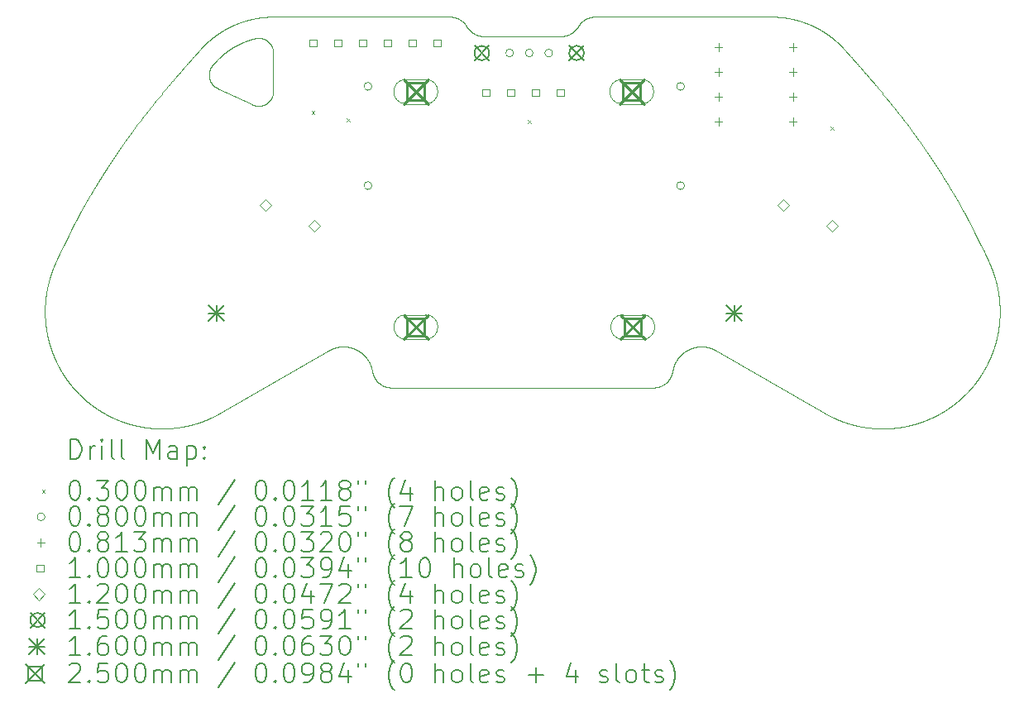
<source format=gbr>
%TF.GenerationSoftware,KiCad,Pcbnew,9.0.3*%
%TF.CreationDate,2025-08-18T10:51:59+02:00*%
%TF.ProjectId,gopher-arcade,676f7068-6572-42d6-9172-636164652e6b,rev?*%
%TF.SameCoordinates,Original*%
%TF.FileFunction,Drillmap*%
%TF.FilePolarity,Positive*%
%FSLAX45Y45*%
G04 Gerber Fmt 4.5, Leading zero omitted, Abs format (unit mm)*
G04 Created by KiCad (PCBNEW 9.0.3) date 2025-08-18 10:51:59*
%MOMM*%
%LPD*%
G01*
G04 APERTURE LIST*
%ADD10C,0.002677*%
%ADD11C,0.200000*%
%ADD12C,0.100000*%
%ADD13C,0.120000*%
%ADD14C,0.150000*%
%ADD15C,0.160000*%
%ADD16C,0.250000*%
G04 APERTURE END LIST*
D10*
X11049178Y-11459253D02*
X11080978Y-11504408D01*
X10695525Y-10997949D02*
X10695524Y-10997949D01*
X10275930Y-10512829D02*
X10277447Y-10514481D01*
X3401925Y-10833720D02*
X3407984Y-10826699D01*
X3246092Y-11020250D02*
X3255178Y-11009101D01*
X3208100Y-11067055D02*
X3218698Y-11053840D01*
X10594068Y-10876393D02*
X10594067Y-10876393D01*
X3377835Y-10862077D02*
X3383755Y-10855056D01*
X2361890Y-12364380D02*
X2390525Y-12308903D01*
X2241712Y-12609555D02*
X2262775Y-12565092D01*
X10713695Y-11020250D02*
X10722781Y-11031402D01*
X10370644Y-10619103D02*
X10372214Y-10620899D01*
X10373533Y-10622409D01*
X10388539Y-10639201D02*
X10391429Y-10642645D01*
X10713695Y-11020250D02*
X10713695Y-11020250D01*
X2937868Y-11421121D02*
X2962098Y-11387671D01*
X2334771Y-12417792D02*
X2361890Y-12364380D01*
X10323148Y-10565691D02*
X10324582Y-10567254D01*
X10326178Y-10568994D01*
X10844337Y-11184069D02*
X10844337Y-11184069D01*
X3675046Y-10522741D02*
X3675046Y-10522741D01*
X3672019Y-10526044D02*
X3672019Y-10526044D01*
X10332098Y-10575602D02*
X10332098Y-10575602D01*
X10312824Y-10554128D02*
X10312826Y-10554128D01*
X10304015Y-10544217D02*
X10304015Y-10544217D01*
X10296580Y-10535955D02*
X10296581Y-10535955D01*
X3101824Y-11201688D02*
X3115452Y-11184069D01*
X10594068Y-10876393D02*
X10600124Y-10883551D01*
X10406296Y-10659439D02*
X10407721Y-10661058D01*
X10409325Y-10662880D01*
X11501398Y-12181978D02*
X11501397Y-12181978D01*
X10278823Y-10516133D02*
X10279795Y-10517194D01*
X10280336Y-10517785D01*
X3359665Y-10883551D02*
X3365722Y-10876393D01*
X3347549Y-10897870D02*
X3353606Y-10890712D01*
X2309305Y-12469141D02*
X2334771Y-12417792D01*
X10430249Y-10686559D02*
X10432349Y-10688913D01*
X10434793Y-10691652D01*
X3574279Y-10635898D02*
X3577307Y-10632457D01*
X10569978Y-10847898D02*
X10576035Y-10855056D01*
X10886874Y-11239269D02*
X10902017Y-11259094D01*
X3683859Y-10512829D02*
X3683859Y-10512830D01*
X10545886Y-10819678D02*
X10550872Y-10825591D01*
X10551806Y-10826699D01*
X2390525Y-12308903D02*
X2422186Y-12248881D01*
X3197498Y-11080272D02*
X3203445Y-11072858D01*
X3208100Y-11067055D01*
X10373533Y-10622409D02*
X10376563Y-10625713D01*
X10427222Y-10683255D02*
X10430249Y-10686559D01*
X10461636Y-10722488D02*
X10466181Y-10727581D01*
X10299472Y-10539259D02*
X10299473Y-10539259D01*
X10563921Y-10840878D02*
X10566092Y-10843394D01*
X10569978Y-10847898D01*
X3426018Y-10805636D02*
X3430559Y-10800404D01*
X10403406Y-10656136D02*
X10406296Y-10659439D01*
X10695525Y-10997949D02*
X10699788Y-11003180D01*
X10704612Y-11009101D01*
X10625868Y-10913974D02*
X10633440Y-10923061D01*
X10300984Y-10540911D02*
X10300985Y-10540911D01*
X11759787Y-12700000D02*
X11759786Y-12700000D01*
X10346828Y-10592260D02*
X10346827Y-10592260D01*
X11650621Y-12469141D02*
X11674576Y-12518285D01*
X10600124Y-10883551D02*
X10606181Y-10890712D01*
X10618297Y-10905028D02*
X10625868Y-10913974D01*
X2841229Y-11558784D02*
X2839069Y-11561934D01*
X2836911Y-11565085D01*
X2834755Y-11568237D01*
X2832600Y-11571389D01*
X2830448Y-11574542D01*
X2828298Y-11577696D01*
X2826149Y-11580850D01*
X2824003Y-11584006D01*
X2821858Y-11587161D01*
X2819715Y-11590318D01*
X2817575Y-11593475D01*
X2815436Y-11596633D01*
X2813299Y-11599792D01*
X2811164Y-11602951D01*
X2809031Y-11606111D01*
X2806900Y-11609272D01*
X2804771Y-11612433D01*
X2802644Y-11615595D01*
X2800519Y-11618758D01*
X2798396Y-11621922D01*
X2796275Y-11625086D01*
X2794155Y-11628251D01*
X2792038Y-11631416D01*
X2789922Y-11634583D01*
X2787809Y-11637749D01*
X2785697Y-11640917D01*
X2783588Y-11644086D01*
X2781480Y-11647255D01*
X2779374Y-11650425D01*
X2777270Y-11653595D01*
X2775168Y-11656766D01*
X2773068Y-11659939D01*
X2770970Y-11663111D01*
X2768874Y-11666285D01*
X2766780Y-11669459D01*
X2764687Y-11672634D01*
X2762597Y-11675809D01*
X2760508Y-11678985D01*
X2758422Y-11682162D01*
X2756337Y-11685340D01*
X2754255Y-11688518D01*
X2752174Y-11691698D01*
X2750095Y-11694877D01*
X2748018Y-11698058D01*
X2745943Y-11701239D01*
X2743870Y-11704421D01*
X2741799Y-11707604D01*
X2739729Y-11710787D01*
X2737662Y-11713971D01*
X2735597Y-11717156D01*
X2733533Y-11720342D01*
X2731472Y-11723528D01*
X2729412Y-11726715D01*
X2727354Y-11729903D01*
X2725298Y-11733091D01*
X2723244Y-11736281D01*
X2721193Y-11739470D01*
X2719142Y-11742661D01*
X2717094Y-11745852D01*
X2715048Y-11749045D01*
X2713004Y-11752237D01*
X2710961Y-11755431D01*
X2708921Y-11758625D01*
X2706882Y-11761820D01*
X2704845Y-11765016D01*
X2702810Y-11768213D01*
X2700777Y-11771410D01*
X2698746Y-11774608D01*
X2696717Y-11777806D01*
X2694690Y-11781006D01*
X2692665Y-11784206D01*
X2690641Y-11787407D01*
X2688620Y-11790608D01*
X2686600Y-11793811D01*
X2684583Y-11797014D01*
X2682567Y-11800218D01*
X2680553Y-11803422D01*
X2678541Y-11806627D01*
X2676531Y-11809833D01*
X2674522Y-11813040D01*
X2672516Y-11816247D01*
X2670512Y-11819456D01*
X2668509Y-11822665D01*
X2666509Y-11825875D01*
X2664510Y-11829085D01*
X2662513Y-11832296D01*
X2660518Y-11835508D01*
X2658525Y-11838721D01*
X2656534Y-11841934D01*
X2654545Y-11845148D01*
X2652557Y-11848363D01*
X2650572Y-11851579D01*
X2648588Y-11854795D01*
X2646607Y-11858013D01*
X2644627Y-11861230D01*
X2642649Y-11864449D01*
X2640673Y-11867669D01*
X2638699Y-11870889D01*
X2636726Y-11874110D01*
X2634756Y-11877331D01*
X2632788Y-11880554D01*
X2630821Y-11883777D01*
X2628856Y-11887001D01*
X2626893Y-11890226D01*
X2624932Y-11893451D01*
X2622973Y-11896677D01*
X2621016Y-11899904D01*
X2619061Y-11903132D01*
X2617107Y-11906360D01*
X2615156Y-11909590D01*
X2613206Y-11912819D01*
X2611258Y-11916050D01*
X2609312Y-11919282D01*
X2607368Y-11922514D01*
X2605426Y-11925747D01*
X2603486Y-11928981D01*
X2601547Y-11932215D01*
X2599611Y-11935451D01*
X2597676Y-11938687D01*
X2595743Y-11941924D01*
X2593812Y-11945161D01*
X2591883Y-11948400D01*
X2589956Y-11951639D01*
X2588031Y-11954879D01*
X2586107Y-11958119D01*
X2584186Y-11961361D01*
X2582266Y-11964603D01*
X2580348Y-11967846D01*
X2578432Y-11971089D01*
X2576518Y-11974334D01*
X2574606Y-11977579D01*
X2572696Y-11980825D01*
X2570787Y-11984072D01*
X2568880Y-11987320D01*
X2566976Y-11990568D01*
X2565073Y-11993817D01*
X2563172Y-11997067D01*
X2561273Y-12000318D01*
X2559375Y-12003569D01*
X2557480Y-12006822D01*
X2556408Y-12008662D01*
X10902017Y-11259094D02*
X10918812Y-11281258D01*
X10648581Y-10941234D02*
X10656152Y-10950317D01*
X7539077Y-10293534D02*
X7539077Y-10293534D01*
X3475575Y-10748230D02*
X3480117Y-10743138D01*
X3666237Y-10532652D02*
X3667615Y-10531000D01*
X10722781Y-11031402D02*
X10727337Y-11036909D01*
X10732005Y-11042551D01*
X10334988Y-10579045D02*
X10336586Y-10580787D01*
X10338018Y-10582349D01*
X10352747Y-10599004D02*
X10354265Y-10600662D01*
X10355774Y-10602310D01*
X2200000Y-12700000D02*
X2198718Y-12702834D01*
X2197443Y-12705671D01*
X2196176Y-12708511D01*
X2194916Y-12711353D01*
X2193664Y-12714199D01*
X2192419Y-12717047D01*
X2191182Y-12719898D01*
X2189952Y-12722752D01*
X2188730Y-12725608D01*
X2187516Y-12728468D01*
X2186309Y-12731330D01*
X2185109Y-12734194D01*
X2183917Y-12737062D01*
X2182733Y-12739932D01*
X2181556Y-12742805D01*
X2180386Y-12745680D01*
X2179224Y-12748558D01*
X2178070Y-12751439D01*
X2176923Y-12754322D01*
X2175784Y-12757209D01*
X2174653Y-12760097D01*
X2173529Y-12762988D01*
X2172412Y-12765882D01*
X2171303Y-12768779D01*
X2170202Y-12771677D01*
X2169108Y-12774579D01*
X2168022Y-12777483D01*
X2166944Y-12780389D01*
X2165873Y-12783298D01*
X2164810Y-12786210D01*
X2163754Y-12789124D01*
X2162706Y-12792040D01*
X2161665Y-12794959D01*
X2160633Y-12797880D01*
X2159608Y-12800804D01*
X2158590Y-12803730D01*
X2157580Y-12806658D01*
X2156578Y-12809589D01*
X2155583Y-12812522D01*
X2154596Y-12815458D01*
X2153617Y-12818396D01*
X2152645Y-12821336D01*
X2151681Y-12824278D01*
X2150725Y-12827223D01*
X2149776Y-12830170D01*
X2148835Y-12833119D01*
X2147902Y-12836071D01*
X2146977Y-12839024D01*
X2146059Y-12841980D01*
X2145148Y-12844939D01*
X2144246Y-12847899D01*
X2143351Y-12850861D01*
X2142464Y-12853826D01*
X2141585Y-12856793D01*
X2140713Y-12859762D01*
X2139849Y-12862733D01*
X2138993Y-12865706D01*
X2138144Y-12868681D01*
X2137303Y-12871658D01*
X2136470Y-12874637D01*
X2135645Y-12877619D01*
X2134827Y-12880602D01*
X2134018Y-12883587D01*
X2133215Y-12886574D01*
X2132421Y-12889564D01*
X2131634Y-12892555D01*
X2130856Y-12895548D01*
X2130085Y-12898543D01*
X2129321Y-12901540D01*
X2128566Y-12904539D01*
X2127818Y-12907539D01*
X2127078Y-12910542D01*
X2126346Y-12913546D01*
X2125622Y-12916553D01*
X2124905Y-12919561D01*
X2124196Y-12922570D01*
X2123495Y-12925582D01*
X2122802Y-12928595D01*
X2122117Y-12931610D01*
X2121439Y-12934627D01*
X2120769Y-12937646D01*
X2120107Y-12940666D01*
X2119453Y-12943688D01*
X2118807Y-12946711D01*
X2118168Y-12949736D01*
X2117538Y-12952763D01*
X2116915Y-12955791D01*
X2116300Y-12958821D01*
X2115693Y-12961853D01*
X2115094Y-12964886D01*
X2114502Y-12967920D01*
X2113919Y-12970957D01*
X2113343Y-12973994D01*
X2112775Y-12977033D01*
X2112215Y-12980074D01*
X2111663Y-12983116D01*
X2111119Y-12986159D01*
X2110582Y-12989204D01*
X2110054Y-12992250D01*
X2109533Y-12995298D01*
X2109020Y-12998347D01*
X2108516Y-13001397D01*
X2108019Y-13004449D01*
X2107529Y-13007502D01*
X2107048Y-13010556D01*
X2106575Y-13013612D01*
X2106110Y-13016668D01*
X2105652Y-13019726D01*
X2105203Y-13022786D01*
X2104761Y-13025846D01*
X2104327Y-13028908D01*
X2103901Y-13031970D01*
X2103483Y-13035034D01*
X2103073Y-13038099D01*
X2102671Y-13041165D01*
X2102277Y-13044233D01*
X2101891Y-13047301D01*
X2101513Y-13050370D01*
X2101142Y-13053440D01*
X2100780Y-13056512D01*
X2100425Y-13059584D01*
X2100079Y-13062657D01*
X2099740Y-13065732D01*
X2099409Y-13068807D01*
X2099087Y-13071883D01*
X2098772Y-13074960D01*
X2098465Y-13078038D01*
X2098166Y-13081116D01*
X2097875Y-13084196D01*
X2097592Y-13087276D01*
X2097317Y-13090357D01*
X2097050Y-13093439D01*
X2096791Y-13096522D01*
X2096540Y-13099605D01*
X2096297Y-13102690D01*
X2096061Y-13105774D01*
X2095834Y-13108860D01*
X2095615Y-13111946D01*
X2095404Y-13115033D01*
X2095200Y-13118120D01*
X2095005Y-13121208D01*
X2094818Y-13124297D01*
X2094638Y-13127386D01*
X2094467Y-13130476D01*
X2094304Y-13133566D01*
X2094148Y-13136657D01*
X2094001Y-13139748D01*
X2093861Y-13142840D01*
X2093730Y-13145932D01*
X2093606Y-13149025D01*
X2093491Y-13152118D01*
X2093383Y-13155211D01*
X2093284Y-13158305D01*
X2093192Y-13161399D01*
X2093109Y-13164493D01*
X2093033Y-13167588D01*
X2092966Y-13170682D01*
X2092906Y-13173778D01*
X2092855Y-13176873D01*
X2092811Y-13179969D01*
X2092776Y-13183064D01*
X2092748Y-13186160D01*
X2092729Y-13189257D01*
X2092717Y-13192353D01*
X2092713Y-13195449D01*
X2092718Y-13198546D01*
X2092730Y-13201642D01*
X2092751Y-13204739D01*
X2092779Y-13207835D01*
X2092816Y-13210932D01*
X2092860Y-13214028D01*
X2092913Y-13217125D01*
X2092973Y-13220222D01*
X2093041Y-13223318D01*
X2093118Y-13226414D01*
X2093202Y-13229510D01*
X2093295Y-13232606D01*
X2093395Y-13235702D01*
X2093504Y-13238798D01*
X2093620Y-13241894D01*
X2093745Y-13244989D01*
X2093877Y-13248084D01*
X2094017Y-13251179D01*
X2094166Y-13254273D01*
X2094322Y-13257367D01*
X2094487Y-13260461D01*
X2094659Y-13263554D01*
X2094839Y-13266647D01*
X2095028Y-13269740D01*
X2095224Y-13272832D01*
X2095428Y-13275924D01*
X2095641Y-13279015D01*
X2095861Y-13282106D01*
X2096089Y-13285197D01*
X2096326Y-13288286D01*
X2096570Y-13291376D01*
X2096822Y-13294464D01*
X2097082Y-13297552D01*
X2097351Y-13300640D01*
X2097627Y-13303727D01*
X2097911Y-13306813D01*
X2098203Y-13309898D01*
X2098503Y-13312983D01*
X2098811Y-13316067D01*
X2099127Y-13319150D01*
X2099451Y-13322233D01*
X2099783Y-13325315D01*
X2100123Y-13328396D01*
X2100471Y-13331476D01*
X2100827Y-13334555D01*
X2101190Y-13337633D01*
X2101562Y-13340711D01*
X2101942Y-13343787D01*
X2102329Y-13346863D01*
X2102725Y-13349938D01*
X2103128Y-13353011D01*
X2103540Y-13356084D01*
X2103959Y-13359155D01*
X2104386Y-13362226D01*
X2104821Y-13365295D01*
X2105265Y-13368364D01*
X2105716Y-13371431D01*
X2106175Y-13374497D01*
X2106641Y-13377562D01*
X2107116Y-13380626D01*
X2107599Y-13383688D01*
X2108089Y-13386750D01*
X2108588Y-13389810D01*
X2109094Y-13392869D01*
X2109609Y-13395926D01*
X2110131Y-13398982D01*
X2110661Y-13402037D01*
X2111199Y-13405090D01*
X2111745Y-13408143D01*
X2112298Y-13411193D01*
X2112860Y-13414243D01*
X2113429Y-13417290D01*
X2114007Y-13420337D01*
X2114592Y-13423382D01*
X2115185Y-13426425D01*
X2115786Y-13429467D01*
X2116394Y-13432507D01*
X2117011Y-13435546D01*
X2117322Y-13437064D01*
X2117635Y-13438583D01*
X2117951Y-13440101D01*
X2118268Y-13441618D01*
X2118587Y-13443135D01*
X2118908Y-13444652D01*
X2119231Y-13446168D01*
X2119556Y-13447684D01*
X2119883Y-13449199D01*
X2120211Y-13450714D01*
X2120542Y-13452229D01*
X2120875Y-13453743D01*
X2121210Y-13455257D01*
X2121546Y-13456770D01*
X2121885Y-13458283D01*
X2122225Y-13459795D01*
X2122568Y-13461307D01*
X2122912Y-13462819D01*
X2123259Y-13464330D01*
X2123607Y-13465840D01*
X2123957Y-13467351D01*
X2124310Y-13468860D01*
X2124664Y-13470369D01*
X2125020Y-13471878D01*
X2125378Y-13473386D01*
X2125738Y-13474894D01*
X2126100Y-13476402D01*
X2126464Y-13477909D01*
X2126830Y-13479415D01*
X2127197Y-13480921D01*
X2127567Y-13482426D01*
X2127939Y-13483931D01*
X2128312Y-13485436D01*
X2128688Y-13486940D01*
X2129065Y-13488443D01*
X2129445Y-13489946D01*
X2129826Y-13491449D01*
X2130210Y-13492951D01*
X2130595Y-13494452D01*
X2130982Y-13495953D01*
X2131371Y-13497454D01*
X2131762Y-13498954D01*
X2132155Y-13500453D01*
X2132550Y-13501952D01*
X2132947Y-13503450D01*
X2133346Y-13504948D01*
X2133746Y-13506446D01*
X2134149Y-13507943D01*
X2134553Y-13509439D01*
X2134960Y-13510935D01*
X2135368Y-13512430D01*
X2135779Y-13513925D01*
X2136191Y-13515419D01*
X2136605Y-13516912D01*
X2137021Y-13518405D01*
X2137439Y-13519898D01*
X2137859Y-13521390D01*
X2138281Y-13522881D01*
X2138705Y-13524372D01*
X2139131Y-13525863D01*
X2139558Y-13527352D01*
X2139988Y-13528842D01*
X2140419Y-13530330D01*
X2140853Y-13531818D01*
X2141288Y-13533306D01*
X2141725Y-13534793D01*
X2142164Y-13536279D01*
X2142605Y-13537765D01*
X2143048Y-13539250D01*
X2143493Y-13540734D01*
X2143940Y-13542218D01*
X2144389Y-13543702D01*
X2144839Y-13545184D01*
X2145292Y-13546667D01*
X2145746Y-13548148D01*
X2146202Y-13549629D01*
X2146661Y-13551110D01*
X2147121Y-13552589D01*
X2147583Y-13554069D01*
X2148047Y-13555547D01*
X2148513Y-13557025D01*
X2148980Y-13558502D01*
X2149450Y-13559979D01*
X2149922Y-13561455D01*
X2150395Y-13562931D01*
X2150871Y-13564405D01*
X2151348Y-13565880D01*
X2151827Y-13567353D01*
X2152308Y-13568826D01*
X2152791Y-13570298D01*
X2153276Y-13571770D01*
X2153763Y-13573241D01*
X2154251Y-13574711D01*
X2154742Y-13576181D01*
X2155234Y-13577650D01*
X2155728Y-13579119D01*
X2156225Y-13580586D01*
X2156723Y-13582054D01*
X2157223Y-13583520D01*
X2157725Y-13584986D01*
X2158228Y-13586451D01*
X2158734Y-13587915D01*
X2159241Y-13589379D01*
X2159751Y-13590842D01*
X2160262Y-13592305D01*
X2160775Y-13593766D01*
X2161290Y-13595227D01*
X2161807Y-13596688D01*
X2162326Y-13598147D01*
X2162847Y-13599606D01*
X2163369Y-13601065D01*
X2163894Y-13602522D01*
X2164420Y-13603979D01*
X2164948Y-13605435D01*
X2165478Y-13606891D01*
X2166010Y-13608346D01*
X2166544Y-13609800D01*
X2167080Y-13611253D01*
X2167617Y-13612706D01*
X2168157Y-13614158D01*
X2168698Y-13615609D01*
X2169241Y-13617060D01*
X2169786Y-13618509D01*
X2170333Y-13619958D01*
X2170882Y-13621407D01*
X2171432Y-13622854D01*
X2171985Y-13624301D01*
X2172539Y-13625747D01*
X2173095Y-13627193D01*
X2173653Y-13628638D01*
X2174213Y-13630081D01*
X2174775Y-13631525D01*
X2175338Y-13632967D01*
X2175904Y-13634409D01*
X2176471Y-13635850D01*
X2177040Y-13637290D01*
X2177611Y-13638729D01*
X2178184Y-13640168D01*
X2178759Y-13641606D01*
X2179336Y-13643043D01*
X2179914Y-13644479D01*
X2180494Y-13645915D01*
X2181076Y-13647350D01*
X2181660Y-13648784D01*
X2182246Y-13650217D01*
X2182834Y-13651650D01*
X2183423Y-13653082D01*
X2184014Y-13654513D01*
X2184608Y-13655943D01*
X2185203Y-13657372D01*
X2185799Y-13658801D01*
X2186398Y-13660228D01*
X2186999Y-13661655D01*
X2187601Y-13663082D01*
X2188205Y-13664507D01*
X2188811Y-13665932D01*
X2189419Y-13667355D01*
X2190029Y-13668778D01*
X2190640Y-13670200D01*
X2191254Y-13671622D01*
X2191869Y-13673042D01*
X2192486Y-13674462D01*
X2193104Y-13675881D01*
X2193725Y-13677299D01*
X2194347Y-13678716D01*
X2194972Y-13680133D01*
X2195598Y-13681548D01*
X2196226Y-13682963D01*
X2196855Y-13684377D01*
X2197487Y-13685790D01*
X2198120Y-13687202D01*
X2198756Y-13688614D01*
X2199393Y-13690024D01*
X2200031Y-13691434D01*
X2200672Y-13692843D01*
X2201314Y-13694251D01*
X2201959Y-13695658D01*
X2202605Y-13697065D01*
X2203253Y-13698470D01*
X2203902Y-13699875D01*
X2204554Y-13701278D01*
X2205207Y-13702681D01*
X2205862Y-13704083D01*
X2206519Y-13705484D01*
X2207178Y-13706885D01*
X2207838Y-13708284D01*
X2208500Y-13709683D01*
X2209164Y-13711080D01*
X2209830Y-13712477D01*
X2210498Y-13713873D01*
X2211167Y-13715268D01*
X2211839Y-13716662D01*
X2212512Y-13718055D01*
X2213187Y-13719448D01*
X2213863Y-13720839D01*
X2214542Y-13722230D01*
X2215222Y-13723619D01*
X2215904Y-13725008D01*
X2216587Y-13726396D01*
X2217273Y-13727783D01*
X2217960Y-13729169D01*
X2218649Y-13730554D01*
X2219340Y-13731938D01*
X2220033Y-13733321D01*
X2220727Y-13734704D01*
X2221424Y-13736085D01*
X2222122Y-13737466D01*
X2222822Y-13738845D01*
X2223523Y-13740224D01*
X2224226Y-13741602D01*
X2224932Y-13742979D01*
X2225638Y-13744355D01*
X2226347Y-13745729D01*
X2227057Y-13747104D01*
X2227770Y-13748477D01*
X2228484Y-13749849D01*
X2229199Y-13751220D01*
X2229917Y-13752590D01*
X2230636Y-13753960D01*
X2231357Y-13755328D01*
X2232080Y-13756695D01*
X2232804Y-13758062D01*
X2233530Y-13759427D01*
X2234259Y-13760792D01*
X2234988Y-13762155D01*
X2235720Y-13763518D01*
X2236453Y-13764880D01*
X2237188Y-13766240D01*
X2237925Y-13767600D01*
X2238663Y-13768959D01*
X2239404Y-13770317D01*
X2240146Y-13771673D01*
X2240890Y-13773029D01*
X2241635Y-13774384D01*
X2242382Y-13775738D01*
X2243131Y-13777091D01*
X2243882Y-13778443D01*
X2244635Y-13779794D01*
X2245389Y-13781144D01*
X2246145Y-13782493D01*
X2246902Y-13783840D01*
X2247662Y-13785187D01*
X2248423Y-13786533D01*
X2249186Y-13787878D01*
X2249951Y-13789222D01*
X2250717Y-13790565D01*
X2251485Y-13791907D01*
X2252255Y-13793248D01*
X2253026Y-13794588D01*
X2253800Y-13795927D01*
X2254575Y-13797265D01*
X2255351Y-13798602D01*
X2256130Y-13799937D01*
X2256910Y-13801272D01*
X2257692Y-13802606D01*
X2258475Y-13803939D01*
X2259261Y-13805271D01*
X2260048Y-13806601D01*
X2260836Y-13807931D01*
X2261627Y-13809260D01*
X2262419Y-13810587D01*
X2263213Y-13811914D01*
X2264009Y-13813239D01*
X2264806Y-13814564D01*
X2265605Y-13815887D01*
X2266406Y-13817210D01*
X2267208Y-13818531D01*
X2268012Y-13819851D01*
X2268818Y-13821171D01*
X2269625Y-13822489D01*
X2270435Y-13823806D01*
X2271246Y-13825122D01*
X2272058Y-13826437D01*
X2272872Y-13827751D01*
X2273688Y-13829064D01*
X2274506Y-13830376D01*
X2275326Y-13831687D01*
X2276147Y-13832997D01*
X2276969Y-13834305D01*
X2277794Y-13835613D01*
X2278620Y-13836919D01*
X2279448Y-13838225D01*
X2280277Y-13839529D01*
X2281109Y-13840832D01*
X2281941Y-13842134D01*
X2282776Y-13843436D01*
X2283612Y-13844736D01*
X2284450Y-13846035D01*
X2285290Y-13847332D01*
X2286131Y-13848629D01*
X2286974Y-13849925D01*
X2287819Y-13851219D01*
X2288665Y-13852513D01*
X2289513Y-13853805D01*
X2290363Y-13855096D01*
X2291214Y-13856387D01*
X2292067Y-13857676D01*
X2292922Y-13858964D01*
X2293778Y-13860250D01*
X2294636Y-13861536D01*
X2295495Y-13862821D01*
X2296357Y-13864104D01*
X2297220Y-13865387D01*
X2298084Y-13866668D01*
X2298951Y-13867948D01*
X2299819Y-13869227D01*
X2300688Y-13870505D01*
X2301559Y-13871782D01*
X2302432Y-13873057D01*
X2303307Y-13874332D01*
X2304183Y-13875605D01*
X2305061Y-13876878D01*
X2305940Y-13878149D01*
X2306821Y-13879419D01*
X2307704Y-13880687D01*
X2308589Y-13881955D01*
X2309475Y-13883222D01*
X2310362Y-13884487D01*
X2311252Y-13885751D01*
X2312143Y-13887015D01*
X2313035Y-13888277D01*
X2313930Y-13889537D01*
X2314826Y-13890797D01*
X2315723Y-13892056D01*
X2316622Y-13893313D01*
X2317523Y-13894569D01*
X2318426Y-13895824D01*
X2319330Y-13897078D01*
X2320235Y-13898331D01*
X2321143Y-13899583D01*
X2322052Y-13900833D01*
X2322962Y-13902082D01*
X2323874Y-13903330D01*
X2324788Y-13904577D01*
X2325704Y-13905823D01*
X2326621Y-13907067D01*
X2327539Y-13908311D01*
X2328460Y-13909553D01*
X2329381Y-13910794D01*
X2330305Y-13912034D01*
X2331230Y-13913272D01*
X2332157Y-13914510D01*
X2333085Y-13915746D01*
X2334015Y-13916981D01*
X2334947Y-13918215D01*
X2335880Y-13919448D01*
X2336815Y-13920679D01*
X2337751Y-13921910D01*
X2338689Y-13923139D01*
X2339629Y-13924367D01*
X2340570Y-13925593D01*
X2341513Y-13926819D01*
X2342457Y-13928043D01*
X2343403Y-13929267D01*
X2344351Y-13930488D01*
X2345300Y-13931709D01*
X2346251Y-13932929D01*
X2347203Y-13934147D01*
X2348157Y-13935364D01*
X2349113Y-13936580D01*
X2350070Y-13937794D01*
X2351028Y-13939008D01*
X2351989Y-13940220D01*
X2352951Y-13941431D01*
X2353914Y-13942641D01*
X2354879Y-13943849D01*
X2355846Y-13945057D01*
X2356814Y-13946263D01*
X2357784Y-13947468D01*
X2358755Y-13948671D01*
X2359728Y-13949874D01*
X2360703Y-13951075D01*
X2361679Y-13952275D01*
X2362657Y-13953473D01*
X2363636Y-13954671D01*
X2364617Y-13955867D01*
X2365599Y-13957062D01*
X2366583Y-13958256D01*
X2367568Y-13959448D01*
X2368556Y-13960639D01*
X2369544Y-13961829D01*
X2370534Y-13963018D01*
X2371526Y-13964206D01*
X2372520Y-13965392D01*
X2373514Y-13966577D01*
X2374511Y-13967761D01*
X2375509Y-13968943D01*
X2376509Y-13970124D01*
X2377510Y-13971304D01*
X2378512Y-13972483D01*
X2379516Y-13973660D01*
X2380522Y-13974836D01*
X2381530Y-13976011D01*
X2382539Y-13977185D01*
X2383549Y-13978357D01*
X2384561Y-13979528D01*
X2385574Y-13980698D01*
X2386590Y-13981867D01*
X2387606Y-13983034D01*
X2388624Y-13984200D01*
X2389644Y-13985365D01*
X2390665Y-13986528D01*
X2391688Y-13987690D01*
X2392712Y-13988851D01*
X2393738Y-13990011D01*
X2394765Y-13991169D01*
X2395794Y-13992326D01*
X2396825Y-13993482D01*
X2397857Y-13994636D01*
X2398890Y-13995789D01*
X2399925Y-13996941D01*
X2400962Y-13998092D01*
X2402000Y-13999241D01*
X2403039Y-14000389D01*
X2404081Y-14001536D01*
X2405123Y-14002681D01*
X2406167Y-14003825D01*
X2407213Y-14004968D01*
X2408260Y-14006109D01*
X2409309Y-14007249D01*
X2410359Y-14008388D01*
X2411411Y-14009526D01*
X2412464Y-14010662D01*
X2413519Y-14011797D01*
X2414575Y-14012930D01*
X2415633Y-14014063D01*
X2416692Y-14015194D01*
X2417753Y-14016323D01*
X2418816Y-14017452D01*
X2419879Y-14018579D01*
X2420945Y-14019704D01*
X2422012Y-14020829D01*
X2423080Y-14021952D01*
X2424150Y-14023074D01*
X2425221Y-14024194D01*
X2426294Y-14025313D01*
X2427368Y-14026431D01*
X2428444Y-14027547D01*
X2429522Y-14028662D01*
X2430600Y-14029776D01*
X2431681Y-14030889D01*
X2432763Y-14032000D01*
X2433846Y-14033109D01*
X2434931Y-14034218D01*
X2436017Y-14035325D01*
X2437105Y-14036431D01*
X2438194Y-14037535D01*
X2439285Y-14038638D01*
X2440377Y-14039740D01*
X2441471Y-14040840D01*
X2442566Y-14041939D01*
X2443663Y-14043037D01*
X2444761Y-14044133D01*
X2445860Y-14045228D01*
X2446961Y-14046322D01*
X2448064Y-14047414D01*
X2449168Y-14048505D01*
X2450274Y-14049595D01*
X2451381Y-14050683D01*
X2452489Y-14051770D01*
X2453599Y-14052855D01*
X2454711Y-14053939D01*
X2455823Y-14055022D01*
X2456938Y-14056103D01*
X2458054Y-14057183D01*
X2459171Y-14058262D01*
X2460290Y-14059339D01*
X2461410Y-14060415D01*
X2462531Y-14061490D01*
X2463655Y-14062563D01*
X2464779Y-14063635D01*
X2465905Y-14064705D01*
X2467033Y-14065774D01*
X2468162Y-14066842D01*
X2469292Y-14067908D01*
X2470424Y-14068973D01*
X2471557Y-14070037D01*
X2472692Y-14071099D01*
X2473828Y-14072160D01*
X2474966Y-14073219D01*
X2476105Y-14074277D01*
X2477246Y-14075334D01*
X2478388Y-14076389D01*
X2479531Y-14077443D01*
X2480676Y-14078495D01*
X2481823Y-14079546D01*
X2481931Y-14079646D01*
X3646965Y-10554128D02*
X3648478Y-10552476D01*
X10295068Y-10534303D02*
X10295068Y-10534303D01*
X10292175Y-10531000D02*
X10292177Y-10531000D01*
X3654397Y-10545869D02*
X3655912Y-10544217D01*
X3153447Y-11135610D02*
X3162911Y-11123565D01*
X3165560Y-11120193D01*
X10955154Y-11329988D02*
X10974976Y-11356557D01*
X10741091Y-11053840D02*
X10743511Y-11056857D01*
X10751690Y-11067055D01*
X2841229Y-11558784D02*
X2855578Y-11538099D01*
X2878948Y-11504408D01*
X3197498Y-11080272D02*
X3197498Y-11080272D01*
X3663210Y-10535955D02*
X3663210Y-10535955D01*
X10078799Y-14239334D02*
X10081509Y-14240860D01*
X10084223Y-14242379D01*
X10086940Y-14243892D01*
X10089661Y-14245396D01*
X10092386Y-14246894D01*
X10095113Y-14248384D01*
X10097845Y-14249868D01*
X10100579Y-14251344D01*
X10103317Y-14252812D01*
X10106058Y-14254274D01*
X10108803Y-14255728D01*
X10111551Y-14257175D01*
X10114303Y-14258614D01*
X10117058Y-14260047D01*
X10119816Y-14261472D01*
X10122577Y-14262889D01*
X10125342Y-14264300D01*
X10128110Y-14265703D01*
X10130881Y-14267099D01*
X10133656Y-14268487D01*
X10136434Y-14269869D01*
X10139215Y-14271243D01*
X10141999Y-14272609D01*
X10144787Y-14273968D01*
X10147577Y-14275320D01*
X10150371Y-14276665D01*
X10153168Y-14278002D01*
X10155969Y-14279332D01*
X10158772Y-14280655D01*
X10161579Y-14281970D01*
X10164388Y-14283277D01*
X10167201Y-14284578D01*
X10170017Y-14285871D01*
X10172836Y-14287157D01*
X10175658Y-14288435D01*
X10178483Y-14289706D01*
X10181311Y-14290969D01*
X10184142Y-14292225D01*
X10186976Y-14293474D01*
X10189813Y-14294715D01*
X10192653Y-14295949D01*
X10195497Y-14297175D01*
X10198343Y-14298394D01*
X10201192Y-14299606D01*
X10204043Y-14300810D01*
X10206898Y-14302006D01*
X10209756Y-14303195D01*
X10212617Y-14304377D01*
X10215480Y-14305551D01*
X10218347Y-14306718D01*
X10221216Y-14307877D01*
X10224088Y-14309029D01*
X10226963Y-14310173D01*
X10229840Y-14311310D01*
X10232721Y-14312440D01*
X10235604Y-14313561D01*
X10238490Y-14314676D01*
X10241379Y-14315782D01*
X10244270Y-14316882D01*
X10247164Y-14317973D01*
X10250061Y-14319058D01*
X10252960Y-14320134D01*
X10255863Y-14321203D01*
X10258767Y-14322265D01*
X10261675Y-14323319D01*
X10264585Y-14324365D01*
X10267498Y-14325404D01*
X10270413Y-14326436D01*
X10273331Y-14327459D01*
X10276251Y-14328476D01*
X10279174Y-14329484D01*
X10282099Y-14330485D01*
X10285027Y-14331479D01*
X10287958Y-14332464D01*
X10290891Y-14333443D01*
X10293826Y-14334413D01*
X10296764Y-14335376D01*
X10299704Y-14336332D01*
X10302647Y-14337279D01*
X10305592Y-14338219D01*
X10308540Y-14339152D01*
X10311489Y-14340077D01*
X10314442Y-14340994D01*
X10317396Y-14341903D01*
X10320353Y-14342805D01*
X10323312Y-14343700D01*
X10326273Y-14344586D01*
X10329237Y-14345465D01*
X10332203Y-14346336D01*
X10335171Y-14347200D01*
X10338141Y-14348056D01*
X10341114Y-14348904D01*
X10344089Y-14349744D01*
X10347066Y-14350577D01*
X10350045Y-14351402D01*
X10353026Y-14352219D01*
X10356009Y-14353029D01*
X10358995Y-14353831D01*
X10361982Y-14354625D01*
X10364972Y-14355411D01*
X10367963Y-14356190D01*
X10370957Y-14356961D01*
X10373952Y-14357724D01*
X10376950Y-14358480D01*
X10379949Y-14359228D01*
X10382951Y-14359968D01*
X10385954Y-14360700D01*
X10388960Y-14361424D01*
X10391967Y-14362141D01*
X10394976Y-14362850D01*
X10397987Y-14363551D01*
X10401000Y-14364244D01*
X10404015Y-14364930D01*
X10407031Y-14365608D01*
X10410050Y-14366278D01*
X10413070Y-14366940D01*
X10416091Y-14367594D01*
X10419115Y-14368241D01*
X10422140Y-14368880D01*
X10425167Y-14369511D01*
X10428196Y-14370134D01*
X10431226Y-14370749D01*
X10434258Y-14371357D01*
X10437292Y-14371956D01*
X10440327Y-14372548D01*
X10443364Y-14373132D01*
X10446402Y-14373708D01*
X10449442Y-14374276D01*
X10452483Y-14374837D01*
X10455526Y-14375389D01*
X10458571Y-14375934D01*
X10461617Y-14376471D01*
X10464664Y-14377000D01*
X10467713Y-14377521D01*
X10470763Y-14378034D01*
X10473815Y-14378540D01*
X10476868Y-14379037D01*
X10479922Y-14379527D01*
X10482978Y-14380009D01*
X10486035Y-14380482D01*
X10489093Y-14380948D01*
X10492152Y-14381406D01*
X10495213Y-14381856D01*
X10498275Y-14382299D01*
X10501339Y-14382733D01*
X10504403Y-14383159D01*
X10507469Y-14383578D01*
X10510536Y-14383989D01*
X10513603Y-14384391D01*
X10516673Y-14384786D01*
X10519743Y-14385173D01*
X10522814Y-14385552D01*
X10525886Y-14385923D01*
X10528960Y-14386286D01*
X10532034Y-14386641D01*
X10535109Y-14386988D01*
X10538186Y-14387327D01*
X10541263Y-14387659D01*
X10544341Y-14387982D01*
X10547420Y-14388297D01*
X10550500Y-14388605D01*
X10553581Y-14388904D01*
X10556663Y-14389196D01*
X10559746Y-14389480D01*
X10562829Y-14389755D01*
X10565913Y-14390023D01*
X10568998Y-14390283D01*
X10572084Y-14390534D01*
X10575170Y-14390778D01*
X10578257Y-14391014D01*
X10581345Y-14391242D01*
X10584434Y-14391462D01*
X10587523Y-14391674D01*
X10590613Y-14391877D01*
X10593703Y-14392073D01*
X10596794Y-14392261D01*
X10599886Y-14392441D01*
X10602978Y-14392613D01*
X10606070Y-14392777D01*
X10609163Y-14392933D01*
X10612257Y-14393082D01*
X10615351Y-14393222D01*
X10618445Y-14393354D01*
X10621540Y-14393478D01*
X10624635Y-14393594D01*
X10627731Y-14393702D01*
X10630827Y-14393802D01*
X10633923Y-14393894D01*
X10637020Y-14393978D01*
X10640117Y-14394055D01*
X10643214Y-14394123D01*
X10646311Y-14394183D01*
X10649409Y-14394235D01*
X10652507Y-14394279D01*
X10655605Y-14394315D01*
X10658703Y-14394343D01*
X10661801Y-14394364D01*
X10664899Y-14394376D01*
X10667998Y-14394380D01*
X10671096Y-14394376D01*
X10674195Y-14394364D01*
X10677293Y-14394344D01*
X10680392Y-14394317D01*
X10683491Y-14394281D01*
X10686589Y-14394237D01*
X10689688Y-14394185D01*
X10692786Y-14394125D01*
X10695884Y-14394057D01*
X10698982Y-14393982D01*
X10702080Y-14393898D01*
X10705178Y-14393806D01*
X10708276Y-14393706D01*
X10711373Y-14393598D01*
X10714470Y-14393483D01*
X10717567Y-14393359D01*
X10720664Y-14393227D01*
X10723760Y-14393087D01*
X10726856Y-14392939D01*
X10729952Y-14392784D01*
X10733047Y-14392620D01*
X10736142Y-14392448D01*
X10739236Y-14392268D01*
X10742330Y-14392081D01*
X10745424Y-14391885D01*
X10748517Y-14391681D01*
X10751609Y-14391469D01*
X10754701Y-14391250D01*
X10757793Y-14391022D01*
X10760884Y-14390786D01*
X10763974Y-14390543D01*
X10767064Y-14390291D01*
X10770153Y-14390032D01*
X10773241Y-14389764D01*
X10776329Y-14389489D01*
X10779416Y-14389205D01*
X10782502Y-14388914D01*
X10785588Y-14388614D01*
X10788673Y-14388307D01*
X10791756Y-14387992D01*
X10794840Y-14387668D01*
X10797922Y-14387337D01*
X10801003Y-14386998D01*
X10804084Y-14386651D01*
X10805624Y-14386474D01*
X10807164Y-14386296D01*
X10808703Y-14386115D01*
X10810242Y-14385933D01*
X10811781Y-14385748D01*
X10813320Y-14385562D01*
X10814859Y-14385373D01*
X10816397Y-14385183D01*
X10817935Y-14384990D01*
X10819473Y-14384796D01*
X10821010Y-14384599D01*
X10822548Y-14384401D01*
X10824085Y-14384201D01*
X10825622Y-14383998D01*
X10827158Y-14383794D01*
X10828694Y-14383587D01*
X10830230Y-14383379D01*
X10831766Y-14383169D01*
X10833301Y-14382957D01*
X10834837Y-14382742D01*
X10836371Y-14382526D01*
X10837906Y-14382308D01*
X10839440Y-14382088D01*
X10840974Y-14381866D01*
X10842508Y-14381641D01*
X10844041Y-14381415D01*
X10845574Y-14381187D01*
X10847107Y-14380957D01*
X10848640Y-14380725D01*
X10850172Y-14380491D01*
X10851704Y-14380255D01*
X10853235Y-14380017D01*
X10854767Y-14379777D01*
X10856298Y-14379535D01*
X10857828Y-14379291D01*
X10859359Y-14379045D01*
X10860889Y-14378797D01*
X10862418Y-14378548D01*
X10863948Y-14378296D01*
X10865477Y-14378042D01*
X10867005Y-14377786D01*
X10868534Y-14377529D01*
X10870062Y-14377269D01*
X10871589Y-14377007D01*
X10873117Y-14376744D01*
X10874644Y-14376478D01*
X10876170Y-14376210D01*
X10877696Y-14375941D01*
X10879222Y-14375669D01*
X10880748Y-14375396D01*
X10882273Y-14375120D01*
X10883798Y-14374843D01*
X10885322Y-14374564D01*
X10886846Y-14374282D01*
X10888370Y-14373999D01*
X10889893Y-14373714D01*
X10891416Y-14373427D01*
X10892939Y-14373137D01*
X10894461Y-14372846D01*
X10895983Y-14372553D01*
X10897504Y-14372258D01*
X10899025Y-14371961D01*
X10900546Y-14371662D01*
X10902066Y-14371361D01*
X10903585Y-14371058D01*
X10905105Y-14370753D01*
X10906624Y-14370446D01*
X10908142Y-14370138D01*
X10909661Y-14369827D01*
X10911178Y-14369514D01*
X10912696Y-14369199D01*
X10914213Y-14368883D01*
X10915729Y-14368564D01*
X10917245Y-14368244D01*
X10918761Y-14367921D01*
X10920276Y-14367597D01*
X10921791Y-14367270D01*
X10923305Y-14366942D01*
X10924819Y-14366612D01*
X10926333Y-14366279D01*
X10927845Y-14365945D01*
X10929358Y-14365609D01*
X10930870Y-14365271D01*
X10932382Y-14364931D01*
X10933893Y-14364589D01*
X10935404Y-14364245D01*
X10936914Y-14363899D01*
X10938424Y-14363551D01*
X10939933Y-14363202D01*
X10941442Y-14362850D01*
X10942951Y-14362496D01*
X10944459Y-14362141D01*
X10945966Y-14361783D01*
X10947473Y-14361423D01*
X10948980Y-14361062D01*
X10950486Y-14360699D01*
X10951991Y-14360333D01*
X10953496Y-14359966D01*
X10955001Y-14359597D01*
X10956505Y-14359226D01*
X10958009Y-14358853D01*
X10959512Y-14358478D01*
X10961014Y-14358101D01*
X10962516Y-14357722D01*
X10964018Y-14357341D01*
X10965519Y-14356958D01*
X10967020Y-14356574D01*
X10968520Y-14356187D01*
X10970019Y-14355798D01*
X10971518Y-14355408D01*
X10973017Y-14355016D01*
X10974515Y-14354621D01*
X10976012Y-14354225D01*
X10977509Y-14353827D01*
X10979005Y-14353427D01*
X10980501Y-14353025D01*
X10981996Y-14352621D01*
X10983491Y-14352215D01*
X10984985Y-14351807D01*
X10986479Y-14351397D01*
X10987972Y-14350985D01*
X10989465Y-14350572D01*
X10990957Y-14350156D01*
X10992448Y-14349739D01*
X10993939Y-14349319D01*
X10995429Y-14348898D01*
X10996919Y-14348475D01*
X10998408Y-14348050D01*
X10999897Y-14347623D01*
X11001385Y-14347194D01*
X11002872Y-14346763D01*
X11004359Y-14346330D01*
X11005846Y-14345895D01*
X11007331Y-14345459D01*
X11008816Y-14345020D01*
X11010301Y-14344580D01*
X11011785Y-14344137D01*
X11013268Y-14343693D01*
X11014751Y-14343247D01*
X11016233Y-14342799D01*
X11017715Y-14342349D01*
X11019196Y-14341897D01*
X11020676Y-14341443D01*
X11022156Y-14340987D01*
X11023635Y-14340530D01*
X11025114Y-14340070D01*
X11026592Y-14339609D01*
X11028069Y-14339146D01*
X11029546Y-14338680D01*
X11031022Y-14338213D01*
X11032497Y-14337744D01*
X11033972Y-14337273D01*
X11035446Y-14336800D01*
X11036920Y-14336326D01*
X11038393Y-14335849D01*
X11039865Y-14335370D01*
X11041337Y-14334890D01*
X11042808Y-14334408D01*
X11044278Y-14333924D01*
X11045748Y-14333437D01*
X11047217Y-14332949D01*
X11048686Y-14332460D01*
X11050153Y-14331968D01*
X11051620Y-14331474D01*
X11053087Y-14330979D01*
X11054553Y-14330481D01*
X11056018Y-14329982D01*
X11057482Y-14329481D01*
X11058946Y-14328978D01*
X11060409Y-14328473D01*
X11061872Y-14327966D01*
X11063333Y-14327457D01*
X11064794Y-14326946D01*
X11066255Y-14326434D01*
X11067715Y-14325919D01*
X11069174Y-14325403D01*
X11070632Y-14324885D01*
X11072090Y-14324365D01*
X11073547Y-14323843D01*
X11075003Y-14323319D01*
X11076459Y-14322794D01*
X11077913Y-14322266D01*
X11079368Y-14321737D01*
X11080821Y-14321205D01*
X11082274Y-14320672D01*
X11083726Y-14320137D01*
X11085177Y-14319600D01*
X11086628Y-14319062D01*
X11088078Y-14318521D01*
X11089527Y-14317978D01*
X11090975Y-14317434D01*
X11092423Y-14316888D01*
X11093870Y-14316340D01*
X11095316Y-14315790D01*
X11096762Y-14315238D01*
X11098207Y-14314684D01*
X11099651Y-14314129D01*
X11101094Y-14313572D01*
X11102537Y-14313012D01*
X11103979Y-14312451D01*
X11105420Y-14311888D01*
X11106860Y-14311323D01*
X11108300Y-14310757D01*
X11109739Y-14310188D01*
X11111177Y-14309618D01*
X11112614Y-14309046D01*
X11114051Y-14308472D01*
X11115487Y-14307896D01*
X11116922Y-14307318D01*
X11118356Y-14306738D01*
X11119789Y-14306157D01*
X11121222Y-14305573D01*
X11122654Y-14304988D01*
X11124085Y-14304401D01*
X11125516Y-14303812D01*
X11126945Y-14303222D01*
X11128374Y-14302629D01*
X11129802Y-14302035D01*
X11131230Y-14301439D01*
X11132656Y-14300841D01*
X11134082Y-14300241D01*
X11135507Y-14299639D01*
X11136931Y-14299035D01*
X11138354Y-14298430D01*
X11139777Y-14297823D01*
X11141199Y-14297214D01*
X11142619Y-14296603D01*
X11144040Y-14295990D01*
X11145459Y-14295376D01*
X11146877Y-14294759D01*
X11148295Y-14294141D01*
X11149712Y-14293521D01*
X11151128Y-14292899D01*
X11152543Y-14292275D01*
X11153958Y-14291650D01*
X11155371Y-14291023D01*
X11156784Y-14290394D01*
X11158196Y-14289763D01*
X11159607Y-14289130D01*
X11161017Y-14288495D01*
X11162427Y-14287859D01*
X11163835Y-14287220D01*
X11165243Y-14286580D01*
X11166650Y-14285939D01*
X11168056Y-14285295D01*
X11169461Y-14284649D01*
X11170865Y-14284002D01*
X11172269Y-14283353D01*
X11173672Y-14282702D01*
X11175074Y-14282049D01*
X11176474Y-14281395D01*
X11177875Y-14280738D01*
X11179274Y-14280080D01*
X11180672Y-14279420D01*
X11182070Y-14278759D01*
X11183466Y-14278095D01*
X11184862Y-14277430D01*
X11186257Y-14276762D01*
X11187651Y-14276094D01*
X11189044Y-14275423D01*
X11190436Y-14274750D01*
X11191828Y-14274076D01*
X11193218Y-14273400D01*
X11194608Y-14272722D01*
X11195996Y-14272042D01*
X11197384Y-14271360D01*
X11198771Y-14270677D01*
X11200157Y-14269992D01*
X11201542Y-14269305D01*
X11202927Y-14268616D01*
X11204310Y-14267926D01*
X11205692Y-14267234D01*
X11207074Y-14266540D01*
X11208455Y-14265844D01*
X11209834Y-14265146D01*
X11211213Y-14264447D01*
X11212591Y-14263746D01*
X11213968Y-14263043D01*
X11215344Y-14262338D01*
X11216719Y-14261631D01*
X11218093Y-14260923D01*
X11219467Y-14260213D01*
X11220839Y-14259501D01*
X11222211Y-14258788D01*
X11223581Y-14258072D01*
X11224951Y-14257355D01*
X11226319Y-14256636D01*
X11227687Y-14255916D01*
X11229054Y-14255193D01*
X11230420Y-14254469D01*
X11231785Y-14253743D01*
X11233149Y-14253015D01*
X11234512Y-14252286D01*
X11235874Y-14251554D01*
X11237235Y-14250821D01*
X11238595Y-14250086D01*
X11239954Y-14249350D01*
X11241313Y-14248612D01*
X11242670Y-14247872D01*
X11244026Y-14247130D01*
X11245382Y-14246386D01*
X11246736Y-14245641D01*
X11248090Y-14244894D01*
X11249442Y-14244145D01*
X11250794Y-14243394D01*
X11252144Y-14242642D01*
X11253494Y-14241888D01*
X11254843Y-14241132D01*
X11256190Y-14240374D01*
X11257537Y-14239615D01*
X11258883Y-14238854D01*
X11260227Y-14238091D01*
X11261571Y-14237327D01*
X11262914Y-14236560D01*
X11264256Y-14235792D01*
X11265597Y-14235022D01*
X11266936Y-14234251D01*
X11268275Y-14233478D01*
X11269613Y-14232703D01*
X11270950Y-14231926D01*
X11272285Y-14231148D01*
X11273620Y-14230367D01*
X11274954Y-14229585D01*
X11276287Y-14228802D01*
X11277619Y-14228016D01*
X11278950Y-14227229D01*
X11280279Y-14226440D01*
X11281608Y-14225650D01*
X11282936Y-14224858D01*
X11284263Y-14224063D01*
X11285588Y-14223268D01*
X11286913Y-14222470D01*
X11288237Y-14221671D01*
X11289559Y-14220870D01*
X11290881Y-14220068D01*
X11292202Y-14219263D01*
X11293521Y-14218457D01*
X11294840Y-14217649D01*
X11296157Y-14216840D01*
X11297474Y-14216029D01*
X11298789Y-14215216D01*
X11300104Y-14214401D01*
X11301417Y-14213585D01*
X11302729Y-14212767D01*
X11304041Y-14211947D01*
X11305351Y-14211126D01*
X11306660Y-14210303D01*
X11307968Y-14209478D01*
X11309275Y-14208651D01*
X11310581Y-14207823D01*
X11311886Y-14206993D01*
X11313190Y-14206161D01*
X11314493Y-14205328D01*
X11315795Y-14204493D01*
X11317096Y-14203656D01*
X11318396Y-14202818D01*
X11319694Y-14201977D01*
X11320992Y-14201136D01*
X11322288Y-14200292D01*
X11323584Y-14199447D01*
X11324878Y-14198600D01*
X11326171Y-14197751D01*
X11327464Y-14196901D01*
X11328755Y-14196049D01*
X11330045Y-14195195D01*
X11331334Y-14194340D01*
X11332622Y-14193483D01*
X11333909Y-14192624D01*
X11335194Y-14191764D01*
X11336479Y-14190902D01*
X11337763Y-14190038D01*
X11339045Y-14189172D01*
X11340327Y-14188305D01*
X11341607Y-14187436D01*
X11342886Y-14186566D01*
X11344164Y-14185694D01*
X11345441Y-14184820D01*
X11346717Y-14183945D01*
X11347992Y-14183067D01*
X11349266Y-14182189D01*
X11350538Y-14181308D01*
X11351810Y-14180426D01*
X11353080Y-14179542D01*
X11354350Y-14178657D01*
X11355618Y-14177769D01*
X11356885Y-14176880D01*
X11358151Y-14175990D01*
X11359416Y-14175098D01*
X11360679Y-14174204D01*
X11361942Y-14173309D01*
X11363203Y-14172411D01*
X11364464Y-14171513D01*
X11365723Y-14170612D01*
X11366981Y-14169710D01*
X11368238Y-14168806D01*
X11369494Y-14167901D01*
X11370749Y-14166994D01*
X11372002Y-14166085D01*
X11373255Y-14165175D01*
X11374506Y-14164263D01*
X11375756Y-14163349D01*
X11377006Y-14162434D01*
X11378253Y-14161517D01*
X11379500Y-14160598D01*
X11380746Y-14159678D01*
X11381990Y-14158756D01*
X11383234Y-14157833D01*
X11384476Y-14156907D01*
X11385717Y-14155981D01*
X11386957Y-14155052D01*
X11388196Y-14154122D01*
X11389433Y-14153190D01*
X11390670Y-14152257D01*
X11391905Y-14151322D01*
X11393139Y-14150385D01*
X11394372Y-14149447D01*
X11395604Y-14148507D01*
X11396835Y-14147566D01*
X11398064Y-14146623D01*
X11399293Y-14145678D01*
X11400520Y-14144732D01*
X11401746Y-14143783D01*
X11402970Y-14142834D01*
X11404194Y-14141883D01*
X11405417Y-14140930D01*
X11406638Y-14139975D01*
X11407858Y-14139019D01*
X11409077Y-14138061D01*
X11410295Y-14137102D01*
X11411511Y-14136141D01*
X11412727Y-14135178D01*
X11413941Y-14134214D01*
X11415154Y-14133248D01*
X11416366Y-14132281D01*
X11417577Y-14131312D01*
X11418786Y-14130341D01*
X11419994Y-14129369D01*
X11421201Y-14128395D01*
X11422407Y-14127419D01*
X11423612Y-14126442D01*
X11424816Y-14125464D01*
X11426018Y-14124483D01*
X11427219Y-14123501D01*
X11428419Y-14122518D01*
X11429618Y-14121533D01*
X11430815Y-14120546D01*
X11432011Y-14119558D01*
X11433207Y-14118568D01*
X11434400Y-14117576D01*
X11435593Y-14116583D01*
X11436785Y-14115588D01*
X11437975Y-14114592D01*
X11439164Y-14113594D01*
X11440352Y-14112595D01*
X11441538Y-14111594D01*
X11442724Y-14110591D01*
X11443908Y-14109587D01*
X11445091Y-14108581D01*
X11446273Y-14107573D01*
X11447453Y-14106564D01*
X11448633Y-14105554D01*
X11449811Y-14104542D01*
X11450988Y-14103528D01*
X11452163Y-14102512D01*
X11453338Y-14101496D01*
X11454511Y-14100477D01*
X11455683Y-14099457D01*
X11456853Y-14098435D01*
X11458023Y-14097412D01*
X11459191Y-14096387D01*
X11460358Y-14095361D01*
X11461524Y-14094333D01*
X11462688Y-14093303D01*
X11463852Y-14092272D01*
X11465014Y-14091239D01*
X11466174Y-14090205D01*
X11467334Y-14089169D01*
X11468492Y-14088132D01*
X11469649Y-14087093D01*
X11470805Y-14086052D01*
X11471960Y-14085010D01*
X11473113Y-14083966D01*
X11474265Y-14082921D01*
X11475416Y-14081874D01*
X11476565Y-14080826D01*
X11477714Y-14079776D01*
X11477856Y-14079646D01*
X10857966Y-11201688D02*
X10871731Y-11219447D01*
X10289148Y-10527696D02*
X10290661Y-10529348D01*
X3559410Y-10652693D02*
X3562440Y-10649389D01*
X10997691Y-11387671D02*
X11021922Y-11421121D01*
X2285213Y-12518285D02*
X2309305Y-12469141D01*
X10612241Y-10897870D02*
X10616341Y-10902716D01*
X10618297Y-10905028D01*
X3237008Y-11031402D02*
X3246092Y-11020250D01*
X3057772Y-11259094D02*
X3072915Y-11239269D01*
X10588010Y-10869235D02*
X10594067Y-10876393D01*
X2878948Y-11504408D02*
X2910612Y-11459253D01*
X10394460Y-10645948D02*
X10397350Y-10649389D01*
X3218698Y-11053840D02*
X3227922Y-11042551D01*
X10457232Y-10717256D02*
X10459324Y-10719741D01*
X10461636Y-10722488D01*
X3639531Y-10562387D02*
X3639531Y-10562387D01*
X3141333Y-11151029D02*
X3141333Y-11151029D01*
X3264264Y-10997949D02*
X3273351Y-10986937D01*
X10633440Y-10923061D02*
X10638573Y-10929220D01*
X10641012Y-10932147D01*
X3395868Y-10840878D02*
X3401925Y-10833720D01*
X3414041Y-10819678D02*
X3419961Y-10812657D01*
X3669127Y-10529348D02*
X3670641Y-10527696D01*
X3682344Y-10514481D02*
X3683859Y-10512830D01*
X3680966Y-10516133D02*
X3682344Y-10514481D01*
X10484214Y-10748230D02*
X10486477Y-10750918D01*
X10488619Y-10753462D01*
X10280335Y-10517785D02*
X10280336Y-10517785D01*
X3520591Y-10696744D02*
X3520591Y-10696744D01*
X10309797Y-10550824D02*
X10309798Y-10550824D01*
X10346828Y-10592260D02*
X10348503Y-10594163D01*
X10349855Y-10595700D01*
X3115452Y-11184069D02*
X3115452Y-11184069D01*
X10457232Y-10717256D02*
X10457231Y-10717256D01*
X11537601Y-12248881D02*
X11537601Y-12248881D01*
X11459135Y-12105851D02*
X11482077Y-12147177D01*
X11501397Y-12181978D01*
X3389812Y-10847898D02*
X3395868Y-10840878D01*
X6420713Y-10293534D02*
X6421443Y-10294569D01*
X6422180Y-10295599D01*
X6422923Y-10296624D01*
X6423673Y-10297645D01*
X6424429Y-10298660D01*
X6425191Y-10299671D01*
X6425959Y-10300677D01*
X6426734Y-10301677D01*
X6427515Y-10302673D01*
X6428302Y-10303664D01*
X6429095Y-10304649D01*
X6429895Y-10305630D01*
X6430700Y-10306605D01*
X6431512Y-10307575D01*
X6432330Y-10308540D01*
X6433154Y-10309500D01*
X6433983Y-10310454D01*
X6434819Y-10311403D01*
X6435661Y-10312347D01*
X6436508Y-10313285D01*
X6437362Y-10314218D01*
X6438221Y-10315146D01*
X6439086Y-10316068D01*
X6439957Y-10316984D01*
X6440834Y-10317895D01*
X6441717Y-10318801D01*
X6442605Y-10319700D01*
X6443499Y-10320595D01*
X6444398Y-10321483D01*
X6445303Y-10322366D01*
X6446214Y-10323243D01*
X6447130Y-10324114D01*
X6448052Y-10324980D01*
X6448979Y-10325839D01*
X6449912Y-10326693D01*
X6450850Y-10327541D01*
X6451793Y-10328383D01*
X6452742Y-10329219D01*
X6453696Y-10330049D01*
X6454656Y-10330873D01*
X6455620Y-10331691D01*
X6456590Y-10332503D01*
X6457565Y-10333309D01*
X6458545Y-10334108D01*
X6459530Y-10334902D01*
X6460520Y-10335689D01*
X6461515Y-10336470D01*
X6462515Y-10337244D01*
X6463519Y-10338013D01*
X6464529Y-10338775D01*
X6465544Y-10339530D01*
X6466563Y-10340280D01*
X6467587Y-10341022D01*
X6468616Y-10341759D01*
X6469650Y-10342488D01*
X6470688Y-10343212D01*
X6471730Y-10343928D01*
X6472778Y-10344639D01*
X6473829Y-10345342D01*
X6474886Y-10346039D01*
X6475946Y-10346729D01*
X6477011Y-10347413D01*
X6478080Y-10348089D01*
X6479154Y-10348759D01*
X6480232Y-10349422D01*
X6481314Y-10350079D01*
X6482400Y-10350728D01*
X6483490Y-10351371D01*
X6484584Y-10352007D01*
X6485682Y-10352636D01*
X6486785Y-10353258D01*
X6487891Y-10353873D01*
X6489001Y-10354480D01*
X6490115Y-10355081D01*
X6491232Y-10355675D01*
X6492353Y-10356262D01*
X6492915Y-10356553D01*
X6493478Y-10356842D01*
X6494042Y-10357129D01*
X6494607Y-10357414D01*
X6495173Y-10357698D01*
X6495739Y-10357979D01*
X6496307Y-10358259D01*
X6496875Y-10358538D01*
X6497444Y-10358814D01*
X6498014Y-10359089D01*
X6498585Y-10359361D01*
X6499157Y-10359632D01*
X6499729Y-10359901D01*
X6500303Y-10360169D01*
X6500877Y-10360434D01*
X6501452Y-10360698D01*
X6502028Y-10360960D01*
X6502605Y-10361220D01*
X6503182Y-10361478D01*
X6503761Y-10361735D01*
X6504340Y-10361989D01*
X6504920Y-10362242D01*
X6505501Y-10362493D01*
X6506082Y-10362742D01*
X6506664Y-10362989D01*
X6507248Y-10363235D01*
X6507831Y-10363478D01*
X6508416Y-10363720D01*
X6509001Y-10363959D01*
X6509587Y-10364197D01*
X6510174Y-10364434D01*
X6510762Y-10364668D01*
X6511350Y-10364900D01*
X6511939Y-10365131D01*
X6512529Y-10365359D01*
X6513119Y-10365586D01*
X6513710Y-10365811D01*
X6514302Y-10366034D01*
X6514895Y-10366255D01*
X6515488Y-10366474D01*
X6516082Y-10366692D01*
X6516676Y-10366907D01*
X6517272Y-10367121D01*
X6517867Y-10367333D01*
X6518464Y-10367542D01*
X6519061Y-10367750D01*
X6519659Y-10367956D01*
X6520257Y-10368161D01*
X6520857Y-10368363D01*
X6521456Y-10368563D01*
X6522057Y-10368762D01*
X6522658Y-10368958D01*
X6523259Y-10369153D01*
X6523861Y-10369345D01*
X6524464Y-10369536D01*
X6525067Y-10369725D01*
X6525671Y-10369912D01*
X6526276Y-10370097D01*
X6526881Y-10370280D01*
X6527486Y-10370462D01*
X6528092Y-10370641D01*
X6528699Y-10370818D01*
X6529306Y-10370994D01*
X6529914Y-10371167D01*
X6530522Y-10371339D01*
X6531131Y-10371508D01*
X6531741Y-10371676D01*
X6532351Y-10371842D01*
X6532961Y-10372006D01*
X6533572Y-10372168D01*
X6534183Y-10372328D01*
X6534795Y-10372486D01*
X6535407Y-10372642D01*
X6536020Y-10372796D01*
X6536634Y-10372948D01*
X6537247Y-10373099D01*
X6537862Y-10373247D01*
X6538476Y-10373393D01*
X6539091Y-10373538D01*
X6539707Y-10373680D01*
X6540323Y-10373821D01*
X6540939Y-10373959D01*
X6541556Y-10374096D01*
X6542174Y-10374231D01*
X6542791Y-10374363D01*
X6543409Y-10374494D01*
X6544028Y-10374623D01*
X6544647Y-10374750D01*
X6545266Y-10374875D01*
X6545886Y-10374997D01*
X6546506Y-10375118D01*
X6547126Y-10375237D01*
X6547747Y-10375354D01*
X6548368Y-10375469D01*
X6548990Y-10375582D01*
X6549612Y-10375693D01*
X6550234Y-10375803D01*
X6550856Y-10375910D01*
X6551479Y-10376015D01*
X6552102Y-10376118D01*
X6552726Y-10376219D01*
X6553350Y-10376319D01*
X6553974Y-10376416D01*
X6554598Y-10376511D01*
X6555223Y-10376604D01*
X6555848Y-10376696D01*
X6556473Y-10376785D01*
X6557099Y-10376873D01*
X6557725Y-10376958D01*
X6558351Y-10377041D01*
X6558977Y-10377123D01*
X6559604Y-10377202D01*
X6560231Y-10377280D01*
X6560858Y-10377355D01*
X6561485Y-10377429D01*
X6562113Y-10377500D01*
X6562741Y-10377570D01*
X6563369Y-10377637D01*
X6563997Y-10377703D01*
X6564626Y-10377766D01*
X6565255Y-10377828D01*
X6565884Y-10377887D01*
X6566513Y-10377945D01*
X6567142Y-10378000D01*
X6567771Y-10378054D01*
X6568401Y-10378106D01*
X6569031Y-10378155D01*
X6569661Y-10378203D01*
X6570291Y-10378248D01*
X6570922Y-10378292D01*
X6571552Y-10378334D01*
X6572183Y-10378373D01*
X6572814Y-10378411D01*
X6573445Y-10378446D01*
X6574076Y-10378480D01*
X6574707Y-10378512D01*
X6575338Y-10378541D01*
X6575970Y-10378569D01*
X6576602Y-10378595D01*
X6577233Y-10378618D01*
X6577865Y-10378640D01*
X6578497Y-10378660D01*
X6579129Y-10378677D01*
X6579761Y-10378693D01*
X6580393Y-10378707D01*
X6581026Y-10378718D01*
X6581658Y-10378728D01*
X6582290Y-10378736D01*
X6582923Y-10378741D01*
X6583555Y-10378745D01*
X6584392Y-10378747D01*
X7375398Y-10378747D02*
X7376662Y-10378743D01*
X7377926Y-10378731D01*
X7379190Y-10378711D01*
X7380454Y-10378683D01*
X7381717Y-10378647D01*
X7382980Y-10378603D01*
X7384242Y-10378551D01*
X7385504Y-10378491D01*
X7386766Y-10378423D01*
X7388026Y-10378347D01*
X7389287Y-10378263D01*
X7390546Y-10378171D01*
X7391805Y-10378072D01*
X7393064Y-10377964D01*
X7394321Y-10377848D01*
X7395578Y-10377725D01*
X7396834Y-10377593D01*
X7398089Y-10377453D01*
X7399343Y-10377306D01*
X7400596Y-10377150D01*
X7401848Y-10376987D01*
X7403099Y-10376816D01*
X7404349Y-10376637D01*
X7405597Y-10376449D01*
X7406845Y-10376254D01*
X7408091Y-10376051D01*
X7409336Y-10375841D01*
X7410580Y-10375622D01*
X7411822Y-10375395D01*
X7413063Y-10375161D01*
X7414303Y-10374919D01*
X7415540Y-10374668D01*
X7416777Y-10374410D01*
X7418012Y-10374145D01*
X7419245Y-10373871D01*
X7420476Y-10373589D01*
X7421706Y-10373300D01*
X7422934Y-10373003D01*
X7424160Y-10372698D01*
X7425384Y-10372386D01*
X7426606Y-10372065D01*
X7427826Y-10371737D01*
X7429044Y-10371401D01*
X7430260Y-10371058D01*
X7431474Y-10370706D01*
X7432686Y-10370347D01*
X7433896Y-10369981D01*
X7435103Y-10369606D01*
X7436308Y-10369224D01*
X7437510Y-10368835D01*
X7438711Y-10368437D01*
X7439908Y-10368032D01*
X7441103Y-10367620D01*
X7442296Y-10367200D01*
X7443486Y-10366772D01*
X7444673Y-10366337D01*
X7445858Y-10365895D01*
X7447040Y-10365444D01*
X7448219Y-10364987D01*
X7449395Y-10364522D01*
X7450568Y-10364049D01*
X7451739Y-10363569D01*
X7452906Y-10363082D01*
X7454070Y-10362587D01*
X7455231Y-10362085D01*
X7456389Y-10361575D01*
X7457544Y-10361058D01*
X7458696Y-10360534D01*
X7459844Y-10360002D01*
X7460989Y-10359464D01*
X7462130Y-10358918D01*
X7463269Y-10358365D01*
X7464403Y-10357804D01*
X7465534Y-10357237D01*
X7466662Y-10356662D01*
X7467785Y-10356080D01*
X7468346Y-10355786D01*
X7468906Y-10355491D01*
X7469464Y-10355194D01*
X7470022Y-10354895D01*
X7470579Y-10354594D01*
X7471135Y-10354292D01*
X7471690Y-10353988D01*
X7472244Y-10353682D01*
X7472797Y-10353374D01*
X7473349Y-10353065D01*
X7473900Y-10352753D01*
X7474450Y-10352441D01*
X7474999Y-10352126D01*
X7475547Y-10351810D01*
X7476094Y-10351491D01*
X7476640Y-10351172D01*
X7477185Y-10350850D01*
X7477729Y-10350527D01*
X7478272Y-10350202D01*
X7478814Y-10349875D01*
X7479355Y-10349546D01*
X7479894Y-10349216D01*
X7480433Y-10348884D01*
X7480971Y-10348551D01*
X7481508Y-10348216D01*
X7482043Y-10347879D01*
X7482578Y-10347540D01*
X7483111Y-10347200D01*
X7483644Y-10346858D01*
X7484175Y-10346514D01*
X7484705Y-10346169D01*
X7485235Y-10345822D01*
X7485763Y-10345473D01*
X7486290Y-10345123D01*
X7486815Y-10344771D01*
X7487340Y-10344417D01*
X7487864Y-10344062D01*
X7488386Y-10343705D01*
X7488907Y-10343346D01*
X7489428Y-10342986D01*
X7489947Y-10342624D01*
X7490465Y-10342260D01*
X7490981Y-10341895D01*
X7491497Y-10341528D01*
X7492011Y-10341160D01*
X7492524Y-10340790D01*
X7493036Y-10340418D01*
X7493547Y-10340045D01*
X7494057Y-10339670D01*
X7494565Y-10339293D01*
X7495073Y-10338915D01*
X7495579Y-10338535D01*
X7496084Y-10338154D01*
X7496587Y-10337771D01*
X7497090Y-10337387D01*
X7497591Y-10337001D01*
X7498091Y-10336613D01*
X7498590Y-10336224D01*
X7499087Y-10335833D01*
X7499583Y-10335441D01*
X7500078Y-10335047D01*
X7500572Y-10334651D01*
X7501065Y-10334254D01*
X7501556Y-10333856D01*
X7502046Y-10333456D01*
X7502535Y-10333054D01*
X7503022Y-10332651D01*
X7503508Y-10332246D01*
X7503993Y-10331840D01*
X7504477Y-10331432D01*
X7504959Y-10331023D01*
X7505440Y-10330612D01*
X7505919Y-10330199D01*
X7506398Y-10329785D01*
X7506875Y-10329370D01*
X7507351Y-10328953D01*
X7507825Y-10328535D01*
X7508298Y-10328115D01*
X7508770Y-10327694D01*
X7509240Y-10327271D01*
X7509709Y-10326846D01*
X7510177Y-10326420D01*
X7510643Y-10325993D01*
X7511108Y-10325564D01*
X7511572Y-10325134D01*
X7512034Y-10324703D01*
X7512495Y-10324269D01*
X7512954Y-10323835D01*
X7513412Y-10323399D01*
X7513869Y-10322961D01*
X7514325Y-10322522D01*
X7514779Y-10322082D01*
X7515231Y-10321640D01*
X7515682Y-10321197D01*
X7516132Y-10320752D01*
X7516580Y-10320306D01*
X7517027Y-10319859D01*
X7517473Y-10319410D01*
X7517917Y-10318959D01*
X7518360Y-10318507D01*
X7518801Y-10318054D01*
X7519241Y-10317600D01*
X7519679Y-10317144D01*
X7520116Y-10316687D01*
X7520552Y-10316228D01*
X7520986Y-10315768D01*
X7521418Y-10315306D01*
X7521849Y-10314843D01*
X7522279Y-10314379D01*
X7522707Y-10313914D01*
X7523134Y-10313447D01*
X7523559Y-10312978D01*
X7523983Y-10312509D01*
X7524405Y-10312038D01*
X7524826Y-10311566D01*
X7525246Y-10311092D01*
X7525664Y-10310617D01*
X7526080Y-10310141D01*
X7526495Y-10309663D01*
X7526908Y-10309184D01*
X7527320Y-10308704D01*
X7527730Y-10308222D01*
X7528139Y-10307739D01*
X7528547Y-10307255D01*
X7528952Y-10306769D01*
X7529357Y-10306282D01*
X7529759Y-10305794D01*
X7530161Y-10305305D01*
X7530560Y-10304814D01*
X7530959Y-10304322D01*
X7531355Y-10303829D01*
X7531750Y-10303334D01*
X7532144Y-10302839D01*
X7532536Y-10302341D01*
X7532926Y-10301843D01*
X7533315Y-10301343D01*
X7533702Y-10300843D01*
X7534088Y-10300340D01*
X7534472Y-10299837D01*
X7534855Y-10299332D01*
X7535236Y-10298827D01*
X7535616Y-10298320D01*
X7535994Y-10297811D01*
X7536370Y-10297302D01*
X7536745Y-10296791D01*
X7537118Y-10296279D01*
X7537489Y-10295766D01*
X7537859Y-10295251D01*
X7538228Y-10294736D01*
X7538594Y-10294219D01*
X7539077Y-10293534D01*
X10281850Y-10519437D02*
X10281852Y-10519437D01*
X3685371Y-10511315D02*
X3685371Y-10511315D01*
X3660317Y-10539259D02*
X3661832Y-10537607D01*
X3365722Y-10876393D02*
X3371778Y-10869235D01*
X3383755Y-10855056D02*
X3389812Y-10847898D01*
X10298094Y-10537607D02*
X10299250Y-10538992D01*
X10299473Y-10539259D01*
X10641012Y-10932147D02*
X10648581Y-10941234D01*
X3303635Y-10950317D02*
X3311206Y-10941234D01*
X3296063Y-10959404D02*
X3303635Y-10950317D01*
X10506652Y-10774248D02*
X10509074Y-10777037D01*
X10511195Y-10779481D01*
X10314339Y-10555780D02*
X10314340Y-10555780D01*
X11597897Y-12364380D02*
X11597897Y-12364380D01*
X11459135Y-12105851D02*
X11459135Y-12105852D01*
X3595066Y-10612358D02*
X3598095Y-10609055D01*
X3535597Y-10679812D02*
X3535597Y-10679812D01*
X3677939Y-10519437D02*
X3677939Y-10519437D01*
X3577307Y-10632457D02*
X3580199Y-10629153D01*
X3176162Y-11106838D02*
X3186897Y-11093487D01*
X3280922Y-10977713D02*
X3280922Y-10977713D01*
X3072915Y-11239269D02*
X3072915Y-11239269D01*
X10857966Y-11201688D02*
X10857965Y-11201688D01*
X3553491Y-10659439D02*
X3555784Y-10656820D01*
X3556383Y-10656136D01*
X3544544Y-10669624D02*
X3547434Y-10666184D01*
X8684287Y-13583925D02*
X8682888Y-13584596D01*
X8681494Y-13585274D01*
X8680103Y-13585960D01*
X8678716Y-13586652D01*
X8677333Y-13587351D01*
X8675953Y-13588058D01*
X8674578Y-13588771D01*
X8673206Y-13589492D01*
X8671838Y-13590219D01*
X8670474Y-13590954D01*
X8669113Y-13591695D01*
X8667757Y-13592444D01*
X8666405Y-13593199D01*
X8665056Y-13593961D01*
X8663712Y-13594731D01*
X8662372Y-13595507D01*
X8661036Y-13596290D01*
X8659703Y-13597080D01*
X8658376Y-13597876D01*
X8657052Y-13598680D01*
X8655732Y-13599490D01*
X8654417Y-13600307D01*
X8653106Y-13601131D01*
X8651799Y-13601962D01*
X8650497Y-13602799D01*
X8649199Y-13603643D01*
X8647905Y-13604494D01*
X8646616Y-13605351D01*
X8645331Y-13606215D01*
X8644051Y-13607086D01*
X8642775Y-13607963D01*
X8641503Y-13608847D01*
X8640237Y-13609737D01*
X8638975Y-13610634D01*
X8637717Y-13611538D01*
X8636464Y-13612448D01*
X8635216Y-13613364D01*
X8633973Y-13614287D01*
X8632734Y-13615216D01*
X8631500Y-13616152D01*
X8630271Y-13617094D01*
X8629047Y-13618043D01*
X8627828Y-13618997D01*
X8626613Y-13619958D01*
X8625404Y-13620926D01*
X8624199Y-13621899D01*
X8623000Y-13622879D01*
X8621806Y-13623865D01*
X8620616Y-13624858D01*
X8619432Y-13625856D01*
X8618253Y-13626861D01*
X8617079Y-13627872D01*
X8615910Y-13628888D01*
X8614746Y-13629911D01*
X8613588Y-13630940D01*
X8612435Y-13631975D01*
X8611287Y-13633016D01*
X8610145Y-13634063D01*
X8609008Y-13635115D01*
X8607877Y-13636174D01*
X8606750Y-13637238D01*
X8605630Y-13638309D01*
X8604515Y-13639385D01*
X8603405Y-13640467D01*
X8602301Y-13641554D01*
X8601202Y-13642648D01*
X8600109Y-13643747D01*
X8599022Y-13644851D01*
X8597941Y-13645962D01*
X8596865Y-13647078D01*
X8595795Y-13648199D01*
X8594730Y-13649326D01*
X8593672Y-13650459D01*
X8592619Y-13651597D01*
X8591572Y-13652741D01*
X8590531Y-13653889D01*
X8589496Y-13655044D01*
X8588467Y-13656203D01*
X8587444Y-13657368D01*
X8586427Y-13658539D01*
X8585416Y-13659714D01*
X8584411Y-13660895D01*
X8583412Y-13662081D01*
X8582419Y-13663272D01*
X8581432Y-13664468D01*
X8580452Y-13665669D01*
X8579478Y-13666876D01*
X8578510Y-13668087D01*
X8577548Y-13669304D01*
X8576592Y-13670525D01*
X8575643Y-13671751D01*
X8574700Y-13672982D01*
X8573764Y-13674218D01*
X8572833Y-13675459D01*
X8572371Y-13676081D01*
X8571910Y-13676705D01*
X8571450Y-13677329D01*
X8570992Y-13677955D01*
X8570536Y-13678582D01*
X8570082Y-13679210D01*
X8569629Y-13679839D01*
X8569177Y-13680470D01*
X8568727Y-13681101D01*
X8568279Y-13681734D01*
X8567833Y-13682368D01*
X8567388Y-13683003D01*
X8566945Y-13683639D01*
X8566503Y-13684276D01*
X8566064Y-13684915D01*
X8565625Y-13685554D01*
X8565189Y-13686195D01*
X8564754Y-13686837D01*
X8564321Y-13687480D01*
X8563889Y-13688124D01*
X8563459Y-13688769D01*
X8563031Y-13689415D01*
X8562604Y-13690063D01*
X8562179Y-13690711D01*
X8561756Y-13691361D01*
X8561334Y-13692011D01*
X8560915Y-13692663D01*
X8560496Y-13693316D01*
X8560080Y-13693970D01*
X8559665Y-13694625D01*
X8559252Y-13695281D01*
X8558841Y-13695938D01*
X8558431Y-13696596D01*
X8558023Y-13697255D01*
X8557617Y-13697915D01*
X8557212Y-13698576D01*
X8556809Y-13699238D01*
X8556408Y-13699902D01*
X8556009Y-13700566D01*
X8555611Y-13701231D01*
X8555215Y-13701898D01*
X8554821Y-13702565D01*
X8554428Y-13703233D01*
X8554037Y-13703903D01*
X8553648Y-13704573D01*
X8553261Y-13705244D01*
X8552875Y-13705917D01*
X8552491Y-13706590D01*
X8552109Y-13707264D01*
X8551729Y-13707939D01*
X8551350Y-13708616D01*
X8550973Y-13709293D01*
X8550598Y-13709971D01*
X8550225Y-13710650D01*
X8549853Y-13711330D01*
X8549484Y-13712011D01*
X8549116Y-13712693D01*
X8548749Y-13713376D01*
X8548385Y-13714060D01*
X8548022Y-13714745D01*
X8547661Y-13715430D01*
X8547302Y-13716117D01*
X8546945Y-13716804D01*
X8546589Y-13717493D01*
X8546235Y-13718182D01*
X8545883Y-13718872D01*
X8545533Y-13719563D01*
X8545184Y-13720255D01*
X8544838Y-13720948D01*
X8544493Y-13721642D01*
X8544150Y-13722336D01*
X8543808Y-13723032D01*
X8543469Y-13723728D01*
X8543131Y-13724425D01*
X8542795Y-13725123D01*
X8542461Y-13725822D01*
X8542129Y-13726522D01*
X8541799Y-13727223D01*
X8541470Y-13727924D01*
X8541143Y-13728626D01*
X8540818Y-13729329D01*
X8540495Y-13730033D01*
X8540174Y-13730738D01*
X8539854Y-13731444D01*
X8539537Y-13732150D01*
X8539221Y-13732857D01*
X8538907Y-13733565D01*
X8538595Y-13734274D01*
X8538285Y-13734983D01*
X8537976Y-13735694D01*
X8537669Y-13736405D01*
X8537365Y-13737117D01*
X8537062Y-13737830D01*
X8536761Y-13738543D01*
X8536461Y-13739257D01*
X8536164Y-13739972D01*
X8535868Y-13740688D01*
X8535575Y-13741404D01*
X8535283Y-13742122D01*
X8534993Y-13742840D01*
X8534705Y-13743558D01*
X8534418Y-13744278D01*
X8534134Y-13744998D01*
X8533852Y-13745719D01*
X8533571Y-13746440D01*
X8533292Y-13747163D01*
X8533015Y-13747886D01*
X8532740Y-13748609D01*
X8532467Y-13749334D01*
X8532196Y-13750059D01*
X8531926Y-13750785D01*
X8531659Y-13751511D01*
X8531393Y-13752238D01*
X8531129Y-13752966D01*
X8530867Y-13753695D01*
X8530607Y-13754424D01*
X8530349Y-13755154D01*
X8530093Y-13755884D01*
X8529839Y-13756615D01*
X8529586Y-13757347D01*
X8529336Y-13758080D01*
X8529087Y-13758813D01*
X8528840Y-13759546D01*
X8528596Y-13760281D01*
X8528353Y-13761016D01*
X8528112Y-13761751D01*
X8527872Y-13762488D01*
X8527635Y-13763224D01*
X8527400Y-13763962D01*
X8527166Y-13764700D01*
X8526935Y-13765439D01*
X8526705Y-13766178D01*
X8526478Y-13766918D01*
X8526252Y-13767658D01*
X8526028Y-13768399D01*
X8525806Y-13769141D01*
X8525586Y-13769883D01*
X8525368Y-13770626D01*
X8525152Y-13771369D01*
X8524937Y-13772113D01*
X8524725Y-13772857D01*
X8524514Y-13773602D01*
X8524306Y-13774348D01*
X8524099Y-13775094D01*
X8523895Y-13775840D01*
X8523692Y-13776588D01*
X8523491Y-13777335D01*
X8523292Y-13778083D01*
X8523095Y-13778832D01*
X8522900Y-13779581D01*
X8522707Y-13780331D01*
X8522516Y-13781081D01*
X8522327Y-13781832D01*
X8522140Y-13782583D01*
X8521954Y-13783335D01*
X8521771Y-13784087D01*
X8521589Y-13784840D01*
X8521410Y-13785593D01*
X8521232Y-13786347D01*
X8521057Y-13787101D01*
X8520883Y-13787856D01*
X8520711Y-13788611D01*
X8520542Y-13789367D01*
X8520374Y-13790123D01*
X8520208Y-13790879D01*
X8520044Y-13791636D01*
X8519882Y-13792393D01*
X8519722Y-13793151D01*
X8519564Y-13793910D01*
X8519408Y-13794668D01*
X8519254Y-13795427D01*
X8519101Y-13796187D01*
X8518951Y-13796947D01*
X8518803Y-13797708D01*
X8518656Y-13798468D01*
X8518512Y-13799230D01*
X8518370Y-13799991D01*
X8518229Y-13800753D01*
X8518091Y-13801516D01*
X8517954Y-13802279D01*
X8517819Y-13803042D01*
X8517687Y-13803806D01*
X8517556Y-13804569D01*
X8517427Y-13805334D01*
X8517301Y-13806099D01*
X8517176Y-13806864D01*
X8517164Y-13806938D01*
X3004634Y-11329988D02*
X3004635Y-11329988D01*
X2937868Y-11421121D02*
X2937868Y-11421121D01*
X3666237Y-10532652D02*
X3666236Y-10532652D01*
X3639531Y-10562387D02*
X3642558Y-10559083D01*
X3353606Y-10890712D02*
X3353606Y-10890712D01*
X10762291Y-11080272D02*
X10772890Y-11093487D01*
X10704611Y-11009101D02*
X10709434Y-11015020D01*
X10713695Y-11020250D01*
X3657290Y-10542563D02*
X3658802Y-10540911D01*
X10515739Y-10784710D02*
X10517877Y-10787173D01*
X10520281Y-10789942D01*
X5442625Y-13806938D02*
X5442833Y-13808196D01*
X5443048Y-13809452D01*
X5443271Y-13810705D01*
X5443502Y-13811957D01*
X5443741Y-13813206D01*
X5443988Y-13814453D01*
X5444242Y-13815698D01*
X5444504Y-13816942D01*
X5444773Y-13818182D01*
X5445051Y-13819421D01*
X5445336Y-13820657D01*
X5445628Y-13821892D01*
X5445929Y-13823123D01*
X5446237Y-13824353D01*
X5446552Y-13825580D01*
X5446876Y-13826805D01*
X5447206Y-13828027D01*
X5447545Y-13829247D01*
X5447891Y-13830464D01*
X5448245Y-13831679D01*
X5448606Y-13832892D01*
X5448975Y-13834101D01*
X5449352Y-13835309D01*
X5449736Y-13836513D01*
X5450127Y-13837715D01*
X5450526Y-13838914D01*
X5450933Y-13840110D01*
X5451347Y-13841304D01*
X5451768Y-13842495D01*
X5452197Y-13843683D01*
X5452634Y-13844868D01*
X5453078Y-13846050D01*
X5453529Y-13847229D01*
X5453988Y-13848405D01*
X5454454Y-13849579D01*
X5454928Y-13850749D01*
X5455409Y-13851916D01*
X5455897Y-13853080D01*
X5456393Y-13854240D01*
X5456896Y-13855398D01*
X5457406Y-13856552D01*
X5457923Y-13857703D01*
X5458448Y-13858851D01*
X5458980Y-13859995D01*
X5459520Y-13861136D01*
X5460066Y-13862273D01*
X5460620Y-13863408D01*
X5461181Y-13864538D01*
X5461749Y-13865665D01*
X5462324Y-13866788D01*
X5462907Y-13867908D01*
X5463496Y-13869024D01*
X5464093Y-13870137D01*
X5464696Y-13871245D01*
X5465307Y-13872350D01*
X5465925Y-13873451D01*
X5466549Y-13874548D01*
X5467181Y-13875642D01*
X5467820Y-13876731D01*
X5468465Y-13877816D01*
X5469118Y-13878898D01*
X5469777Y-13879975D01*
X5470443Y-13881048D01*
X5471116Y-13882117D01*
X5471796Y-13883182D01*
X5472483Y-13884242D01*
X5473176Y-13885299D01*
X5473876Y-13886351D01*
X5474583Y-13887398D01*
X5475297Y-13888442D01*
X5476017Y-13889480D01*
X5476744Y-13890515D01*
X5477477Y-13891545D01*
X5478217Y-13892570D01*
X5478964Y-13893590D01*
X5479717Y-13894606D01*
X5480476Y-13895618D01*
X5481242Y-13896624D01*
X5482014Y-13897626D01*
X5482793Y-13898623D01*
X5483578Y-13899615D01*
X5484370Y-13900602D01*
X5485167Y-13901585D01*
X5485971Y-13902562D01*
X5486782Y-13903534D01*
X5487598Y-13904502D01*
X5488421Y-13905464D01*
X5489249Y-13906421D01*
X5490084Y-13907373D01*
X5490925Y-13908319D01*
X5491772Y-13909261D01*
X5492625Y-13910197D01*
X5493484Y-13911127D01*
X5494348Y-13912053D01*
X5495219Y-13912973D01*
X5496095Y-13913887D01*
X5496978Y-13914796D01*
X5497866Y-13915699D01*
X5498759Y-13916597D01*
X5499659Y-13917489D01*
X5500564Y-13918376D01*
X5501475Y-13919256D01*
X5502391Y-13920131D01*
X5503313Y-13921001D01*
X5504240Y-13921864D01*
X5505173Y-13922722D01*
X5506111Y-13923574D01*
X5507054Y-13924419D01*
X5508003Y-13925259D01*
X5508957Y-13926093D01*
X5509917Y-13926921D01*
X5510398Y-13927332D01*
X5510881Y-13927742D01*
X5511365Y-13928151D01*
X5511851Y-13928558D01*
X5512338Y-13928963D01*
X5512826Y-13929367D01*
X5513315Y-13929770D01*
X5513806Y-13930171D01*
X5514298Y-13930570D01*
X5514791Y-13930968D01*
X5515285Y-13931364D01*
X5515781Y-13931758D01*
X5516278Y-13932151D01*
X5516776Y-13932543D01*
X5517275Y-13932933D01*
X5517775Y-13933321D01*
X5518277Y-13933708D01*
X5518780Y-13934093D01*
X5519284Y-13934476D01*
X5519790Y-13934858D01*
X5520296Y-13935239D01*
X5520804Y-13935617D01*
X5521313Y-13935994D01*
X5521823Y-13936370D01*
X5522334Y-13936744D01*
X5522846Y-13937116D01*
X5523360Y-13937486D01*
X5523875Y-13937855D01*
X5524391Y-13938223D01*
X5524908Y-13938588D01*
X5525426Y-13938952D01*
X5525945Y-13939315D01*
X5526465Y-13939676D01*
X5526987Y-13940035D01*
X5527510Y-13940392D01*
X5528033Y-13940748D01*
X5528558Y-13941102D01*
X5529084Y-13941454D01*
X5529611Y-13941805D01*
X5530139Y-13942154D01*
X5530668Y-13942501D01*
X5531199Y-13942847D01*
X5531730Y-13943191D01*
X5532263Y-13943533D01*
X5532796Y-13943874D01*
X5533331Y-13944213D01*
X5533866Y-13944550D01*
X5534403Y-13944885D01*
X5534940Y-13945219D01*
X5535479Y-13945551D01*
X5536019Y-13945881D01*
X5536559Y-13946210D01*
X5537101Y-13946537D01*
X5537644Y-13946862D01*
X5538188Y-13947185D01*
X5538732Y-13947507D01*
X5539278Y-13947827D01*
X5539825Y-13948145D01*
X5540372Y-13948461D01*
X5540921Y-13948776D01*
X5541471Y-13949089D01*
X5542021Y-13949400D01*
X5542573Y-13949710D01*
X5543125Y-13950017D01*
X5543679Y-13950323D01*
X5544233Y-13950627D01*
X5544788Y-13950930D01*
X5545344Y-13951230D01*
X5545901Y-13951529D01*
X5546460Y-13951826D01*
X5547018Y-13952121D01*
X5547578Y-13952415D01*
X5548139Y-13952706D01*
X5548701Y-13952996D01*
X5549263Y-13953284D01*
X5549827Y-13953571D01*
X5550391Y-13953855D01*
X5550956Y-13954138D01*
X5551522Y-13954419D01*
X5552089Y-13954698D01*
X5552656Y-13954975D01*
X5553225Y-13955250D01*
X5553794Y-13955524D01*
X5554365Y-13955796D01*
X5554936Y-13956066D01*
X5555508Y-13956334D01*
X5556080Y-13956600D01*
X5556654Y-13956865D01*
X5557228Y-13957127D01*
X5557803Y-13957388D01*
X5558379Y-13957647D01*
X5558956Y-13957904D01*
X5559533Y-13958160D01*
X5560111Y-13958413D01*
X5560690Y-13958665D01*
X5561270Y-13958914D01*
X5561851Y-13959162D01*
X5562432Y-13959408D01*
X5563014Y-13959653D01*
X5563597Y-13959895D01*
X5564180Y-13960135D01*
X5564765Y-13960374D01*
X5565350Y-13960611D01*
X5565935Y-13960846D01*
X5566522Y-13961079D01*
X5567109Y-13961310D01*
X5567697Y-13961539D01*
X5568285Y-13961767D01*
X5568874Y-13961992D01*
X5569464Y-13962216D01*
X5570055Y-13962438D01*
X5570646Y-13962657D01*
X5571238Y-13962875D01*
X5571831Y-13963092D01*
X5572424Y-13963306D01*
X5573018Y-13963518D01*
X5573613Y-13963728D01*
X5574208Y-13963937D01*
X5574804Y-13964144D01*
X5575400Y-13964348D01*
X5575997Y-13964551D01*
X5576595Y-13964752D01*
X5577193Y-13964951D01*
X5577793Y-13965148D01*
X5578392Y-13965344D01*
X5578992Y-13965537D01*
X5579593Y-13965728D01*
X5580194Y-13965918D01*
X5580796Y-13966105D01*
X5581399Y-13966291D01*
X5582002Y-13966475D01*
X5582606Y-13966657D01*
X5583210Y-13966837D01*
X5583815Y-13967015D01*
X5584420Y-13967191D01*
X5585026Y-13967365D01*
X5585633Y-13967537D01*
X5586240Y-13967707D01*
X5586847Y-13967876D01*
X5587455Y-13968042D01*
X5588064Y-13968207D01*
X5588673Y-13968369D01*
X5589283Y-13968530D01*
X5589893Y-13968689D01*
X5590504Y-13968845D01*
X5591115Y-13969000D01*
X5591726Y-13969153D01*
X5592339Y-13969304D01*
X5592951Y-13969453D01*
X5593564Y-13969600D01*
X5594178Y-13969745D01*
X5594792Y-13969889D01*
X5595406Y-13970030D01*
X5596021Y-13970169D01*
X5596637Y-13970306D01*
X5597253Y-13970442D01*
X5597869Y-13970575D01*
X5598486Y-13970707D01*
X5599103Y-13970836D01*
X5599721Y-13970964D01*
X5600339Y-13971089D01*
X5600957Y-13971213D01*
X5601576Y-13971335D01*
X5602196Y-13971455D01*
X5602815Y-13971572D01*
X5603436Y-13971688D01*
X5604056Y-13971802D01*
X5604677Y-13971914D01*
X5605298Y-13972024D01*
X5605920Y-13972132D01*
X5606542Y-13972238D01*
X5607165Y-13972342D01*
X5607788Y-13972444D01*
X5608411Y-13972544D01*
X5609035Y-13972642D01*
X5609659Y-13972739D01*
X5610283Y-13972833D01*
X5610908Y-13972925D01*
X5611533Y-13973015D01*
X5612158Y-13973104D01*
X5612784Y-13973190D01*
X5613410Y-13973274D01*
X5614036Y-13973357D01*
X5614663Y-13973437D01*
X5615290Y-13973515D01*
X5615917Y-13973592D01*
X5616545Y-13973666D01*
X5617173Y-13973739D01*
X5617801Y-13973809D01*
X5618430Y-13973878D01*
X5619059Y-13973944D01*
X5619688Y-13974009D01*
X5620317Y-13974072D01*
X5620947Y-13974132D01*
X5621577Y-13974191D01*
X5622207Y-13974247D01*
X5622838Y-13974302D01*
X5623469Y-13974355D01*
X5624100Y-13974405D01*
X5624731Y-13974454D01*
X5625363Y-13974501D01*
X5625995Y-13974545D01*
X5626627Y-13974588D01*
X5627259Y-13974629D01*
X5627892Y-13974668D01*
X5628525Y-13974704D01*
X5629158Y-13974739D01*
X5629791Y-13974772D01*
X5630425Y-13974803D01*
X5631059Y-13974831D01*
X5631693Y-13974858D01*
X5632327Y-13974883D01*
X5632961Y-13974906D01*
X5633596Y-13974927D01*
X5634231Y-13974945D01*
X5634866Y-13974962D01*
X5635501Y-13974977D01*
X5636136Y-13974990D01*
X5636772Y-13975001D01*
X5637408Y-13975009D01*
X5638044Y-13975016D01*
X5638680Y-13975021D01*
X5639894Y-13975025D01*
X4429296Y-10178999D02*
X4426465Y-10179003D01*
X4423634Y-10179015D01*
X4420804Y-10179035D01*
X4417974Y-10179063D01*
X4415144Y-10179099D01*
X4412314Y-10179143D01*
X4409484Y-10179195D01*
X4406655Y-10179255D01*
X4403826Y-10179323D01*
X4400998Y-10179399D01*
X4398170Y-10179482D01*
X4395342Y-10179574D01*
X4392514Y-10179674D01*
X4389687Y-10179782D01*
X4386861Y-10179898D01*
X4384035Y-10180022D01*
X4381209Y-10180154D01*
X4378384Y-10180294D01*
X4375560Y-10180442D01*
X4372736Y-10180597D01*
X4369912Y-10180761D01*
X4367089Y-10180933D01*
X4364267Y-10181113D01*
X4361445Y-10181300D01*
X4358624Y-10181496D01*
X4355804Y-10181700D01*
X4352984Y-10181911D01*
X4350165Y-10182131D01*
X4347346Y-10182359D01*
X4344529Y-10182594D01*
X4341712Y-10182838D01*
X4338896Y-10183089D01*
X4336080Y-10183349D01*
X4333266Y-10183616D01*
X4330452Y-10183891D01*
X4327639Y-10184175D01*
X4324827Y-10184466D01*
X4322016Y-10184765D01*
X4319206Y-10185072D01*
X4316397Y-10185387D01*
X4313588Y-10185710D01*
X4310781Y-10186041D01*
X4307975Y-10186380D01*
X4305169Y-10186727D01*
X4302365Y-10187082D01*
X4299562Y-10187445D01*
X4296760Y-10187815D01*
X4293958Y-10188194D01*
X4291158Y-10188580D01*
X4288360Y-10188975D01*
X4285562Y-10189377D01*
X4282765Y-10189787D01*
X4279970Y-10190205D01*
X4277176Y-10190631D01*
X4274383Y-10191065D01*
X4271592Y-10191507D01*
X4268801Y-10191957D01*
X4266012Y-10192414D01*
X4263224Y-10192880D01*
X4260438Y-10193353D01*
X4257653Y-10193835D01*
X4254870Y-10194324D01*
X4252087Y-10194821D01*
X4249307Y-10195326D01*
X4246527Y-10195838D01*
X4243749Y-10196359D01*
X4240973Y-10196887D01*
X4238198Y-10197424D01*
X4235425Y-10197968D01*
X4232653Y-10198520D01*
X4229883Y-10199080D01*
X4227114Y-10199648D01*
X4224347Y-10200223D01*
X4221582Y-10200807D01*
X4218818Y-10201398D01*
X4216056Y-10201997D01*
X4213296Y-10202604D01*
X4210537Y-10203218D01*
X4207780Y-10203841D01*
X4205025Y-10204471D01*
X4202272Y-10205109D01*
X4199521Y-10205755D01*
X4196771Y-10206408D01*
X4194023Y-10207070D01*
X4191277Y-10207739D01*
X4188533Y-10208416D01*
X4185791Y-10209101D01*
X4183051Y-10209793D01*
X4180313Y-10210493D01*
X4177577Y-10211201D01*
X4174842Y-10211917D01*
X4172110Y-10212641D01*
X4169380Y-10213372D01*
X4166652Y-10214111D01*
X4163926Y-10214857D01*
X4161202Y-10215612D01*
X4158481Y-10216374D01*
X4155761Y-10217144D01*
X4153044Y-10217921D01*
X4150329Y-10218706D01*
X4147616Y-10219499D01*
X4144905Y-10220300D01*
X4142197Y-10221108D01*
X4139491Y-10221924D01*
X4136787Y-10222747D01*
X4134085Y-10223578D01*
X4131386Y-10224417D01*
X4128689Y-10225264D01*
X4125995Y-10226118D01*
X4123303Y-10226979D01*
X4120614Y-10227849D01*
X4117927Y-10228726D01*
X4115242Y-10229610D01*
X4112560Y-10230502D01*
X4109880Y-10231402D01*
X4107204Y-10232309D01*
X4104529Y-10233224D01*
X4101857Y-10234147D01*
X4099188Y-10235077D01*
X4096522Y-10236014D01*
X4093858Y-10236959D01*
X4091197Y-10237912D01*
X4088538Y-10238872D01*
X4085882Y-10239840D01*
X4083229Y-10240815D01*
X4080579Y-10241798D01*
X4077932Y-10242788D01*
X4075287Y-10243786D01*
X4072645Y-10244791D01*
X4070006Y-10245803D01*
X4067370Y-10246823D01*
X4064737Y-10247851D01*
X4062107Y-10248886D01*
X4059480Y-10249928D01*
X4056855Y-10250978D01*
X4054234Y-10252036D01*
X4051616Y-10253100D01*
X4049000Y-10254172D01*
X4046388Y-10255252D01*
X4043779Y-10256339D01*
X4041173Y-10257433D01*
X4038570Y-10258535D01*
X4035970Y-10259644D01*
X4033373Y-10260760D01*
X4030780Y-10261884D01*
X4028189Y-10263015D01*
X4026895Y-10263583D01*
X4025602Y-10264153D01*
X4024310Y-10264725D01*
X4023018Y-10265299D01*
X4021728Y-10265874D01*
X4020438Y-10266452D01*
X4019149Y-10267031D01*
X4017860Y-10267612D01*
X4016573Y-10268195D01*
X4015286Y-10268780D01*
X4014001Y-10269366D01*
X4012716Y-10269954D01*
X4011432Y-10270545D01*
X4010148Y-10271137D01*
X4008866Y-10271730D01*
X4007585Y-10272326D01*
X4006304Y-10272923D01*
X4005024Y-10273522D01*
X4003745Y-10274124D01*
X4002467Y-10274726D01*
X4001190Y-10275331D01*
X3999913Y-10275937D01*
X3998638Y-10276546D01*
X3997363Y-10277156D01*
X3996089Y-10277767D01*
X3994816Y-10278381D01*
X3993544Y-10278997D01*
X3992273Y-10279614D01*
X3991003Y-10280233D01*
X3989733Y-10280854D01*
X3988465Y-10281476D01*
X3987197Y-10282101D01*
X3985930Y-10282727D01*
X3984664Y-10283355D01*
X3983399Y-10283985D01*
X3982135Y-10284616D01*
X3980872Y-10285250D01*
X3979610Y-10285885D01*
X3978348Y-10286522D01*
X3977088Y-10287160D01*
X3975828Y-10287801D01*
X3974570Y-10288443D01*
X3973312Y-10289087D01*
X3972055Y-10289733D01*
X3970799Y-10290381D01*
X3969544Y-10291030D01*
X3968290Y-10291681D01*
X3967037Y-10292334D01*
X3965785Y-10292989D01*
X3964533Y-10293645D01*
X3963283Y-10294303D01*
X3962034Y-10294963D01*
X3960785Y-10295625D01*
X3959538Y-10296289D01*
X3958291Y-10296954D01*
X3957046Y-10297621D01*
X3955801Y-10298290D01*
X3954557Y-10298960D01*
X3953315Y-10299633D01*
X3952073Y-10300307D01*
X3950832Y-10300982D01*
X3949592Y-10301660D01*
X3948353Y-10302339D01*
X3947115Y-10303020D01*
X3945878Y-10303703D01*
X3944642Y-10304388D01*
X3943407Y-10305074D01*
X3942173Y-10305762D01*
X3940940Y-10306452D01*
X3939708Y-10307143D01*
X3938477Y-10307837D01*
X3937247Y-10308532D01*
X3936018Y-10309229D01*
X3934790Y-10309927D01*
X3933563Y-10310627D01*
X3932337Y-10311329D01*
X3931112Y-10312033D01*
X3929888Y-10312738D01*
X3928665Y-10313445D01*
X3927442Y-10314154D01*
X3926221Y-10314865D01*
X3925001Y-10315577D01*
X3923782Y-10316291D01*
X3922564Y-10317007D01*
X3921347Y-10317725D01*
X3920131Y-10318444D01*
X3918916Y-10319165D01*
X3917703Y-10319887D01*
X3916490Y-10320612D01*
X3915278Y-10321338D01*
X3914067Y-10322066D01*
X3912857Y-10322795D01*
X3911649Y-10323526D01*
X3910441Y-10324259D01*
X3909234Y-10324994D01*
X3908029Y-10325730D01*
X3906824Y-10326468D01*
X3905621Y-10327208D01*
X3904418Y-10327949D01*
X3903217Y-10328692D01*
X3902016Y-10329437D01*
X3900817Y-10330184D01*
X3899619Y-10330932D01*
X3898422Y-10331682D01*
X3897226Y-10332433D01*
X3896031Y-10333187D01*
X3894837Y-10333941D01*
X3893644Y-10334698D01*
X3892452Y-10335456D01*
X3891262Y-10336216D01*
X3890072Y-10336978D01*
X3888884Y-10337741D01*
X3887696Y-10338506D01*
X3886510Y-10339273D01*
X3885325Y-10340042D01*
X3884141Y-10340812D01*
X3882958Y-10341583D01*
X3881776Y-10342357D01*
X3880595Y-10343132D01*
X3879415Y-10343909D01*
X3878236Y-10344687D01*
X3877059Y-10345467D01*
X3875883Y-10346249D01*
X3874707Y-10347032D01*
X3873533Y-10347817D01*
X3872360Y-10348604D01*
X3871188Y-10349392D01*
X3870017Y-10350182D01*
X3868848Y-10350974D01*
X3867679Y-10351767D01*
X3866512Y-10352562D01*
X3865345Y-10353359D01*
X3864180Y-10354157D01*
X3863016Y-10354957D01*
X3861854Y-10355759D01*
X3860692Y-10356562D01*
X3859531Y-10357367D01*
X3858372Y-10358173D01*
X3857214Y-10358981D01*
X3856056Y-10359791D01*
X3854900Y-10360603D01*
X3853746Y-10361416D01*
X3852592Y-10362230D01*
X3851439Y-10363047D01*
X3850288Y-10363864D01*
X3849138Y-10364684D01*
X3847989Y-10365505D01*
X3846841Y-10366328D01*
X3845694Y-10367152D01*
X3844549Y-10367978D01*
X3843405Y-10368806D01*
X3842261Y-10369635D01*
X3841119Y-10370466D01*
X3839979Y-10371299D01*
X3838839Y-10372133D01*
X3837701Y-10372968D01*
X3836564Y-10373806D01*
X3835427Y-10374645D01*
X3834293Y-10375485D01*
X3833159Y-10376327D01*
X3832027Y-10377171D01*
X3830895Y-10378016D01*
X3829765Y-10378863D01*
X3828636Y-10379712D01*
X3827509Y-10380562D01*
X3826382Y-10381414D01*
X3825257Y-10382267D01*
X3824133Y-10383122D01*
X3823010Y-10383979D01*
X3821889Y-10384837D01*
X3820769Y-10385696D01*
X3819649Y-10386558D01*
X3818531Y-10387420D01*
X3817415Y-10388285D01*
X3816299Y-10389151D01*
X3815185Y-10390018D01*
X3814072Y-10390888D01*
X3812960Y-10391758D01*
X3811850Y-10392631D01*
X3810741Y-10393505D01*
X3809633Y-10394380D01*
X3808526Y-10395257D01*
X3807420Y-10396135D01*
X3806316Y-10397016D01*
X3805213Y-10397897D01*
X3804111Y-10398781D01*
X3803011Y-10399665D01*
X3801911Y-10400552D01*
X3800813Y-10401440D01*
X3799716Y-10402329D01*
X3798621Y-10403220D01*
X3797527Y-10404113D01*
X3796434Y-10405007D01*
X3795342Y-10405903D01*
X3794251Y-10406800D01*
X3793162Y-10407699D01*
X3792074Y-10408599D01*
X3790988Y-10409501D01*
X3789902Y-10410404D01*
X3788818Y-10411309D01*
X3787735Y-10412216D01*
X3786654Y-10413124D01*
X3785574Y-10414033D01*
X3784495Y-10414945D01*
X3783417Y-10415857D01*
X3782341Y-10416771D01*
X3781266Y-10417687D01*
X3780192Y-10418604D01*
X3779119Y-10419523D01*
X3778048Y-10420443D01*
X3776978Y-10421365D01*
X3775910Y-10422288D01*
X3774842Y-10423213D01*
X3773776Y-10424139D01*
X3772712Y-10425067D01*
X3771648Y-10425996D01*
X3770586Y-10426927D01*
X3769526Y-10427860D01*
X3768466Y-10428793D01*
X3767408Y-10429729D01*
X3766351Y-10430666D01*
X3765296Y-10431604D01*
X3764242Y-10432544D01*
X3763189Y-10433485D01*
X3762138Y-10434428D01*
X3761087Y-10435373D01*
X3760039Y-10436318D01*
X3758991Y-10437266D01*
X3757945Y-10438214D01*
X3756900Y-10439165D01*
X3755857Y-10440117D01*
X3754815Y-10441070D01*
X3753774Y-10442025D01*
X3752734Y-10442981D01*
X3751696Y-10443939D01*
X3750660Y-10444898D01*
X3749624Y-10445859D01*
X3748590Y-10446821D01*
X3747557Y-10447784D01*
X3746526Y-10448749D01*
X3745496Y-10449716D01*
X3744467Y-10450684D01*
X3743440Y-10451654D01*
X3742414Y-10452625D01*
X3741390Y-10453597D01*
X3740367Y-10454571D01*
X3739345Y-10455546D01*
X3738324Y-10456523D01*
X3737305Y-10457501D01*
X3736288Y-10458481D01*
X3735271Y-10459462D01*
X3734257Y-10460445D01*
X3733243Y-10461429D01*
X3732231Y-10462414D01*
X3731220Y-10463401D01*
X3730211Y-10464390D01*
X3729203Y-10465380D01*
X3728196Y-10466371D01*
X3727191Y-10467364D01*
X3726187Y-10468358D01*
X3725185Y-10469353D01*
X3724183Y-10470351D01*
X3723184Y-10471349D01*
X3722186Y-10472349D01*
X3721189Y-10473350D01*
X3720193Y-10474353D01*
X3719199Y-10475357D01*
X3718207Y-10476363D01*
X3717215Y-10477370D01*
X3716225Y-10478378D01*
X3715237Y-10479388D01*
X3714250Y-10480399D01*
X3713264Y-10481412D01*
X3712280Y-10482426D01*
X3711298Y-10483442D01*
X3710316Y-10484459D01*
X3709336Y-10485477D01*
X3708358Y-10486497D01*
X3707381Y-10487518D01*
X3706405Y-10488541D01*
X3705431Y-10489565D01*
X3704458Y-10490590D01*
X3703487Y-10491617D01*
X3702517Y-10492645D01*
X3701548Y-10493674D01*
X3700581Y-10494706D01*
X3699615Y-10495738D01*
X3698651Y-10496772D01*
X3697689Y-10497807D01*
X3696727Y-10498843D01*
X3695767Y-10499881D01*
X3694809Y-10500920D01*
X3693852Y-10501961D01*
X3692896Y-10503003D01*
X3691942Y-10504047D01*
X3690990Y-10505091D01*
X3690039Y-10506138D01*
X3689089Y-10507185D01*
X3688141Y-10508234D01*
X3687194Y-10509284D01*
X3685371Y-10511315D01*
X3040977Y-11281258D02*
X3040977Y-11281258D01*
X4244828Y-10400360D02*
X4242370Y-10400947D01*
X4239913Y-10401541D01*
X4237459Y-10402143D01*
X4235006Y-10402753D01*
X4232555Y-10403371D01*
X4230107Y-10403997D01*
X4227660Y-10404630D01*
X4225215Y-10405271D01*
X4222773Y-10405919D01*
X4220333Y-10406576D01*
X4217894Y-10407240D01*
X4215458Y-10407911D01*
X4213024Y-10408591D01*
X4210593Y-10409278D01*
X4208163Y-10409973D01*
X4205736Y-10410675D01*
X4203311Y-10411386D01*
X4200888Y-10412104D01*
X4198468Y-10412829D01*
X4196050Y-10413562D01*
X4193634Y-10414303D01*
X4191221Y-10415051D01*
X4188810Y-10415808D01*
X4186401Y-10416571D01*
X4183995Y-10417343D01*
X4181591Y-10418122D01*
X4179190Y-10418908D01*
X4176792Y-10419702D01*
X4174396Y-10420504D01*
X4172002Y-10421313D01*
X4169611Y-10422130D01*
X4167223Y-10422955D01*
X4164837Y-10423787D01*
X4162454Y-10424626D01*
X4160073Y-10425473D01*
X4157695Y-10426328D01*
X4155320Y-10427190D01*
X4152948Y-10428060D01*
X4150578Y-10428937D01*
X4148211Y-10429822D01*
X4145847Y-10430714D01*
X4143486Y-10431613D01*
X4141128Y-10432521D01*
X4138772Y-10433435D01*
X4136420Y-10434357D01*
X4134070Y-10435287D01*
X4131723Y-10436224D01*
X4129379Y-10437168D01*
X4127038Y-10438120D01*
X4124700Y-10439079D01*
X4122366Y-10440046D01*
X4120034Y-10441020D01*
X4117705Y-10442001D01*
X4115379Y-10442990D01*
X4113057Y-10443986D01*
X4110738Y-10444990D01*
X4108421Y-10446001D01*
X4106108Y-10447019D01*
X4103798Y-10448045D01*
X4101492Y-10449077D01*
X4099189Y-10450118D01*
X4096888Y-10451165D01*
X4094592Y-10452220D01*
X4092298Y-10453282D01*
X4090008Y-10454351D01*
X4087721Y-10455428D01*
X4085438Y-10456512D01*
X4083158Y-10457603D01*
X4080881Y-10458701D01*
X4078608Y-10459806D01*
X4076339Y-10460919D01*
X4074073Y-10462039D01*
X4071810Y-10463166D01*
X4069551Y-10464300D01*
X4067296Y-10465442D01*
X4065044Y-10466590D01*
X4062796Y-10467746D01*
X4060551Y-10468909D01*
X4058310Y-10470078D01*
X4056073Y-10471255D01*
X4053839Y-10472440D01*
X4051609Y-10473631D01*
X4049383Y-10474829D01*
X4047161Y-10476034D01*
X4044943Y-10477247D01*
X4042728Y-10478466D01*
X4040517Y-10479692D01*
X4038310Y-10480926D01*
X4036107Y-10482166D01*
X4033908Y-10483414D01*
X4031713Y-10484668D01*
X4029521Y-10485929D01*
X4027334Y-10487197D01*
X4025151Y-10488473D01*
X4022971Y-10489755D01*
X4020796Y-10491044D01*
X4018625Y-10492339D01*
X4016458Y-10493642D01*
X4014295Y-10494952D01*
X4012136Y-10496268D01*
X4009981Y-10497592D01*
X4007831Y-10498922D01*
X4005684Y-10500259D01*
X4003542Y-10501602D01*
X4001404Y-10502953D01*
X3999271Y-10504310D01*
X3997141Y-10505674D01*
X3995016Y-10507045D01*
X3993955Y-10507733D01*
X3992896Y-10508422D01*
X3991837Y-10509114D01*
X3990779Y-10509807D01*
X3989723Y-10510501D01*
X3988667Y-10511198D01*
X3987613Y-10511896D01*
X3986560Y-10512595D01*
X3985507Y-10513296D01*
X3984456Y-10513999D01*
X3983406Y-10514704D01*
X3982358Y-10515410D01*
X3981310Y-10516118D01*
X3980263Y-10516828D01*
X3979218Y-10517539D01*
X3978174Y-10518252D01*
X3977130Y-10518967D01*
X3976088Y-10519683D01*
X3975047Y-10520401D01*
X3974007Y-10521120D01*
X3972969Y-10521842D01*
X3971931Y-10522564D01*
X3970895Y-10523289D01*
X3969860Y-10524015D01*
X3968825Y-10524743D01*
X3967792Y-10525472D01*
X3966761Y-10526203D01*
X3965730Y-10526936D01*
X3964700Y-10527670D01*
X3963672Y-10528406D01*
X3962645Y-10529144D01*
X3961619Y-10529883D01*
X3960594Y-10530624D01*
X3959570Y-10531366D01*
X3958548Y-10532110D01*
X3957526Y-10532856D01*
X3956506Y-10533603D01*
X3955487Y-10534352D01*
X3954469Y-10535102D01*
X3953453Y-10535854D01*
X3952437Y-10536608D01*
X3951423Y-10537364D01*
X3950410Y-10538120D01*
X3949398Y-10538879D01*
X3948388Y-10539639D01*
X3947378Y-10540401D01*
X3946370Y-10541164D01*
X3945363Y-10541929D01*
X3944357Y-10542696D01*
X3943352Y-10543464D01*
X3942349Y-10544233D01*
X3941347Y-10545005D01*
X3940346Y-10545778D01*
X3939346Y-10546552D01*
X3938348Y-10547328D01*
X3937350Y-10548106D01*
X3936354Y-10548885D01*
X3935359Y-10549666D01*
X3934366Y-10550448D01*
X3933373Y-10551232D01*
X3932382Y-10552018D01*
X3931392Y-10552805D01*
X3930404Y-10553593D01*
X3929416Y-10554383D01*
X3928430Y-10555175D01*
X3927445Y-10555969D01*
X3926462Y-10556763D01*
X3925479Y-10557560D01*
X3924498Y-10558358D01*
X3923518Y-10559157D01*
X3922540Y-10559958D01*
X3921562Y-10560761D01*
X3920586Y-10561565D01*
X3919611Y-10562371D01*
X3918638Y-10563178D01*
X3917666Y-10563987D01*
X3916695Y-10564798D01*
X3915725Y-10565609D01*
X3914757Y-10566423D01*
X3913789Y-10567238D01*
X3912824Y-10568054D01*
X3911859Y-10568872D01*
X3910896Y-10569692D01*
X3909934Y-10570513D01*
X3908973Y-10571335D01*
X3908014Y-10572160D01*
X3907056Y-10572985D01*
X3906099Y-10573812D01*
X3905144Y-10574641D01*
X3904189Y-10575471D01*
X3903237Y-10576303D01*
X3902285Y-10577136D01*
X3901335Y-10577971D01*
X3900386Y-10578807D01*
X3899438Y-10579645D01*
X3898492Y-10580484D01*
X3897547Y-10581325D01*
X3896604Y-10582167D01*
X3895661Y-10583010D01*
X3894721Y-10583856D01*
X3893781Y-10584702D01*
X3892843Y-10585550D01*
X3891906Y-10586400D01*
X3890970Y-10587251D01*
X3890036Y-10588104D01*
X3889103Y-10588958D01*
X3888172Y-10589813D01*
X3887241Y-10590670D01*
X3886313Y-10591529D01*
X3885385Y-10592389D01*
X3884459Y-10593250D01*
X3883534Y-10594113D01*
X3882611Y-10594978D01*
X3881689Y-10595844D01*
X3880768Y-10596711D01*
X3879849Y-10597580D01*
X3878931Y-10598450D01*
X3878015Y-10599321D01*
X3877100Y-10600195D01*
X3876186Y-10601069D01*
X3875273Y-10601945D01*
X3874362Y-10602823D01*
X3873453Y-10603701D01*
X3872544Y-10604582D01*
X3871638Y-10605464D01*
X3870732Y-10606347D01*
X3869828Y-10607231D01*
X3868925Y-10608118D01*
X3868024Y-10609005D01*
X3867124Y-10609894D01*
X3866226Y-10610784D01*
X3865329Y-10611676D01*
X3864433Y-10612569D01*
X3863539Y-10613464D01*
X3862646Y-10614360D01*
X3861755Y-10615258D01*
X3860865Y-10616156D01*
X3859976Y-10617057D01*
X3859089Y-10617958D01*
X3858203Y-10618862D01*
X3857319Y-10619766D01*
X3856436Y-10620672D01*
X3855554Y-10621579D01*
X3854674Y-10622488D01*
X3853796Y-10623398D01*
X3852919Y-10624310D01*
X3852043Y-10625223D01*
X3851169Y-10626137D01*
X3850296Y-10627052D01*
X3849424Y-10627970D01*
X3848554Y-10628888D01*
X3847686Y-10629808D01*
X3846819Y-10630729D01*
X3845953Y-10631652D01*
X3845089Y-10632576D01*
X3844226Y-10633501D01*
X3843365Y-10634428D01*
X3842505Y-10635356D01*
X3841647Y-10636285D01*
X3840790Y-10637216D01*
X3839935Y-10638148D01*
X3839081Y-10639082D01*
X3838228Y-10640016D01*
X3837377Y-10640953D01*
X3836528Y-10641890D01*
X3835680Y-10642829D01*
X3834833Y-10643769D01*
X3833988Y-10644711D01*
X3833144Y-10645654D01*
X3832302Y-10646598D01*
X3831462Y-10647544D01*
X3830623Y-10648491D01*
X3829785Y-10649439D01*
X3828949Y-10650389D01*
X3828114Y-10651340D01*
X3827281Y-10652292D01*
X3826449Y-10653246D01*
X3825619Y-10654201D01*
X3824790Y-10655157D01*
X3823963Y-10656115D01*
X3823137Y-10657074D01*
X3822313Y-10658034D01*
X3821491Y-10658996D01*
X3820669Y-10659959D01*
X3819850Y-10660923D01*
X3819032Y-10661888D01*
X3818215Y-10662855D01*
X3817400Y-10663823D01*
X3816586Y-10664793D01*
X3815774Y-10665763D01*
X3814964Y-10666735D01*
X3814155Y-10667709D01*
X3813347Y-10668683D01*
X3812541Y-10669659D01*
X3811737Y-10670636D01*
X3810934Y-10671615D01*
X3810133Y-10672594D01*
X3809333Y-10673576D01*
X3808535Y-10674558D01*
X3807738Y-10675541D01*
X3806943Y-10676526D01*
X3806149Y-10677512D01*
X3805357Y-10678500D01*
X3804566Y-10679488D01*
X3803760Y-10680500D01*
X10529231Y-10800404D02*
X10529230Y-10800404D01*
X3676561Y-10521089D02*
X3676561Y-10521089D01*
X3682344Y-10514481D02*
X3682344Y-10514481D01*
X10974976Y-11356557D02*
X10997691Y-11387671D01*
X3141333Y-11151029D02*
X3153447Y-11135610D01*
X11477856Y-14079646D02*
X11480147Y-14077543D01*
X11482432Y-14075435D01*
X11484711Y-14073321D01*
X11486985Y-14071202D01*
X11489252Y-14069077D01*
X11491514Y-14066947D01*
X11493770Y-14064811D01*
X11496021Y-14062670D01*
X11498265Y-14060523D01*
X11500504Y-14058371D01*
X11502736Y-14056213D01*
X11504963Y-14054050D01*
X11507184Y-14051881D01*
X11509400Y-14049707D01*
X11511609Y-14047527D01*
X11513812Y-14045342D01*
X11516010Y-14043152D01*
X11518201Y-14040956D01*
X11520387Y-14038755D01*
X11522566Y-14036549D01*
X11524740Y-14034337D01*
X11526908Y-14032119D01*
X11529070Y-14029897D01*
X11531226Y-14027669D01*
X11533376Y-14025436D01*
X11535520Y-14023197D01*
X11537657Y-14020953D01*
X11539789Y-14018704D01*
X11541915Y-14016450D01*
X11544035Y-14014190D01*
X11546149Y-14011925D01*
X11548257Y-14009655D01*
X11550359Y-14007379D01*
X11552454Y-14005099D01*
X11554544Y-14002813D01*
X11556627Y-14000522D01*
X11558705Y-13998226D01*
X11560776Y-13995924D01*
X11562841Y-13993618D01*
X11564900Y-13991306D01*
X11566953Y-13988989D01*
X11569000Y-13986667D01*
X11571041Y-13984340D01*
X11573076Y-13982007D01*
X11575104Y-13979670D01*
X11577126Y-13977328D01*
X11579142Y-13974980D01*
X11581152Y-13972627D01*
X11583156Y-13970270D01*
X11585153Y-13967907D01*
X11587144Y-13965539D01*
X11589129Y-13963167D01*
X11591108Y-13960789D01*
X11593080Y-13958406D01*
X11595047Y-13956019D01*
X11597007Y-13953626D01*
X11598960Y-13951228D01*
X11600908Y-13948826D01*
X11602849Y-13946418D01*
X11604783Y-13944006D01*
X11606712Y-13941588D01*
X11608634Y-13939166D01*
X11610550Y-13936739D01*
X11612459Y-13934307D01*
X11614362Y-13931870D01*
X11616259Y-13929429D01*
X11618149Y-13926982D01*
X11620033Y-13924531D01*
X11621911Y-13922075D01*
X11623782Y-13919614D01*
X11625646Y-13917149D01*
X11627505Y-13914678D01*
X11629357Y-13912203D01*
X11631202Y-13909723D01*
X11633041Y-13907239D01*
X11634873Y-13904749D01*
X11636699Y-13902255D01*
X11638519Y-13899757D01*
X11640332Y-13897253D01*
X11642138Y-13894745D01*
X11643938Y-13892233D01*
X11645732Y-13889715D01*
X11647519Y-13887194D01*
X11649299Y-13884667D01*
X11651073Y-13882136D01*
X11652840Y-13879601D01*
X11654601Y-13877060D01*
X11656355Y-13874516D01*
X11658102Y-13871967D01*
X11659843Y-13869413D01*
X11661577Y-13866855D01*
X11663305Y-13864292D01*
X11665026Y-13861725D01*
X11666740Y-13859153D01*
X11668448Y-13856577D01*
X11670149Y-13853997D01*
X11671843Y-13851412D01*
X11673531Y-13848823D01*
X11675212Y-13846229D01*
X11676886Y-13843631D01*
X11678554Y-13841029D01*
X11680215Y-13838422D01*
X11681869Y-13835811D01*
X11683516Y-13833196D01*
X11685157Y-13830576D01*
X11686791Y-13827952D01*
X11688418Y-13825324D01*
X11690038Y-13822692D01*
X11691652Y-13820055D01*
X11693258Y-13817415D01*
X11694858Y-13814770D01*
X11696451Y-13812120D01*
X11698037Y-13809467D01*
X11699617Y-13806810D01*
X11701189Y-13804148D01*
X11702755Y-13801483D01*
X11704314Y-13798813D01*
X11705866Y-13796139D01*
X11707411Y-13793461D01*
X11708949Y-13790779D01*
X11710480Y-13788093D01*
X11712004Y-13785403D01*
X11713522Y-13782709D01*
X11715032Y-13780011D01*
X11716536Y-13777309D01*
X11718032Y-13774603D01*
X11719522Y-13771894D01*
X11721004Y-13769180D01*
X11722480Y-13766462D01*
X11723948Y-13763741D01*
X11725410Y-13761015D01*
X11726865Y-13758286D01*
X11728312Y-13755553D01*
X11729753Y-13752816D01*
X11731186Y-13750076D01*
X11732613Y-13747331D01*
X11734032Y-13744583D01*
X11735444Y-13741831D01*
X11736849Y-13739076D01*
X11738248Y-13736316D01*
X11739639Y-13733553D01*
X11741023Y-13730787D01*
X11742399Y-13728016D01*
X11743769Y-13725242D01*
X11745132Y-13722465D01*
X11746487Y-13719684D01*
X11747835Y-13716899D01*
X11749176Y-13714111D01*
X11750510Y-13711319D01*
X11751837Y-13708523D01*
X11753156Y-13705724D01*
X11754469Y-13702922D01*
X11755774Y-13700116D01*
X11757072Y-13697307D01*
X11758363Y-13694494D01*
X11759646Y-13691678D01*
X11760922Y-13688858D01*
X11762191Y-13686036D01*
X11763453Y-13683209D01*
X11764707Y-13680380D01*
X11765955Y-13677547D01*
X11767194Y-13674710D01*
X11768427Y-13671871D01*
X11769652Y-13669028D01*
X11770870Y-13666182D01*
X11772081Y-13663333D01*
X11773284Y-13660480D01*
X11774480Y-13657625D01*
X11775669Y-13654766D01*
X11776850Y-13651904D01*
X11778024Y-13649039D01*
X11779191Y-13646170D01*
X11780350Y-13643299D01*
X11781502Y-13640425D01*
X11782646Y-13637547D01*
X11783783Y-13634667D01*
X11784913Y-13631783D01*
X11786035Y-13628897D01*
X11787149Y-13626007D01*
X11788257Y-13623115D01*
X11789357Y-13620219D01*
X11790449Y-13617321D01*
X11791534Y-13614420D01*
X11792611Y-13611516D01*
X11793681Y-13608609D01*
X11794744Y-13605699D01*
X11795799Y-13602787D01*
X11796847Y-13599871D01*
X11797887Y-13596953D01*
X11798919Y-13594032D01*
X11799944Y-13591109D01*
X11800962Y-13588183D01*
X11801972Y-13585254D01*
X11802974Y-13582322D01*
X11803969Y-13579388D01*
X11804956Y-13576451D01*
X11805936Y-13573511D01*
X11806908Y-13570569D01*
X11807873Y-13567624D01*
X11808830Y-13564677D01*
X11809779Y-13561727D01*
X11810721Y-13558775D01*
X11811655Y-13555820D01*
X11812582Y-13552863D01*
X11813501Y-13549903D01*
X11814412Y-13546941D01*
X11815316Y-13543976D01*
X11816212Y-13541009D01*
X11817101Y-13538040D01*
X11817982Y-13535068D01*
X11818855Y-13532094D01*
X11819720Y-13529118D01*
X11820578Y-13526140D01*
X11821428Y-13523159D01*
X11822271Y-13520176D01*
X11823106Y-13517191D01*
X11823933Y-13514203D01*
X11824752Y-13511214D01*
X11825564Y-13508222D01*
X11826368Y-13505228D01*
X11827164Y-13502232D01*
X11827953Y-13499234D01*
X11828734Y-13496234D01*
X11829507Y-13493232D01*
X11830272Y-13490228D01*
X11831030Y-13487221D01*
X11831779Y-13484213D01*
X11832522Y-13481203D01*
X11833256Y-13478191D01*
X11833982Y-13475177D01*
X11834701Y-13472161D01*
X11835412Y-13469143D01*
X11836116Y-13466124D01*
X11836811Y-13463102D01*
X11837499Y-13460079D01*
X11838178Y-13457054D01*
X11838850Y-13454027D01*
X11839515Y-13450999D01*
X11840171Y-13447969D01*
X11840820Y-13444937D01*
X11841461Y-13441903D01*
X11842094Y-13438868D01*
X11842719Y-13435831D01*
X11843336Y-13432793D01*
X11843642Y-13431273D01*
X11843945Y-13429752D01*
X11844247Y-13428232D01*
X11844547Y-13426711D01*
X11844845Y-13425189D01*
X11845141Y-13423668D01*
X11845435Y-13422145D01*
X11845727Y-13420623D01*
X11846017Y-13419100D01*
X11846305Y-13417577D01*
X11846591Y-13416053D01*
X11846875Y-13414529D01*
X11847157Y-13413005D01*
X11847437Y-13411480D01*
X11847715Y-13409955D01*
X11847992Y-13408429D01*
X11848266Y-13406903D01*
X11848538Y-13405377D01*
X11848809Y-13403851D01*
X11849077Y-13402324D01*
X11849343Y-13400797D01*
X11849608Y-13399269D01*
X11849870Y-13397741D01*
X11850131Y-13396213D01*
X11850389Y-13394684D01*
X11850646Y-13393155D01*
X11850900Y-13391626D01*
X11851153Y-13390097D01*
X11851403Y-13388567D01*
X11851652Y-13387037D01*
X11851899Y-13385506D01*
X11852143Y-13383975D01*
X11852386Y-13382444D01*
X11852627Y-13380913D01*
X11852866Y-13379381D01*
X11853102Y-13377849D01*
X11853337Y-13376317D01*
X11853570Y-13374784D01*
X11853801Y-13373251D01*
X11854030Y-13371718D01*
X11854257Y-13370185D01*
X11854482Y-13368651D01*
X11854704Y-13367117D01*
X11854925Y-13365582D01*
X11855144Y-13364048D01*
X11855361Y-13362513D01*
X11855576Y-13360978D01*
X11855789Y-13359442D01*
X11856000Y-13357907D01*
X11856209Y-13356371D01*
X11856417Y-13354835D01*
X11856622Y-13353298D01*
X11856825Y-13351761D01*
X11857026Y-13350224D01*
X11857225Y-13348687D01*
X11857422Y-13347150D01*
X11857617Y-13345612D01*
X11857810Y-13344074D01*
X11858002Y-13342536D01*
X11858191Y-13340997D01*
X11858378Y-13339459D01*
X11858563Y-13337920D01*
X11858747Y-13336381D01*
X11858928Y-13334841D01*
X11859107Y-13333302D01*
X11859284Y-13331762D01*
X11859460Y-13330222D01*
X11859633Y-13328682D01*
X11859804Y-13327141D01*
X11859974Y-13325601D01*
X11860141Y-13324060D01*
X11860306Y-13322519D01*
X11860470Y-13320978D01*
X11860631Y-13319436D01*
X11860790Y-13317895D01*
X11860948Y-13316353D01*
X11861103Y-13314811D01*
X11861257Y-13313269D01*
X11861408Y-13311726D01*
X11861557Y-13310184D01*
X11861705Y-13308641D01*
X11861850Y-13307098D01*
X11861994Y-13305555D01*
X11862135Y-13304012D01*
X11862275Y-13302468D01*
X11862412Y-13300925D01*
X11862548Y-13299381D01*
X11862681Y-13297837D01*
X11862813Y-13296293D01*
X11862942Y-13294749D01*
X11863070Y-13293204D01*
X11863195Y-13291660D01*
X11863319Y-13290115D01*
X11863440Y-13288570D01*
X11863560Y-13287025D01*
X11863677Y-13285480D01*
X11863793Y-13283935D01*
X11863906Y-13282390D01*
X11864018Y-13280844D01*
X11864127Y-13279299D01*
X11864235Y-13277753D01*
X11864340Y-13276207D01*
X11864444Y-13274661D01*
X11864545Y-13273115D01*
X11864645Y-13271569D01*
X11864742Y-13270023D01*
X11864838Y-13268476D01*
X11864932Y-13266930D01*
X11865023Y-13265383D01*
X11865113Y-13263836D01*
X11865200Y-13262290D01*
X11865286Y-13260743D01*
X11865369Y-13259196D01*
X11865451Y-13257648D01*
X11865530Y-13256101D01*
X11865608Y-13254554D01*
X11865684Y-13253007D01*
X11865757Y-13251459D01*
X11865829Y-13249912D01*
X11865898Y-13248364D01*
X11865966Y-13246817D01*
X11866032Y-13245269D01*
X11866095Y-13243721D01*
X11866157Y-13242173D01*
X11866216Y-13240625D01*
X11866274Y-13239077D01*
X11866329Y-13237530D01*
X11866383Y-13235981D01*
X11866435Y-13234433D01*
X11866484Y-13232885D01*
X11866532Y-13231337D01*
X11866577Y-13229789D01*
X11866621Y-13228241D01*
X11866662Y-13226692D01*
X11866702Y-13225144D01*
X11866740Y-13223596D01*
X11866775Y-13222047D01*
X11866809Y-13220499D01*
X11866840Y-13218950D01*
X11866870Y-13217402D01*
X11866898Y-13215853D01*
X11866923Y-13214305D01*
X11866947Y-13212756D01*
X11866968Y-13211208D01*
X11866988Y-13209659D01*
X11867005Y-13208111D01*
X11867021Y-13206562D01*
X11867035Y-13205014D01*
X11867046Y-13203465D01*
X11867056Y-13201917D01*
X11867063Y-13200368D01*
X11867069Y-13198820D01*
X11867072Y-13197272D01*
X11867074Y-13195723D01*
X11867074Y-13194175D01*
X11867071Y-13192626D01*
X11867067Y-13191078D01*
X11867060Y-13189529D01*
X11867052Y-13187981D01*
X11867042Y-13186433D01*
X11867029Y-13184885D01*
X11867015Y-13183336D01*
X11866998Y-13181788D01*
X11866980Y-13180240D01*
X11866959Y-13178692D01*
X11866937Y-13177144D01*
X11866913Y-13175596D01*
X11866886Y-13174048D01*
X11866858Y-13172500D01*
X11866827Y-13170953D01*
X11866795Y-13169405D01*
X11866760Y-13167857D01*
X11866724Y-13166310D01*
X11866686Y-13164762D01*
X11866645Y-13163215D01*
X11866603Y-13161667D01*
X11866558Y-13160120D01*
X11866512Y-13158573D01*
X11866463Y-13157025D01*
X11866413Y-13155478D01*
X11866361Y-13153931D01*
X11866306Y-13152384D01*
X11866250Y-13150838D01*
X11866191Y-13149291D01*
X11866131Y-13147744D01*
X11866069Y-13146198D01*
X11866004Y-13144652D01*
X11865938Y-13143105D01*
X11865869Y-13141559D01*
X11865799Y-13140013D01*
X11865727Y-13138467D01*
X11865652Y-13136921D01*
X11865576Y-13135375D01*
X11865497Y-13133830D01*
X11865417Y-13132284D01*
X11865335Y-13130739D01*
X11865250Y-13129194D01*
X11865164Y-13127649D01*
X11865076Y-13126104D01*
X11864985Y-13124559D01*
X11864893Y-13123014D01*
X11864799Y-13121470D01*
X11864702Y-13119925D01*
X11864604Y-13118381D01*
X11864504Y-13116837D01*
X11864401Y-13115293D01*
X11864297Y-13113749D01*
X11864191Y-13112205D01*
X11864082Y-13110662D01*
X11863972Y-13109119D01*
X11863860Y-13107576D01*
X11863745Y-13106033D01*
X11863629Y-13104490D01*
X11863511Y-13102947D01*
X11863390Y-13101405D01*
X11863268Y-13099862D01*
X11863144Y-13098320D01*
X11863018Y-13096778D01*
X11862889Y-13095236D01*
X11862759Y-13093695D01*
X11862627Y-13092153D01*
X11862493Y-13090612D01*
X11862357Y-13089071D01*
X11862218Y-13087530D01*
X11862078Y-13085990D01*
X11861936Y-13084449D01*
X11861792Y-13082909D01*
X11861646Y-13081369D01*
X11861497Y-13079829D01*
X11861347Y-13078290D01*
X11861195Y-13076750D01*
X11861041Y-13075211D01*
X11860885Y-13073672D01*
X11860727Y-13072134D01*
X11860567Y-13070595D01*
X11860405Y-13069057D01*
X11860241Y-13067519D01*
X11860075Y-13065981D01*
X11859907Y-13064443D01*
X11859737Y-13062906D01*
X11859565Y-13061369D01*
X11859391Y-13059832D01*
X11859215Y-13058295D01*
X11859037Y-13056759D01*
X11858857Y-13055223D01*
X11858675Y-13053687D01*
X11858491Y-13052151D01*
X11858305Y-13050616D01*
X11858117Y-13049081D01*
X11857927Y-13047546D01*
X11857735Y-13046011D01*
X11857541Y-13044477D01*
X11857346Y-13042943D01*
X11857148Y-13041409D01*
X11856948Y-13039875D01*
X11856746Y-13038342D01*
X11856543Y-13036809D01*
X11856337Y-13035276D01*
X11856129Y-13033744D01*
X11855919Y-13032212D01*
X11855708Y-13030680D01*
X11855494Y-13029148D01*
X11855278Y-13027617D01*
X11855061Y-13026086D01*
X11854841Y-13024555D01*
X11854620Y-13023025D01*
X11854396Y-13021494D01*
X11854171Y-13019965D01*
X11853943Y-13018435D01*
X11853714Y-13016906D01*
X11853482Y-13015377D01*
X11853249Y-13013848D01*
X11853013Y-13012320D01*
X11852776Y-13010792D01*
X11852537Y-13009264D01*
X11852295Y-13007737D01*
X11852052Y-13006210D01*
X11851807Y-13004683D01*
X11851559Y-13003157D01*
X11851310Y-13001631D01*
X11851059Y-13000105D01*
X11850806Y-12998580D01*
X11850551Y-12997055D01*
X11850293Y-12995530D01*
X11850034Y-12994005D01*
X11849773Y-12992481D01*
X11849510Y-12990958D01*
X11849245Y-12989434D01*
X11848978Y-12987911D01*
X11848709Y-12986389D01*
X11848438Y-12984866D01*
X11848166Y-12983344D01*
X11847891Y-12981823D01*
X11847614Y-12980301D01*
X11847335Y-12978781D01*
X11847054Y-12977260D01*
X11846772Y-12975740D01*
X11846487Y-12974220D01*
X11846200Y-12972701D01*
X11845912Y-12971182D01*
X11845621Y-12969663D01*
X11845328Y-12968145D01*
X11845034Y-12966627D01*
X11844737Y-12965109D01*
X11844439Y-12963592D01*
X11844139Y-12962075D01*
X11843836Y-12960559D01*
X11843532Y-12959043D01*
X11843226Y-12957527D01*
X11842917Y-12956012D01*
X11842607Y-12954497D01*
X11842295Y-12952983D01*
X11841981Y-12951469D01*
X11841665Y-12949955D01*
X11841347Y-12948442D01*
X11841027Y-12946929D01*
X11840705Y-12945417D01*
X11840381Y-12943905D01*
X11840055Y-12942393D01*
X11839727Y-12940882D01*
X11839397Y-12939371D01*
X11839065Y-12937861D01*
X11838732Y-12936351D01*
X11838396Y-12934842D01*
X11838059Y-12933333D01*
X11837719Y-12931824D01*
X11837377Y-12930316D01*
X11837034Y-12928808D01*
X11836688Y-12927301D01*
X11836341Y-12925794D01*
X11835992Y-12924287D01*
X11835640Y-12922781D01*
X11835287Y-12921276D01*
X11834932Y-12919771D01*
X11834575Y-12918266D01*
X11834216Y-12916762D01*
X11833855Y-12915258D01*
X11833492Y-12913754D01*
X11833127Y-12912252D01*
X11832760Y-12910749D01*
X11832391Y-12909247D01*
X11832020Y-12907746D01*
X11831648Y-12906245D01*
X11831273Y-12904744D01*
X11830896Y-12903244D01*
X11830518Y-12901744D01*
X11830137Y-12900245D01*
X11829755Y-12898746D01*
X11829370Y-12897248D01*
X11828984Y-12895751D01*
X11828596Y-12894253D01*
X11828205Y-12892756D01*
X11827813Y-12891260D01*
X11827419Y-12889764D01*
X11827023Y-12888269D01*
X11826625Y-12886774D01*
X11826225Y-12885280D01*
X11825823Y-12883786D01*
X11825420Y-12882293D01*
X11825014Y-12880800D01*
X11824606Y-12879307D01*
X11824197Y-12877815D01*
X11823785Y-12876324D01*
X11823371Y-12874833D01*
X11822956Y-12873343D01*
X11822539Y-12871853D01*
X11822119Y-12870364D01*
X11821698Y-12868875D01*
X11821275Y-12867387D01*
X11820850Y-12865899D01*
X11820423Y-12864412D01*
X11819994Y-12862925D01*
X11819563Y-12861439D01*
X11819130Y-12859953D01*
X11818695Y-12858468D01*
X11818259Y-12856983D01*
X11817820Y-12855499D01*
X11817380Y-12854015D01*
X11816937Y-12852532D01*
X11816493Y-12851050D01*
X11816046Y-12849568D01*
X11815598Y-12848086D01*
X11815148Y-12846605D01*
X11814696Y-12845125D01*
X11814242Y-12843645D01*
X11813786Y-12842166D01*
X11813328Y-12840687D01*
X11812868Y-12839209D01*
X11812406Y-12837731D01*
X11811943Y-12836254D01*
X11811477Y-12834778D01*
X11811010Y-12833302D01*
X11810540Y-12831826D01*
X11810069Y-12830352D01*
X11809596Y-12828877D01*
X11809120Y-12827404D01*
X11808643Y-12825931D01*
X11808164Y-12824458D01*
X11807683Y-12822986D01*
X11807201Y-12821514D01*
X11806716Y-12820044D01*
X11806229Y-12818573D01*
X11805741Y-12817104D01*
X11805250Y-12815634D01*
X11804758Y-12814166D01*
X11804263Y-12812698D01*
X11803767Y-12811231D01*
X11803269Y-12809764D01*
X11802769Y-12808298D01*
X11802267Y-12806832D01*
X11801763Y-12805367D01*
X11801257Y-12803903D01*
X11800749Y-12802439D01*
X11800240Y-12800976D01*
X11799728Y-12799513D01*
X11799215Y-12798051D01*
X11798699Y-12796590D01*
X11798182Y-12795129D01*
X11797663Y-12793669D01*
X11797142Y-12792209D01*
X11796619Y-12790750D01*
X11796094Y-12789292D01*
X11795567Y-12787834D01*
X11795038Y-12786377D01*
X11794508Y-12784920D01*
X11793975Y-12783464D01*
X11793441Y-12782009D01*
X11792904Y-12780554D01*
X11792366Y-12779100D01*
X11791826Y-12777647D01*
X11791284Y-12776194D01*
X11790740Y-12774742D01*
X11790194Y-12773290D01*
X11789646Y-12771839D01*
X11789097Y-12770389D01*
X11788545Y-12768939D01*
X11787992Y-12767491D01*
X11787436Y-12766042D01*
X11786879Y-12764594D01*
X11786320Y-12763147D01*
X11785759Y-12761701D01*
X11785196Y-12760255D01*
X11784631Y-12758810D01*
X11784065Y-12757365D01*
X11783496Y-12755922D01*
X11782926Y-12754478D01*
X11782353Y-12753036D01*
X11781779Y-12751594D01*
X11781203Y-12750153D01*
X11780625Y-12748712D01*
X11780045Y-12747272D01*
X11779463Y-12745833D01*
X11778879Y-12744395D01*
X11778294Y-12742957D01*
X11777706Y-12741520D01*
X11777117Y-12740083D01*
X11776525Y-12738647D01*
X11775932Y-12737212D01*
X11775337Y-12735777D01*
X11774740Y-12734343D01*
X11774141Y-12732910D01*
X11773541Y-12731478D01*
X11772938Y-12730046D01*
X11772334Y-12728615D01*
X11771727Y-12727184D01*
X11771119Y-12725754D01*
X11770509Y-12724325D01*
X11769897Y-12722897D01*
X11769283Y-12721469D01*
X11768667Y-12720042D01*
X11768050Y-12718616D01*
X11767430Y-12717190D01*
X11766809Y-12715765D01*
X11766185Y-12714341D01*
X11765560Y-12712917D01*
X11764933Y-12711495D01*
X11764304Y-12710072D01*
X11763673Y-12708651D01*
X11763041Y-12707230D01*
X11762406Y-12705810D01*
X11761770Y-12704391D01*
X11761132Y-12702972D01*
X11760491Y-12701554D01*
X11759849Y-12700137D01*
X11759787Y-12700000D01*
X11697151Y-12565092D02*
X11706619Y-12585210D01*
X11718077Y-12609555D01*
X11739001Y-12654570D02*
X11748980Y-12676381D01*
X11759786Y-12700000D01*
X10563921Y-10840878D02*
X10563921Y-10840878D01*
X2481931Y-14079646D02*
X2484228Y-14081744D01*
X2486530Y-14083836D01*
X2488837Y-14085921D01*
X2491149Y-14088001D01*
X2493466Y-14090074D01*
X2495787Y-14092141D01*
X2498114Y-14094201D01*
X2500446Y-14096255D01*
X2502783Y-14098303D01*
X2505124Y-14100345D01*
X2507471Y-14102380D01*
X2509822Y-14104409D01*
X2512179Y-14106432D01*
X2514540Y-14108448D01*
X2516906Y-14110458D01*
X2519277Y-14112462D01*
X2521653Y-14114459D01*
X2524034Y-14116450D01*
X2526420Y-14118434D01*
X2528810Y-14120412D01*
X2531205Y-14122384D01*
X2533605Y-14124349D01*
X2536010Y-14126308D01*
X2538420Y-14128261D01*
X2540834Y-14130207D01*
X2543253Y-14132146D01*
X2545677Y-14134080D01*
X2548106Y-14136006D01*
X2550539Y-14137927D01*
X2552977Y-14139840D01*
X2555420Y-14141748D01*
X2557868Y-14143648D01*
X2560320Y-14145543D01*
X2562777Y-14147431D01*
X2565238Y-14149312D01*
X2567704Y-14151187D01*
X2570175Y-14153055D01*
X2572650Y-14154917D01*
X2575130Y-14156772D01*
X2577615Y-14158621D01*
X2580104Y-14160463D01*
X2582598Y-14162298D01*
X2585096Y-14164127D01*
X2587599Y-14165950D01*
X2590106Y-14167765D01*
X2592618Y-14169575D01*
X2595134Y-14171377D01*
X2597655Y-14173173D01*
X2600180Y-14174962D01*
X2602710Y-14176745D01*
X2605244Y-14178521D01*
X2607783Y-14180290D01*
X2610326Y-14182053D01*
X2612874Y-14183809D01*
X2615426Y-14185559D01*
X2617982Y-14187301D01*
X2620543Y-14189037D01*
X2623108Y-14190766D01*
X2625677Y-14192489D01*
X2628251Y-14194205D01*
X2630829Y-14195914D01*
X2633411Y-14197616D01*
X2635998Y-14199312D01*
X2638589Y-14201001D01*
X2641184Y-14202683D01*
X2643784Y-14204358D01*
X2646387Y-14206027D01*
X2648995Y-14207689D01*
X2651608Y-14209344D01*
X2654224Y-14210992D01*
X2656844Y-14212633D01*
X2659469Y-14214267D01*
X2662098Y-14215895D01*
X2664731Y-14217516D01*
X2667368Y-14219130D01*
X2670009Y-14220737D01*
X2672655Y-14222337D01*
X2675304Y-14223931D01*
X2677958Y-14225517D01*
X2680615Y-14227097D01*
X2683277Y-14228669D01*
X2685942Y-14230235D01*
X2688612Y-14231794D01*
X2691286Y-14233346D01*
X2693963Y-14234891D01*
X2696645Y-14236429D01*
X2699330Y-14237960D01*
X2702020Y-14239484D01*
X2704713Y-14241001D01*
X2707410Y-14242512D01*
X2710112Y-14244015D01*
X2712817Y-14245511D01*
X2715525Y-14247000D01*
X2718238Y-14248482D01*
X2720955Y-14249957D01*
X2723675Y-14251426D01*
X2726399Y-14252887D01*
X2729127Y-14254341D01*
X2731859Y-14255788D01*
X2734594Y-14257227D01*
X2737334Y-14258660D01*
X2740077Y-14260086D01*
X2742823Y-14261505D01*
X2745573Y-14262916D01*
X2748327Y-14264321D01*
X2751085Y-14265718D01*
X2753846Y-14267108D01*
X2756611Y-14268491D01*
X2759380Y-14269867D01*
X2762152Y-14271236D01*
X2764927Y-14272598D01*
X2767706Y-14273952D01*
X2770489Y-14275299D01*
X2773275Y-14276639D01*
X2776065Y-14277972D01*
X2778858Y-14279298D01*
X2781655Y-14280617D01*
X2784455Y-14281928D01*
X2787259Y-14283232D01*
X2790066Y-14284529D01*
X2792876Y-14285818D01*
X2795690Y-14287101D01*
X2798507Y-14288376D01*
X2801327Y-14289644D01*
X2804151Y-14290904D01*
X2806978Y-14292157D01*
X2809809Y-14293403D01*
X2812642Y-14294642D01*
X2815479Y-14295873D01*
X2818319Y-14297097D01*
X2821163Y-14298314D01*
X2824009Y-14299524D01*
X2826859Y-14300726D01*
X2829712Y-14301920D01*
X2832568Y-14303108D01*
X2835428Y-14304288D01*
X2838290Y-14305460D01*
X2841155Y-14306626D01*
X2844024Y-14307784D01*
X2846896Y-14308934D01*
X2849770Y-14310077D01*
X2852648Y-14311213D01*
X2855529Y-14312341D01*
X2858412Y-14313462D01*
X2861299Y-14314576D01*
X2864189Y-14315682D01*
X2867081Y-14316780D01*
X2869977Y-14317871D01*
X2872875Y-14318955D01*
X2875776Y-14320031D01*
X2878680Y-14321100D01*
X2881587Y-14322161D01*
X2884497Y-14323215D01*
X2887409Y-14324261D01*
X2890325Y-14325300D01*
X2893243Y-14326331D01*
X2896163Y-14327355D01*
X2899087Y-14328371D01*
X2902013Y-14329380D01*
X2904942Y-14330381D01*
X2907874Y-14331375D01*
X2910808Y-14332361D01*
X2913745Y-14333339D01*
X2916684Y-14334310D01*
X2919626Y-14335273D01*
X2922571Y-14336229D01*
X2925518Y-14337177D01*
X2928467Y-14338118D01*
X2931419Y-14339051D01*
X2934374Y-14339976D01*
X2937331Y-14340894D01*
X2940291Y-14341804D01*
X2943253Y-14342707D01*
X2946217Y-14343602D01*
X2949184Y-14344489D01*
X2952153Y-14345369D01*
X2955124Y-14346241D01*
X2958098Y-14347105D01*
X2961074Y-14347962D01*
X2964053Y-14348811D01*
X2967033Y-14349652D01*
X2970016Y-14350486D01*
X2973001Y-14351312D01*
X2975989Y-14352130D01*
X2978978Y-14352941D01*
X2981970Y-14353744D01*
X2984964Y-14354539D01*
X2987959Y-14355326D01*
X2990957Y-14356106D01*
X2993958Y-14356878D01*
X2996960Y-14357642D01*
X2999964Y-14358399D01*
X3002970Y-14359148D01*
X3005978Y-14359889D01*
X3008988Y-14360622D01*
X3012000Y-14361348D01*
X3015014Y-14362066D01*
X3018030Y-14362776D01*
X3021048Y-14363478D01*
X3024068Y-14364172D01*
X3027089Y-14364859D01*
X3030113Y-14365538D01*
X3033138Y-14366209D01*
X3036165Y-14366872D01*
X3039194Y-14367528D01*
X3042224Y-14368176D01*
X3045256Y-14368816D01*
X3048290Y-14369448D01*
X3051326Y-14370072D01*
X3054363Y-14370688D01*
X3057402Y-14371297D01*
X3060442Y-14371898D01*
X3063484Y-14372491D01*
X3066528Y-14373076D01*
X3069573Y-14373653D01*
X3072620Y-14374222D01*
X3075668Y-14374784D01*
X3078717Y-14375337D01*
X3081769Y-14375883D01*
X3084821Y-14376421D01*
X3087875Y-14376951D01*
X3090930Y-14377473D01*
X3093987Y-14377988D01*
X3097045Y-14378494D01*
X3100105Y-14378993D01*
X3103165Y-14379483D01*
X3106227Y-14379966D01*
X3109291Y-14380441D01*
X3112355Y-14380908D01*
X3115421Y-14381367D01*
X3118488Y-14381818D01*
X3121556Y-14382261D01*
X3124625Y-14382696D01*
X3127696Y-14383124D01*
X3130767Y-14383543D01*
X3133840Y-14383955D01*
X3136913Y-14384358D01*
X3139988Y-14384754D01*
X3143064Y-14385142D01*
X3146140Y-14385521D01*
X3149218Y-14385893D01*
X3152297Y-14386257D01*
X3155376Y-14386613D01*
X3156916Y-14386788D01*
X3158457Y-14386961D01*
X3159997Y-14387132D01*
X3161538Y-14387301D01*
X3163079Y-14387468D01*
X3164620Y-14387633D01*
X3166162Y-14387796D01*
X3167704Y-14387957D01*
X3169245Y-14388116D01*
X3170787Y-14388273D01*
X3172330Y-14388429D01*
X3173872Y-14388582D01*
X3175415Y-14388733D01*
X3176958Y-14388882D01*
X3178501Y-14389029D01*
X3180044Y-14389174D01*
X3181587Y-14389317D01*
X3183131Y-14389459D01*
X3184675Y-14389598D01*
X3186219Y-14389735D01*
X3187763Y-14389870D01*
X3189307Y-14390003D01*
X3190851Y-14390135D01*
X3192396Y-14390264D01*
X3193941Y-14390391D01*
X3195486Y-14390516D01*
X3197031Y-14390639D01*
X3198576Y-14390761D01*
X3200121Y-14390880D01*
X3201667Y-14390997D01*
X3203213Y-14391112D01*
X3204758Y-14391226D01*
X3206304Y-14391337D01*
X3207851Y-14391446D01*
X3209397Y-14391553D01*
X3210943Y-14391659D01*
X3212490Y-14391762D01*
X3214036Y-14391863D01*
X3215583Y-14391963D01*
X3217130Y-14392060D01*
X3218677Y-14392155D01*
X3220224Y-14392249D01*
X3221771Y-14392340D01*
X3223318Y-14392429D01*
X3224866Y-14392516D01*
X3226413Y-14392602D01*
X3227961Y-14392685D01*
X3229509Y-14392766D01*
X3231056Y-14392846D01*
X3232604Y-14392923D01*
X3234152Y-14392998D01*
X3235700Y-14393072D01*
X3237249Y-14393143D01*
X3238797Y-14393212D01*
X3240345Y-14393280D01*
X3241894Y-14393345D01*
X3243442Y-14393408D01*
X3244991Y-14393470D01*
X3246539Y-14393529D01*
X3248088Y-14393586D01*
X3249637Y-14393642D01*
X3251186Y-14393695D01*
X3252734Y-14393746D01*
X3254283Y-14393796D01*
X3255832Y-14393843D01*
X3257381Y-14393888D01*
X3258930Y-14393932D01*
X3260479Y-14393973D01*
X3262029Y-14394012D01*
X3263578Y-14394050D01*
X3265127Y-14394085D01*
X3266676Y-14394118D01*
X3268225Y-14394150D01*
X3269775Y-14394179D01*
X3271324Y-14394206D01*
X3272873Y-14394232D01*
X3274423Y-14394255D01*
X3275972Y-14394276D01*
X3277522Y-14394296D01*
X3279071Y-14394313D01*
X3280620Y-14394328D01*
X3282170Y-14394342D01*
X3283719Y-14394353D01*
X3285269Y-14394362D01*
X3286818Y-14394370D01*
X3288367Y-14394375D01*
X3289917Y-14394378D01*
X3291466Y-14394380D01*
X3293016Y-14394379D01*
X3294565Y-14394376D01*
X3296114Y-14394372D01*
X3297664Y-14394365D01*
X3299213Y-14394356D01*
X3300762Y-14394346D01*
X3302311Y-14394333D01*
X3303860Y-14394318D01*
X3305410Y-14394302D01*
X3306959Y-14394283D01*
X3308508Y-14394262D01*
X3310057Y-14394240D01*
X3311606Y-14394215D01*
X3313155Y-14394188D01*
X3314704Y-14394160D01*
X3316252Y-14394129D01*
X3317801Y-14394096D01*
X3319350Y-14394062D01*
X3320898Y-14394025D01*
X3322447Y-14393987D01*
X3323996Y-14393946D01*
X3325544Y-14393903D01*
X3327092Y-14393859D01*
X3328641Y-14393812D01*
X3330189Y-14393763D01*
X3331737Y-14393713D01*
X3333285Y-14393660D01*
X3334833Y-14393605D01*
X3336381Y-14393549D01*
X3337929Y-14393490D01*
X3339476Y-14393429D01*
X3341024Y-14393367D01*
X3342571Y-14393302D01*
X3344119Y-14393235D01*
X3345666Y-14393167D01*
X3347213Y-14393096D01*
X3348760Y-14393024D01*
X3350307Y-14392949D01*
X3351854Y-14392872D01*
X3353401Y-14392794D01*
X3354947Y-14392713D01*
X3356494Y-14392630D01*
X3358040Y-14392546D01*
X3359586Y-14392459D01*
X3361132Y-14392371D01*
X3362678Y-14392280D01*
X3364224Y-14392187D01*
X3365769Y-14392093D01*
X3367315Y-14391996D01*
X3368860Y-14391898D01*
X3370405Y-14391797D01*
X3371950Y-14391695D01*
X3373495Y-14391590D01*
X3375040Y-14391483D01*
X3376585Y-14391375D01*
X3378129Y-14391264D01*
X3379673Y-14391152D01*
X3381217Y-14391037D01*
X3382761Y-14390921D01*
X3384305Y-14390802D01*
X3385848Y-14390682D01*
X3387392Y-14390559D01*
X3388935Y-14390435D01*
X3390478Y-14390308D01*
X3392021Y-14390180D01*
X3393564Y-14390049D01*
X3395106Y-14389917D01*
X3396648Y-14389782D01*
X3398190Y-14389646D01*
X3399732Y-14389507D01*
X3401274Y-14389367D01*
X3402815Y-14389225D01*
X3404357Y-14389080D01*
X3405898Y-14388934D01*
X3407438Y-14388785D01*
X3408979Y-14388635D01*
X3410519Y-14388483D01*
X3412060Y-14388328D01*
X3413600Y-14388172D01*
X3415139Y-14388014D01*
X3416679Y-14387853D01*
X3418218Y-14387691D01*
X3419757Y-14387527D01*
X3421296Y-14387361D01*
X3422834Y-14387192D01*
X3424373Y-14387022D01*
X3425911Y-14386850D01*
X3427449Y-14386676D01*
X3428986Y-14386499D01*
X3430524Y-14386321D01*
X3432061Y-14386141D01*
X3433598Y-14385959D01*
X3435134Y-14385775D01*
X3436671Y-14385589D01*
X3438207Y-14385401D01*
X3439742Y-14385211D01*
X3441278Y-14385018D01*
X3442813Y-14384824D01*
X3444348Y-14384628D01*
X3445883Y-14384430D01*
X3447417Y-14384230D01*
X3448951Y-14384028D01*
X3450485Y-14383824D01*
X3452019Y-14383618D01*
X3453552Y-14383411D01*
X3455085Y-14383201D01*
X3456618Y-14382989D01*
X3458150Y-14382775D01*
X3459682Y-14382559D01*
X3461214Y-14382341D01*
X3462746Y-14382122D01*
X3464277Y-14381900D01*
X3465808Y-14381676D01*
X3467338Y-14381450D01*
X3468869Y-14381223D01*
X3470399Y-14380993D01*
X3471928Y-14380761D01*
X3473458Y-14380528D01*
X3474986Y-14380292D01*
X3476515Y-14380055D01*
X3478043Y-14379815D01*
X3479572Y-14379574D01*
X3481099Y-14379330D01*
X3482627Y-14379085D01*
X3484154Y-14378837D01*
X3485680Y-14378588D01*
X3487207Y-14378336D01*
X3488733Y-14378083D01*
X3490258Y-14377828D01*
X3491783Y-14377570D01*
X3493308Y-14377311D01*
X3494833Y-14377050D01*
X3496357Y-14376787D01*
X3497881Y-14376522D01*
X3499404Y-14376255D01*
X3500928Y-14375985D01*
X3502450Y-14375714D01*
X3503973Y-14375441D01*
X3505495Y-14375166D01*
X3507016Y-14374889D01*
X3508538Y-14374611D01*
X3510059Y-14374330D01*
X3511579Y-14374047D01*
X3513099Y-14373762D01*
X3514619Y-14373475D01*
X3516138Y-14373186D01*
X3517657Y-14372896D01*
X3519176Y-14372603D01*
X3520694Y-14372309D01*
X3522212Y-14372012D01*
X3523729Y-14371713D01*
X3525246Y-14371413D01*
X3526763Y-14371110D01*
X3528279Y-14370806D01*
X3529795Y-14370500D01*
X3531310Y-14370191D01*
X3532825Y-14369881D01*
X3534339Y-14369569D01*
X3535853Y-14369255D01*
X3537367Y-14368938D01*
X3538880Y-14368620D01*
X3540393Y-14368300D01*
X3541906Y-14367978D01*
X3543418Y-14367654D01*
X3544929Y-14367328D01*
X3546440Y-14367000D01*
X3547951Y-14366671D01*
X3549461Y-14366339D01*
X3550971Y-14366005D01*
X3552480Y-14365669D01*
X3553989Y-14365332D01*
X3555498Y-14364992D01*
X3557005Y-14364651D01*
X3558513Y-14364307D01*
X3560020Y-14363962D01*
X3561527Y-14363614D01*
X3563033Y-14363265D01*
X3564539Y-14362914D01*
X3566044Y-14362561D01*
X3567549Y-14362205D01*
X3569053Y-14361848D01*
X3570557Y-14361489D01*
X3572060Y-14361128D01*
X3573563Y-14360765D01*
X3575065Y-14360401D01*
X3576567Y-14360034D01*
X3578068Y-14359665D01*
X3579569Y-14359294D01*
X3581070Y-14358922D01*
X3582570Y-14358547D01*
X3584069Y-14358171D01*
X3585568Y-14357792D01*
X3587067Y-14357412D01*
X3588565Y-14357029D01*
X3590062Y-14356645D01*
X3591559Y-14356259D01*
X3593056Y-14355871D01*
X3594552Y-14355481D01*
X3596047Y-14355089D01*
X3597542Y-14354695D01*
X3599036Y-14354299D01*
X3600530Y-14353901D01*
X3602024Y-14353501D01*
X3603517Y-14353100D01*
X3605009Y-14352696D01*
X3606501Y-14352290D01*
X3607992Y-14351883D01*
X3609483Y-14351474D01*
X3610973Y-14351062D01*
X3612463Y-14350649D01*
X3613952Y-14350234D01*
X3615441Y-14349817D01*
X3616929Y-14349398D01*
X3618416Y-14348977D01*
X3619903Y-14348554D01*
X3621390Y-14348129D01*
X3622876Y-14347702D01*
X3624361Y-14347274D01*
X3625846Y-14346843D01*
X3627330Y-14346411D01*
X3628814Y-14345976D01*
X3630297Y-14345540D01*
X3631779Y-14345102D01*
X3633261Y-14344661D01*
X3634743Y-14344219D01*
X3636224Y-14343775D01*
X3637704Y-14343329D01*
X3639184Y-14342881D01*
X3640663Y-14342432D01*
X3642142Y-14341980D01*
X3643619Y-14341526D01*
X3645097Y-14341071D01*
X3646574Y-14340614D01*
X3648050Y-14340154D01*
X3649526Y-14339693D01*
X3651001Y-14339230D01*
X3652475Y-14338765D01*
X3653949Y-14338298D01*
X3655422Y-14337829D01*
X3656895Y-14337358D01*
X3658367Y-14336885D01*
X3659839Y-14336411D01*
X3661310Y-14335934D01*
X3662780Y-14335456D01*
X3664250Y-14334975D01*
X3665719Y-14334493D01*
X3667187Y-14334009D01*
X3668655Y-14333523D01*
X3670122Y-14333035D01*
X3671589Y-14332545D01*
X3673055Y-14332053D01*
X3674520Y-14331560D01*
X3675985Y-14331064D01*
X3677449Y-14330567D01*
X3678913Y-14330067D01*
X3680376Y-14329566D01*
X3681838Y-14329063D01*
X3683300Y-14328558D01*
X3684761Y-14328051D01*
X3686221Y-14327542D01*
X3687681Y-14327031D01*
X3689140Y-14326518D01*
X3690598Y-14326004D01*
X3692056Y-14325487D01*
X3693513Y-14324969D01*
X3694970Y-14324449D01*
X3696425Y-14323927D01*
X3697881Y-14323403D01*
X3699335Y-14322877D01*
X3700789Y-14322349D01*
X3702242Y-14321819D01*
X3703695Y-14321288D01*
X3705147Y-14320754D01*
X3706598Y-14320219D01*
X3708049Y-14319682D01*
X3709499Y-14319143D01*
X3710948Y-14318602D01*
X3712396Y-14318059D01*
X3713844Y-14317514D01*
X3715291Y-14316967D01*
X3716738Y-14316419D01*
X3718184Y-14315868D01*
X3719629Y-14315316D01*
X3721074Y-14314762D01*
X3722517Y-14314206D01*
X3723960Y-14313648D01*
X3725403Y-14313088D01*
X3726845Y-14312526D01*
X3728286Y-14311963D01*
X3729726Y-14311397D01*
X3731166Y-14310830D01*
X3732605Y-14310261D01*
X3734043Y-14309690D01*
X3735481Y-14309117D01*
X3736917Y-14308542D01*
X3738354Y-14307965D01*
X3739789Y-14307387D01*
X3741224Y-14306806D01*
X3742658Y-14306224D01*
X3744091Y-14305640D01*
X3745524Y-14305054D01*
X3746956Y-14304466D01*
X3748387Y-14303876D01*
X3749817Y-14303284D01*
X3751247Y-14302691D01*
X3752676Y-14302095D01*
X3754104Y-14301498D01*
X3755532Y-14300899D01*
X3756959Y-14300298D01*
X3758385Y-14299695D01*
X3759810Y-14299090D01*
X3761235Y-14298484D01*
X3762659Y-14297875D01*
X3764082Y-14297265D01*
X3765504Y-14296653D01*
X3766926Y-14296039D01*
X3768347Y-14295423D01*
X3769767Y-14294805D01*
X3771186Y-14294186D01*
X3772605Y-14293564D01*
X3774023Y-14292941D01*
X3775440Y-14292316D01*
X3776857Y-14291689D01*
X3778272Y-14291060D01*
X3779687Y-14290429D01*
X3781102Y-14289797D01*
X3782515Y-14289162D01*
X3783928Y-14288526D01*
X3785339Y-14287888D01*
X3786751Y-14287248D01*
X3788161Y-14286606D01*
X3789571Y-14285962D01*
X3790979Y-14285317D01*
X3792387Y-14284669D01*
X3793795Y-14284020D01*
X3795201Y-14283369D01*
X3796607Y-14282716D01*
X3798012Y-14282062D01*
X3799416Y-14281405D01*
X3800819Y-14280747D01*
X3802222Y-14280086D01*
X3803624Y-14279424D01*
X3805025Y-14278760D01*
X3806425Y-14278094D01*
X3807824Y-14277427D01*
X3809223Y-14276757D01*
X3810621Y-14276086D01*
X3812018Y-14275413D01*
X3813414Y-14274738D01*
X3814810Y-14274061D01*
X3816204Y-14273382D01*
X3817598Y-14272702D01*
X3818991Y-14272020D01*
X3820384Y-14271335D01*
X3821775Y-14270649D01*
X3823166Y-14269962D01*
X3824555Y-14269272D01*
X3825945Y-14268580D01*
X3827333Y-14267887D01*
X3828720Y-14267192D01*
X3830107Y-14266495D01*
X3831492Y-14265796D01*
X3832877Y-14265096D01*
X3834262Y-14264393D01*
X3835645Y-14263689D01*
X3837027Y-14262983D01*
X3838409Y-14262275D01*
X3839790Y-14261565D01*
X3841170Y-14260854D01*
X3842549Y-14260140D01*
X3843927Y-14259425D01*
X3845305Y-14258708D01*
X3846681Y-14257989D01*
X3848057Y-14257268D01*
X3849432Y-14256546D01*
X3850806Y-14255821D01*
X3852179Y-14255095D01*
X3853552Y-14254367D01*
X3854924Y-14253638D01*
X3856294Y-14252906D01*
X3857664Y-14252173D01*
X3859033Y-14251437D01*
X3860402Y-14250700D01*
X3861769Y-14249961D01*
X3863135Y-14249221D01*
X3864501Y-14248478D01*
X3865866Y-14247734D01*
X3867230Y-14246988D01*
X3868593Y-14246240D01*
X3869955Y-14245490D01*
X3871316Y-14244739D01*
X3872677Y-14243986D01*
X3874037Y-14243230D01*
X3875395Y-14242473D01*
X3876753Y-14241715D01*
X3878110Y-14240954D01*
X3879466Y-14240192D01*
X3880822Y-14239428D01*
X3880988Y-14239334D01*
X10300984Y-10540911D02*
X10302501Y-10542562D01*
X10296580Y-10535955D02*
X10297400Y-10536849D01*
X10298096Y-10537607D01*
X3655912Y-10544217D02*
X3655912Y-10544217D01*
X10497705Y-10763787D02*
X10502247Y-10769016D01*
X3679451Y-10517785D02*
X3679451Y-10517785D01*
X10306905Y-10547521D02*
X10308421Y-10549172D01*
X10312824Y-10554128D02*
X10313623Y-10554999D01*
X10314340Y-10555780D01*
X3663210Y-10535955D02*
X3664722Y-10534303D01*
X10304015Y-10544217D02*
X10305393Y-10545869D01*
X10305393Y-10545869D02*
X10305948Y-10546476D01*
X10306905Y-10547521D01*
X10539829Y-10812657D02*
X10543038Y-10816377D01*
X10545886Y-10819678D01*
X10329068Y-10572298D02*
X10332098Y-10575602D01*
X11403381Y-12008662D02*
X11403518Y-12008662D01*
X11080978Y-11504408D02*
X11080978Y-11504408D01*
X10349855Y-10595700D02*
X10352748Y-10599004D01*
X3311206Y-10941234D02*
X3318778Y-10932147D01*
X10302499Y-10542563D02*
X10304015Y-10544217D01*
X3101824Y-11201688D02*
X3101824Y-11201688D01*
X6400200Y-10264212D02*
X6420712Y-10293534D01*
X7539077Y-10293534D02*
X7559589Y-10264212D01*
X3803760Y-10680500D02*
X3803071Y-10681374D01*
X3802388Y-10682253D01*
X3801712Y-10683135D01*
X3801044Y-10684021D01*
X3800383Y-10684911D01*
X3799729Y-10685805D01*
X3799082Y-10686703D01*
X3798442Y-10687604D01*
X3797809Y-10688509D01*
X3797183Y-10689418D01*
X3796565Y-10690331D01*
X3795953Y-10691247D01*
X3795349Y-10692167D01*
X3794752Y-10693091D01*
X3794162Y-10694018D01*
X3793579Y-10694949D01*
X3793004Y-10695883D01*
X3792436Y-10696821D01*
X3791874Y-10697762D01*
X3791321Y-10698707D01*
X3790774Y-10699656D01*
X3790235Y-10700607D01*
X3789703Y-10701563D01*
X3789178Y-10702521D01*
X3788660Y-10703483D01*
X3788150Y-10704448D01*
X3787647Y-10705417D01*
X3787151Y-10706388D01*
X3786663Y-10707363D01*
X3786182Y-10708341D01*
X3785708Y-10709323D01*
X3785242Y-10710307D01*
X3784783Y-10711295D01*
X3784332Y-10712285D01*
X3783888Y-10713279D01*
X3783451Y-10714276D01*
X3783022Y-10715275D01*
X3782600Y-10716278D01*
X3782185Y-10717283D01*
X3781779Y-10718292D01*
X3781379Y-10719303D01*
X3780987Y-10720317D01*
X3780603Y-10721333D01*
X3780226Y-10722353D01*
X3779856Y-10723375D01*
X3779495Y-10724400D01*
X3779140Y-10725427D01*
X3778793Y-10726457D01*
X3778454Y-10727489D01*
X3778123Y-10728524D01*
X3777799Y-10729562D01*
X3777482Y-10730602D01*
X3777174Y-10731644D01*
X3776873Y-10732688D01*
X3776579Y-10733735D01*
X3776294Y-10734784D01*
X3776016Y-10735835D01*
X3775745Y-10736889D01*
X3775483Y-10737944D01*
X3775228Y-10739002D01*
X3774981Y-10740061D01*
X3774741Y-10741123D01*
X3774510Y-10742186D01*
X3774286Y-10743251D01*
X3774070Y-10744318D01*
X3773861Y-10745387D01*
X3773661Y-10746458D01*
X3773468Y-10747530D01*
X3773283Y-10748604D01*
X3773106Y-10749679D01*
X3772937Y-10750756D01*
X3772776Y-10751835D01*
X3772622Y-10752915D01*
X3772477Y-10753996D01*
X3772339Y-10755079D01*
X3772210Y-10756162D01*
X3772088Y-10757247D01*
X3771974Y-10758334D01*
X3771868Y-10759421D01*
X3771770Y-10760509D01*
X3771680Y-10761598D01*
X3771598Y-10762689D01*
X3771523Y-10763780D01*
X3771457Y-10764871D01*
X3771399Y-10765964D01*
X3771349Y-10767057D01*
X3771306Y-10768151D01*
X3771272Y-10769246D01*
X3771245Y-10770341D01*
X3771227Y-10771436D01*
X3771217Y-10772532D01*
X3771214Y-10773628D01*
X3771220Y-10774724D01*
X3771233Y-10775821D01*
X3771255Y-10776918D01*
X3771285Y-10778014D01*
X3771322Y-10779111D01*
X3771368Y-10780208D01*
X3771421Y-10781305D01*
X3771483Y-10782401D01*
X3771553Y-10783497D01*
X3771630Y-10784593D01*
X3771716Y-10785689D01*
X3771809Y-10786784D01*
X3771911Y-10787878D01*
X3772020Y-10788972D01*
X3772138Y-10790066D01*
X3772263Y-10791158D01*
X3772397Y-10792250D01*
X3772538Y-10793341D01*
X3772687Y-10794431D01*
X3772845Y-10795520D01*
X3773010Y-10796608D01*
X3773183Y-10797695D01*
X3773364Y-10798781D01*
X3773553Y-10799866D01*
X3773750Y-10800949D01*
X3773955Y-10802031D01*
X3774167Y-10803111D01*
X3774388Y-10804190D01*
X3774616Y-10805267D01*
X3774852Y-10806343D01*
X3775096Y-10807417D01*
X3775348Y-10808489D01*
X3775476Y-10809025D01*
X3775607Y-10809560D01*
X3775740Y-10810094D01*
X3775874Y-10810628D01*
X3776011Y-10811161D01*
X3776149Y-10811694D01*
X3776290Y-10812227D01*
X3776432Y-10812759D01*
X3776576Y-10813290D01*
X3776723Y-10813821D01*
X3776871Y-10814352D01*
X3777021Y-10814881D01*
X3777173Y-10815411D01*
X3777327Y-10815939D01*
X3777482Y-10816467D01*
X3777640Y-10816995D01*
X3777800Y-10817522D01*
X3777961Y-10818048D01*
X3778125Y-10818574D01*
X3778290Y-10819099D01*
X3778457Y-10819623D01*
X3778626Y-10820147D01*
X3778797Y-10820670D01*
X3778970Y-10821193D01*
X3779145Y-10821715D01*
X3779322Y-10822236D01*
X3779500Y-10822756D01*
X3779681Y-10823276D01*
X3779863Y-10823795D01*
X3780047Y-10824314D01*
X3780234Y-10824832D01*
X3780422Y-10825349D01*
X3780611Y-10825865D01*
X3780803Y-10826381D01*
X3780997Y-10826896D01*
X3781192Y-10827410D01*
X3781389Y-10827923D01*
X3781588Y-10828436D01*
X3781789Y-10828948D01*
X3781992Y-10829459D01*
X3782197Y-10829969D01*
X3782403Y-10830478D01*
X3782612Y-10830987D01*
X3782822Y-10831495D01*
X3783034Y-10832002D01*
X3783248Y-10832508D01*
X3783463Y-10833014D01*
X3783681Y-10833518D01*
X3783900Y-10834022D01*
X3784121Y-10834525D01*
X3784344Y-10835027D01*
X3784569Y-10835528D01*
X3784795Y-10836029D01*
X3785024Y-10836528D01*
X3785254Y-10837027D01*
X3785485Y-10837524D01*
X3785719Y-10838021D01*
X3785955Y-10838517D01*
X3786192Y-10839012D01*
X3786431Y-10839506D01*
X3786672Y-10839999D01*
X3786914Y-10840491D01*
X3787159Y-10840982D01*
X3787405Y-10841473D01*
X3787652Y-10841962D01*
X3787902Y-10842450D01*
X3788153Y-10842938D01*
X3788407Y-10843424D01*
X3788661Y-10843910D01*
X3788918Y-10844394D01*
X3789176Y-10844877D01*
X3789436Y-10845360D01*
X3789698Y-10845841D01*
X3789962Y-10846322D01*
X3790227Y-10846801D01*
X3790494Y-10847279D01*
X3790763Y-10847757D01*
X3791033Y-10848233D01*
X3791305Y-10848708D01*
X3791579Y-10849182D01*
X3791854Y-10849656D01*
X3792131Y-10850128D01*
X3792410Y-10850599D01*
X3792691Y-10851068D01*
X3792973Y-10851537D01*
X3793257Y-10852005D01*
X3793543Y-10852472D01*
X3793830Y-10852937D01*
X3794119Y-10853401D01*
X3794409Y-10853865D01*
X3794702Y-10854327D01*
X3794996Y-10854788D01*
X3795291Y-10855248D01*
X3795588Y-10855707D01*
X3795887Y-10856164D01*
X3796188Y-10856621D01*
X3796490Y-10857076D01*
X3796793Y-10857530D01*
X3797099Y-10857983D01*
X3797406Y-10858435D01*
X3797714Y-10858886D01*
X3798025Y-10859335D01*
X3798336Y-10859783D01*
X3798650Y-10860230D01*
X3798965Y-10860676D01*
X3799282Y-10861121D01*
X3799600Y-10861564D01*
X3799920Y-10862007D01*
X3800241Y-10862447D01*
X3800564Y-10862887D01*
X3800889Y-10863326D01*
X3801215Y-10863763D01*
X3801542Y-10864199D01*
X3801872Y-10864634D01*
X3802203Y-10865067D01*
X3802535Y-10865500D01*
X3802869Y-10865931D01*
X3803204Y-10866361D01*
X3803541Y-10866789D01*
X3803880Y-10867216D01*
X3804220Y-10867642D01*
X3804562Y-10868067D01*
X3804905Y-10868490D01*
X3805250Y-10868912D01*
X3805596Y-10869333D01*
X3805944Y-10869752D01*
X3806293Y-10870170D01*
X3806644Y-10870587D01*
X3806996Y-10871003D01*
X3807350Y-10871417D01*
X3807705Y-10871830D01*
X3808062Y-10872241D01*
X3808420Y-10872652D01*
X3808780Y-10873060D01*
X3809141Y-10873468D01*
X3809504Y-10873874D01*
X3809868Y-10874279D01*
X3810234Y-10874682D01*
X3810601Y-10875084D01*
X3810969Y-10875485D01*
X3811339Y-10875884D01*
X3811711Y-10876282D01*
X3812084Y-10876679D01*
X3812458Y-10877074D01*
X3812834Y-10877468D01*
X3813212Y-10877860D01*
X3813590Y-10878251D01*
X3813970Y-10878641D01*
X3814352Y-10879029D01*
X3814735Y-10879416D01*
X3815119Y-10879801D01*
X3815505Y-10880185D01*
X3815892Y-10880568D01*
X3816281Y-10880949D01*
X3816671Y-10881329D01*
X3817063Y-10881707D01*
X3817455Y-10882084D01*
X3817850Y-10882459D01*
X3818245Y-10882833D01*
X3818642Y-10883206D01*
X3819041Y-10883577D01*
X3819441Y-10883946D01*
X3819842Y-10884315D01*
X3820244Y-10884681D01*
X3820648Y-10885047D01*
X3821054Y-10885410D01*
X3821460Y-10885773D01*
X3821868Y-10886134D01*
X3822278Y-10886493D01*
X3822688Y-10886851D01*
X3823100Y-10887207D01*
X3823514Y-10887562D01*
X3823929Y-10887916D01*
X3824345Y-10888268D01*
X3824762Y-10888618D01*
X3825181Y-10888967D01*
X3825601Y-10889315D01*
X3826023Y-10889661D01*
X3826445Y-10890005D01*
X3826869Y-10890348D01*
X3827295Y-10890690D01*
X3827721Y-10891030D01*
X3828149Y-10891368D01*
X3828579Y-10891705D01*
X3829009Y-10892040D01*
X3829441Y-10892374D01*
X3829874Y-10892707D01*
X3830309Y-10893037D01*
X3830745Y-10893367D01*
X3831182Y-10893694D01*
X3831620Y-10894021D01*
X3832060Y-10894345D01*
X3832501Y-10894668D01*
X3832943Y-10894990D01*
X3833386Y-10895310D01*
X3833831Y-10895628D01*
X3834277Y-10895945D01*
X3834724Y-10896261D01*
X3835173Y-10896574D01*
X3835623Y-10896887D01*
X3836074Y-10897197D01*
X3836526Y-10897506D01*
X3836979Y-10897814D01*
X3837434Y-10898120D01*
X3837890Y-10898424D01*
X3838348Y-10898727D01*
X3838806Y-10899028D01*
X3839266Y-10899328D01*
X3839727Y-10899626D01*
X3840189Y-10899922D01*
X3840652Y-10900217D01*
X3841117Y-10900510D01*
X3841583Y-10900802D01*
X3842050Y-10901092D01*
X3842518Y-10901381D01*
X3842988Y-10901668D01*
X3843459Y-10901953D01*
X3843931Y-10902236D01*
X3844404Y-10902518D01*
X3844878Y-10902799D01*
X3845354Y-10903078D01*
X3845831Y-10903355D01*
X3846308Y-10903630D01*
X3846788Y-10903904D01*
X3847268Y-10904177D01*
X3847750Y-10904447D01*
X3848232Y-10904716D01*
X3848716Y-10904984D01*
X3849201Y-10905250D01*
X3849688Y-10905514D01*
X3850175Y-10905776D01*
X3850664Y-10906037D01*
X3851154Y-10906297D01*
X3851645Y-10906554D01*
X3852137Y-10906810D01*
X3852630Y-10907065D01*
X3853125Y-10907317D01*
X3853620Y-10907568D01*
X3854117Y-10907817D01*
X3854615Y-10908065D01*
X3855114Y-10908311D01*
X3855615Y-10908556D01*
X3856116Y-10908798D01*
X3856619Y-10909039D01*
X3857449Y-10909433D01*
X7723268Y-10178999D02*
X9530492Y-10178999D01*
X3586256Y-10622409D02*
X3586256Y-10622409D01*
X10936982Y-11305485D02*
X10955154Y-11329988D01*
X11080978Y-11504408D02*
X11118697Y-11558784D01*
X10844337Y-11184069D02*
X10851273Y-11193036D01*
X10857965Y-11201688D01*
X10533772Y-10805636D02*
X10533772Y-10805636D01*
X10382481Y-10632457D02*
X10382481Y-10632457D01*
X10277446Y-10514481D02*
X10277447Y-10514481D01*
X10278823Y-10516133D02*
X10278824Y-10516133D01*
X10871731Y-11219447D02*
X10876607Y-11225830D01*
X10886874Y-11239269D01*
X3642558Y-10559083D02*
X3643501Y-10558006D01*
X3645451Y-10555780D01*
X10488619Y-10753462D02*
X10493161Y-10758692D01*
X3664722Y-10534303D02*
X3664722Y-10534303D01*
X11718077Y-12609555D02*
X11739001Y-12654570D01*
X3636641Y-10565691D02*
X3639531Y-10562387D01*
X3633748Y-10568994D02*
X3636641Y-10565691D01*
X5639894Y-13975024D02*
X8319895Y-13975024D01*
X10506652Y-10774248D02*
X10506651Y-10774248D01*
X10830709Y-11166447D02*
X10844337Y-11184069D01*
X10918812Y-11281258D02*
X10927490Y-11292829D01*
X10936981Y-11305485D01*
X10340907Y-10585652D02*
X10343937Y-10588956D01*
X3657290Y-10542563D02*
X3657290Y-10542562D01*
X10656152Y-10950317D02*
X10663724Y-10959404D01*
X10283365Y-10521089D02*
X10283366Y-10521089D01*
X3371778Y-10869235D02*
X3377835Y-10862077D01*
X3649992Y-10550824D02*
X3649992Y-10550824D01*
X3541514Y-10673068D02*
X3544544Y-10669624D01*
X3580199Y-10629153D02*
X3583226Y-10625713D01*
X2422186Y-12248881D02*
X2458392Y-12181978D01*
X3435101Y-10795174D02*
X3439509Y-10789942D01*
X3651370Y-10549172D02*
X3651370Y-10549173D01*
X3556383Y-10656136D02*
X3556383Y-10656136D01*
X3618882Y-10585652D02*
X3621772Y-10582349D01*
X3624801Y-10579045D02*
X3627828Y-10575602D01*
X4215783Y-11077656D02*
X4216802Y-11078130D01*
X4217824Y-11078596D01*
X4218847Y-11079055D01*
X4219872Y-11079505D01*
X4220898Y-11079947D01*
X4221926Y-11080382D01*
X4222956Y-11080808D01*
X4223988Y-11081227D01*
X4225021Y-11081637D01*
X4226056Y-11082040D01*
X4227092Y-11082435D01*
X4228131Y-11082821D01*
X4229170Y-11083200D01*
X4230211Y-11083571D01*
X4231254Y-11083934D01*
X4232298Y-11084289D01*
X4233344Y-11084636D01*
X4234391Y-11084975D01*
X4235440Y-11085306D01*
X4236490Y-11085630D01*
X4237541Y-11085945D01*
X4238594Y-11086252D01*
X4239648Y-11086552D01*
X4240704Y-11086843D01*
X4241760Y-11087127D01*
X4242818Y-11087402D01*
X4243878Y-11087670D01*
X4244938Y-11087930D01*
X4246000Y-11088182D01*
X4247062Y-11088426D01*
X4248126Y-11088662D01*
X4249191Y-11088890D01*
X4250257Y-11089110D01*
X4251325Y-11089322D01*
X4252393Y-11089526D01*
X4253462Y-11089722D01*
X4254532Y-11089911D01*
X4255603Y-11090091D01*
X4256675Y-11090264D01*
X4257748Y-11090428D01*
X4258822Y-11090585D01*
X4259896Y-11090733D01*
X4260972Y-11090874D01*
X4262048Y-11091006D01*
X4263124Y-11091131D01*
X4264202Y-11091248D01*
X4265280Y-11091357D01*
X4266359Y-11091457D01*
X4267438Y-11091550D01*
X4268518Y-11091635D01*
X4269598Y-11091712D01*
X4270679Y-11091781D01*
X4271760Y-11091842D01*
X4272841Y-11091894D01*
X4273923Y-11091939D01*
X4275006Y-11091976D01*
X4276088Y-11092005D01*
X4277171Y-11092026D01*
X4278254Y-11092039D01*
X4279337Y-11092044D01*
X4280420Y-11092041D01*
X4281504Y-11092030D01*
X4282587Y-11092011D01*
X4283671Y-11091984D01*
X4284754Y-11091949D01*
X4285837Y-11091906D01*
X4286920Y-11091855D01*
X4288003Y-11091796D01*
X4289086Y-11091729D01*
X4290168Y-11091654D01*
X4291250Y-11091572D01*
X4292332Y-11091481D01*
X4293413Y-11091382D01*
X4294494Y-11091275D01*
X4295574Y-11091160D01*
X4296654Y-11091037D01*
X4297733Y-11090906D01*
X4298811Y-11090767D01*
X4299889Y-11090621D01*
X4300966Y-11090466D01*
X4302042Y-11090303D01*
X4303118Y-11090133D01*
X4304192Y-11089954D01*
X4305265Y-11089767D01*
X4306338Y-11089573D01*
X4307409Y-11089371D01*
X4308479Y-11089160D01*
X4309548Y-11088942D01*
X4310616Y-11088716D01*
X4311682Y-11088482D01*
X4312747Y-11088240D01*
X4313811Y-11087990D01*
X4314873Y-11087733D01*
X4315933Y-11087467D01*
X4316992Y-11087194D01*
X4318050Y-11086912D01*
X4319105Y-11086623D01*
X4320159Y-11086327D01*
X4321211Y-11086022D01*
X4322262Y-11085710D01*
X4323310Y-11085389D01*
X4324356Y-11085062D01*
X4325400Y-11084726D01*
X4326442Y-11084383D01*
X4327482Y-11084031D01*
X4328520Y-11083673D01*
X4329555Y-11083306D01*
X4330588Y-11082932D01*
X4331619Y-11082551D01*
X4332647Y-11082161D01*
X4333672Y-11081764D01*
X4334695Y-11081360D01*
X4335715Y-11080948D01*
X4336732Y-11080529D01*
X4337747Y-11080102D01*
X4338759Y-11079667D01*
X4339768Y-11079225D01*
X4340773Y-11078776D01*
X4341776Y-11078319D01*
X4342776Y-11077855D01*
X4343772Y-11077384D01*
X4344765Y-11076905D01*
X4345755Y-11076419D01*
X4346742Y-11075926D01*
X4347725Y-11075425D01*
X4348704Y-11074918D01*
X4349680Y-11074403D01*
X4350653Y-11073881D01*
X4351621Y-11073352D01*
X4352586Y-11072816D01*
X4353547Y-11072273D01*
X4354505Y-11071723D01*
X4355458Y-11071165D01*
X4356407Y-11070601D01*
X4357353Y-11070031D01*
X4358294Y-11069453D01*
X4359231Y-11068868D01*
X4360163Y-11068277D01*
X4360628Y-11067979D01*
X4361092Y-11067679D01*
X4361554Y-11067377D01*
X4362016Y-11067074D01*
X4362476Y-11066769D01*
X4362935Y-11066462D01*
X4363394Y-11066154D01*
X4363851Y-11065844D01*
X4364306Y-11065533D01*
X4364761Y-11065219D01*
X4365215Y-11064905D01*
X4365667Y-11064588D01*
X4366118Y-11064270D01*
X4366568Y-11063950D01*
X4367017Y-11063629D01*
X4367465Y-11063306D01*
X4367912Y-11062982D01*
X4368357Y-11062655D01*
X4368801Y-11062328D01*
X4369244Y-11061998D01*
X4369686Y-11061668D01*
X4370126Y-11061335D01*
X4370565Y-11061001D01*
X4371003Y-11060665D01*
X4371440Y-11060328D01*
X4371876Y-11059989D01*
X4372310Y-11059649D01*
X4372743Y-11059307D01*
X4373174Y-11058964D01*
X4373605Y-11058619D01*
X4374034Y-11058272D01*
X4374462Y-11057924D01*
X4374888Y-11057575D01*
X4375313Y-11057224D01*
X4375737Y-11056871D01*
X4376160Y-11056517D01*
X4376581Y-11056162D01*
X4377001Y-11055805D01*
X4377419Y-11055446D01*
X4377837Y-11055086D01*
X4378252Y-11054725D01*
X4378667Y-11054362D01*
X4379080Y-11053998D01*
X4379492Y-11053632D01*
X4379902Y-11053265D01*
X4380311Y-11052896D01*
X4380719Y-11052526D01*
X4381125Y-11052154D01*
X4381530Y-11051781D01*
X4381933Y-11051407D01*
X4382335Y-11051031D01*
X4382735Y-11050653D01*
X4383135Y-11050275D01*
X4383532Y-11049895D01*
X4383928Y-11049513D01*
X4384323Y-11049130D01*
X4384717Y-11048746D01*
X4385108Y-11048361D01*
X4385499Y-11047974D01*
X4385888Y-11047585D01*
X4386275Y-11047196D01*
X4386661Y-11046805D01*
X4387046Y-11046412D01*
X4387429Y-11046018D01*
X4387810Y-11045623D01*
X4388190Y-11045227D01*
X4388569Y-11044829D01*
X4388946Y-11044430D01*
X4389321Y-11044030D01*
X4389695Y-11043628D01*
X4390068Y-11043225D01*
X4390439Y-11042821D01*
X4390808Y-11042416D01*
X4391176Y-11042009D01*
X4391542Y-11041601D01*
X4391907Y-11041192D01*
X4392270Y-11040781D01*
X4392632Y-11040369D01*
X4392992Y-11039956D01*
X4393350Y-11039542D01*
X4393707Y-11039126D01*
X4394062Y-11038709D01*
X4394416Y-11038292D01*
X4394768Y-11037872D01*
X4395119Y-11037452D01*
X4395468Y-11037030D01*
X4395815Y-11036607D01*
X4396161Y-11036183D01*
X4396505Y-11035758D01*
X4396847Y-11035332D01*
X4397188Y-11034904D01*
X4397527Y-11034475D01*
X4397865Y-11034045D01*
X4398201Y-11033614D01*
X4398535Y-11033182D01*
X4398868Y-11032749D01*
X4399199Y-11032314D01*
X4399528Y-11031879D01*
X4399856Y-11031442D01*
X4400182Y-11031004D01*
X4400506Y-11030565D01*
X4400829Y-11030125D01*
X4401150Y-11029684D01*
X4401470Y-11029241D01*
X4401787Y-11028798D01*
X4402103Y-11028353D01*
X4402418Y-11027908D01*
X4402730Y-11027461D01*
X4403041Y-11027013D01*
X4403351Y-11026564D01*
X4403658Y-11026115D01*
X4403964Y-11025664D01*
X4404268Y-11025212D01*
X4404571Y-11024759D01*
X4404871Y-11024305D01*
X4405170Y-11023850D01*
X4405468Y-11023394D01*
X4405763Y-11022936D01*
X4406057Y-11022478D01*
X4406349Y-11022019D01*
X4406639Y-11021559D01*
X4406928Y-11021098D01*
X4407215Y-11020636D01*
X4407500Y-11020173D01*
X4407784Y-11019709D01*
X4408065Y-11019243D01*
X4408345Y-11018777D01*
X4408623Y-11018310D01*
X4408900Y-11017842D01*
X4409174Y-11017373D01*
X4409447Y-11016904D01*
X4409718Y-11016433D01*
X4409987Y-11015961D01*
X4410255Y-11015488D01*
X4410521Y-11015015D01*
X4410785Y-11014540D01*
X4411047Y-11014065D01*
X4411307Y-11013588D01*
X4411566Y-11013111D01*
X4411823Y-11012633D01*
X4412078Y-11012154D01*
X4412331Y-11011674D01*
X4412583Y-11011193D01*
X4412832Y-11010711D01*
X4413080Y-11010229D01*
X4413326Y-11009745D01*
X4413570Y-11009261D01*
X4413813Y-11008776D01*
X4414053Y-11008290D01*
X4414292Y-11007803D01*
X4414529Y-11007315D01*
X4414765Y-11006827D01*
X4414998Y-11006337D01*
X4415229Y-11005847D01*
X4415459Y-11005356D01*
X4415687Y-11004864D01*
X4415913Y-11004372D01*
X4416137Y-11003878D01*
X4416360Y-11003384D01*
X4416580Y-11002889D01*
X4416799Y-11002393D01*
X4417016Y-11001896D01*
X4417231Y-11001399D01*
X4417444Y-11000900D01*
X4417656Y-11000401D01*
X4417865Y-10999901D01*
X4418073Y-10999401D01*
X4418279Y-10998899D01*
X4418483Y-10998397D01*
X4418685Y-10997894D01*
X4418885Y-10997391D01*
X4419083Y-10996886D01*
X4419280Y-10996381D01*
X4419475Y-10995875D01*
X4419667Y-10995369D01*
X4419858Y-10994861D01*
X4420047Y-10994354D01*
X4420235Y-10993845D01*
X4420420Y-10993335D01*
X4420604Y-10992825D01*
X4420785Y-10992314D01*
X4420965Y-10991802D01*
X4421143Y-10991290D01*
X4421319Y-10990777D01*
X4421493Y-10990263D01*
X4421665Y-10989749D01*
X4421835Y-10989234D01*
X4422004Y-10988718D01*
X4422170Y-10988202D01*
X4422335Y-10987685D01*
X4422498Y-10987167D01*
X4422659Y-10986648D01*
X4422818Y-10986129D01*
X4422975Y-10985609D01*
X4423130Y-10985089D01*
X4423284Y-10984568D01*
X4423435Y-10984046D01*
X4423585Y-10983524D01*
X4423732Y-10983001D01*
X4423878Y-10982477D01*
X4424022Y-10981953D01*
X4424164Y-10981428D01*
X4424304Y-10980903D01*
X4424442Y-10980376D01*
X4424578Y-10979850D01*
X4424712Y-10979322D01*
X4424845Y-10978794D01*
X4424975Y-10978265D01*
X4425104Y-10977736D01*
X4425231Y-10977206D01*
X4425355Y-10976676D01*
X4425478Y-10976145D01*
X4425599Y-10975614D01*
X4425718Y-10975081D01*
X4425835Y-10974549D01*
X4425950Y-10974015D01*
X4426063Y-10973481D01*
X4426175Y-10972947D01*
X4426284Y-10972412D01*
X4426392Y-10971876D01*
X4426497Y-10971340D01*
X4426601Y-10970803D01*
X4426702Y-10970266D01*
X4426802Y-10969728D01*
X4426900Y-10969189D01*
X4426996Y-10968650D01*
X4427090Y-10968111D01*
X4427182Y-10967571D01*
X4427272Y-10967030D01*
X4427360Y-10966489D01*
X4427446Y-10965947D01*
X4427530Y-10965405D01*
X4427612Y-10964862D01*
X4427693Y-10964319D01*
X4427771Y-10963775D01*
X4427847Y-10963231D01*
X4427922Y-10962686D01*
X4427995Y-10962140D01*
X4428065Y-10961595D01*
X4428134Y-10961048D01*
X4428200Y-10960501D01*
X4428265Y-10959954D01*
X4428328Y-10959406D01*
X4428389Y-10958857D01*
X4428448Y-10958308D01*
X4428504Y-10957759D01*
X4428559Y-10957209D01*
X4428612Y-10956658D01*
X4428663Y-10956108D01*
X4428712Y-10955556D01*
X4428759Y-10955004D01*
X4428805Y-10954452D01*
X4428848Y-10953899D01*
X4428889Y-10953346D01*
X4428928Y-10952792D01*
X4428965Y-10952238D01*
X4429000Y-10951683D01*
X4429034Y-10951128D01*
X4429065Y-10950572D01*
X4429094Y-10950016D01*
X4429122Y-10949459D01*
X4429147Y-10948902D01*
X4429170Y-10948345D01*
X4429192Y-10947786D01*
X4429211Y-10947228D01*
X4429228Y-10946669D01*
X4429244Y-10946110D01*
X4429257Y-10945550D01*
X4429269Y-10944990D01*
X4429278Y-10944429D01*
X4429286Y-10943868D01*
X4429291Y-10943306D01*
X4429294Y-10942744D01*
X4429296Y-10942182D01*
X4429296Y-10942058D01*
X4429296Y-10546143D02*
X4429292Y-10545028D01*
X4429280Y-10543915D01*
X4429260Y-10542803D01*
X4429232Y-10541693D01*
X4429196Y-10540584D01*
X4429153Y-10539477D01*
X4429101Y-10538371D01*
X4429041Y-10537266D01*
X4428974Y-10536163D01*
X4428898Y-10535062D01*
X4428815Y-10533962D01*
X4428723Y-10532864D01*
X4428624Y-10531767D01*
X4428517Y-10530672D01*
X4428402Y-10529578D01*
X4428279Y-10528487D01*
X4428149Y-10527397D01*
X4428010Y-10526308D01*
X4427864Y-10525222D01*
X4427710Y-10524137D01*
X4427548Y-10523054D01*
X4427378Y-10521973D01*
X4427201Y-10520894D01*
X4427015Y-10519816D01*
X4426822Y-10518741D01*
X4426621Y-10517667D01*
X4426413Y-10516596D01*
X4426196Y-10515527D01*
X4425972Y-10514459D01*
X4425740Y-10513394D01*
X4425501Y-10512331D01*
X4425253Y-10511270D01*
X4424999Y-10510211D01*
X4424736Y-10509154D01*
X4424466Y-10508100D01*
X4424188Y-10507047D01*
X4423902Y-10505997D01*
X4423609Y-10504950D01*
X4423308Y-10503905D01*
X4422999Y-10502862D01*
X4422683Y-10501822D01*
X4422359Y-10500784D01*
X4422028Y-10499749D01*
X4421689Y-10498716D01*
X4421342Y-10497686D01*
X4420988Y-10496658D01*
X4420627Y-10495634D01*
X4420258Y-10494611D01*
X4419881Y-10493592D01*
X4419497Y-10492576D01*
X4419106Y-10491562D01*
X4418707Y-10490551D01*
X4418300Y-10489543D01*
X4417886Y-10488538D01*
X4417465Y-10487536D01*
X4417036Y-10486537D01*
X4416600Y-10485541D01*
X4416157Y-10484548D01*
X4415706Y-10483559D01*
X4415248Y-10482572D01*
X4414783Y-10481589D01*
X4414310Y-10480609D01*
X4413830Y-10479633D01*
X4413343Y-10478659D01*
X4412848Y-10477690D01*
X4412347Y-10476723D01*
X4411838Y-10475761D01*
X4411322Y-10474802D01*
X4410799Y-10473846D01*
X4410269Y-10472894D01*
X4409731Y-10471946D01*
X4409187Y-10471001D01*
X4408636Y-10470061D01*
X4408077Y-10469124D01*
X4407512Y-10468191D01*
X4406939Y-10467262D01*
X4406360Y-10466337D01*
X4405774Y-10465416D01*
X4405181Y-10464499D01*
X4404581Y-10463586D01*
X4403974Y-10462678D01*
X4403360Y-10461773D01*
X4402740Y-10460873D01*
X4402113Y-10459977D01*
X4401479Y-10459086D01*
X4400839Y-10458199D01*
X4400192Y-10457317D01*
X4399538Y-10456439D01*
X4398878Y-10455565D01*
X4398212Y-10454697D01*
X4397538Y-10453833D01*
X4396859Y-10452973D01*
X4396173Y-10452119D01*
X4395480Y-10451269D01*
X4394781Y-10450424D01*
X4394076Y-10449584D01*
X4393365Y-10448749D01*
X4392647Y-10447919D01*
X4391924Y-10447094D01*
X4391194Y-10446275D01*
X4390458Y-10445460D01*
X4389716Y-10444651D01*
X4388967Y-10443847D01*
X4388213Y-10443048D01*
X4387453Y-10442255D01*
X4386687Y-10441467D01*
X4385916Y-10440684D01*
X4385138Y-10439907D01*
X4384355Y-10439136D01*
X4383566Y-10438370D01*
X4382771Y-10437610D01*
X4381971Y-10436855D01*
X4381165Y-10436107D01*
X4380354Y-10435364D01*
X4379537Y-10434627D01*
X4378715Y-10433895D01*
X4377887Y-10433170D01*
X4377054Y-10432451D01*
X4376216Y-10431738D01*
X4375373Y-10431030D01*
X4374525Y-10430329D01*
X4373671Y-10429634D01*
X4372812Y-10428946D01*
X4371949Y-10428263D01*
X4371515Y-10427924D01*
X4371080Y-10427587D01*
X4370644Y-10427251D01*
X4370206Y-10426917D01*
X4369768Y-10426585D01*
X4369328Y-10426254D01*
X4368887Y-10425925D01*
X4368445Y-10425597D01*
X4368002Y-10425271D01*
X4367557Y-10424946D01*
X4367111Y-10424623D01*
X4366665Y-10424302D01*
X4366217Y-10423982D01*
X4365767Y-10423664D01*
X4365317Y-10423348D01*
X4364866Y-10423033D01*
X4364413Y-10422720D01*
X4363959Y-10422409D01*
X4363505Y-10422099D01*
X4363049Y-10421791D01*
X4362592Y-10421485D01*
X4362134Y-10421180D01*
X4361674Y-10420877D01*
X4361214Y-10420576D01*
X4360753Y-10420276D01*
X4360290Y-10419978D01*
X4359827Y-10419682D01*
X4359363Y-10419388D01*
X4358897Y-10419095D01*
X4358430Y-10418804D01*
X4357963Y-10418514D01*
X4357494Y-10418226D01*
X4357025Y-10417941D01*
X4356554Y-10417656D01*
X4356082Y-10417374D01*
X4355610Y-10417093D01*
X4355136Y-10416814D01*
X4354661Y-10416537D01*
X4354186Y-10416261D01*
X4353709Y-10415987D01*
X4353232Y-10415715D01*
X4352753Y-10415445D01*
X4352274Y-10415177D01*
X4351794Y-10414910D01*
X4351312Y-10414645D01*
X4350830Y-10414382D01*
X4350347Y-10414120D01*
X4349863Y-10413861D01*
X4349378Y-10413603D01*
X4348893Y-10413347D01*
X4348406Y-10413093D01*
X4347918Y-10412840D01*
X4347430Y-10412590D01*
X4346941Y-10412341D01*
X4346451Y-10412094D01*
X4345960Y-10411849D01*
X4345468Y-10411605D01*
X4344975Y-10411364D01*
X4344482Y-10411124D01*
X4343987Y-10410886D01*
X4343492Y-10410650D01*
X4342996Y-10410416D01*
X4342500Y-10410183D01*
X4342002Y-10409953D01*
X4341504Y-10409724D01*
X4341005Y-10409497D01*
X4340505Y-10409272D01*
X4340004Y-10409049D01*
X4339503Y-10408828D01*
X4339001Y-10408608D01*
X4338498Y-10408391D01*
X4337994Y-10408175D01*
X4337490Y-10407961D01*
X4336985Y-10407749D01*
X4336479Y-10407539D01*
X4335973Y-10407330D01*
X4335466Y-10407124D01*
X4334958Y-10406919D01*
X4334449Y-10406717D01*
X4333940Y-10406516D01*
X4333430Y-10406317D01*
X4332920Y-10406120D01*
X4332409Y-10405925D01*
X4331897Y-10405732D01*
X4331384Y-10405541D01*
X4330871Y-10405351D01*
X4330358Y-10405164D01*
X4329843Y-10404978D01*
X4329328Y-10404794D01*
X4328813Y-10404613D01*
X4328296Y-10404433D01*
X4327780Y-10404255D01*
X4327262Y-10404079D01*
X4326744Y-10403905D01*
X4326226Y-10403732D01*
X4325707Y-10403562D01*
X4325187Y-10403394D01*
X4324667Y-10403227D01*
X4324146Y-10403063D01*
X4323625Y-10402900D01*
X4323103Y-10402740D01*
X4322580Y-10402581D01*
X4322058Y-10402424D01*
X4321534Y-10402269D01*
X4321010Y-10402116D01*
X4320486Y-10401965D01*
X4319961Y-10401816D01*
X4319435Y-10401669D01*
X4318910Y-10401524D01*
X4318383Y-10401381D01*
X4317856Y-10401239D01*
X4317329Y-10401100D01*
X4316801Y-10400963D01*
X4316273Y-10400827D01*
X4315745Y-10400694D01*
X4315215Y-10400562D01*
X4314686Y-10400433D01*
X4314156Y-10400305D01*
X4313626Y-10400180D01*
X4313095Y-10400056D01*
X4312564Y-10399934D01*
X4312032Y-10399814D01*
X4311500Y-10399697D01*
X4310968Y-10399581D01*
X4310435Y-10399467D01*
X4309902Y-10399355D01*
X4309368Y-10399245D01*
X4308834Y-10399137D01*
X4308300Y-10399031D01*
X4307765Y-10398927D01*
X4307231Y-10398825D01*
X4306695Y-10398725D01*
X4306160Y-10398627D01*
X4305624Y-10398531D01*
X4305088Y-10398436D01*
X4304551Y-10398344D01*
X4304014Y-10398254D01*
X4303477Y-10398166D01*
X4302939Y-10398079D01*
X4302401Y-10397995D01*
X4301863Y-10397913D01*
X4301325Y-10397833D01*
X4300786Y-10397754D01*
X4300247Y-10397678D01*
X4299708Y-10397604D01*
X4299169Y-10397531D01*
X4298629Y-10397461D01*
X4298089Y-10397392D01*
X4297549Y-10397326D01*
X4297008Y-10397261D01*
X4296468Y-10397199D01*
X4295927Y-10397139D01*
X4295386Y-10397080D01*
X4294844Y-10397024D01*
X4294303Y-10396969D01*
X4293761Y-10396917D01*
X4293219Y-10396866D01*
X4292676Y-10396818D01*
X4292134Y-10396771D01*
X4291591Y-10396727D01*
X4291049Y-10396684D01*
X4290506Y-10396643D01*
X4289963Y-10396605D01*
X4289419Y-10396568D01*
X4288876Y-10396534D01*
X4288332Y-10396501D01*
X4287788Y-10396471D01*
X4287244Y-10396442D01*
X4286700Y-10396416D01*
X4286156Y-10396391D01*
X4285612Y-10396368D01*
X4285067Y-10396348D01*
X4284522Y-10396329D01*
X4283978Y-10396313D01*
X4283433Y-10396298D01*
X4282888Y-10396285D01*
X4282343Y-10396275D01*
X4281797Y-10396266D01*
X4281252Y-10396260D01*
X4280707Y-10396255D01*
X4280161Y-10396253D01*
X4279616Y-10396252D01*
X4279070Y-10396253D01*
X4278524Y-10396257D01*
X4277978Y-10396262D01*
X4277432Y-10396270D01*
X4276887Y-10396279D01*
X4276340Y-10396291D01*
X4275795Y-10396304D01*
X4275248Y-10396319D01*
X4274702Y-10396337D01*
X4274156Y-10396356D01*
X4273610Y-10396378D01*
X4273063Y-10396401D01*
X4272517Y-10396427D01*
X4271971Y-10396454D01*
X4271424Y-10396484D01*
X4270878Y-10396515D01*
X4270331Y-10396549D01*
X4269785Y-10396584D01*
X4269239Y-10396622D01*
X4268692Y-10396661D01*
X4268146Y-10396703D01*
X4267599Y-10396746D01*
X4267053Y-10396792D01*
X4266506Y-10396839D01*
X4265960Y-10396889D01*
X4265413Y-10396940D01*
X4264867Y-10396994D01*
X4264320Y-10397050D01*
X4263774Y-10397107D01*
X4263228Y-10397167D01*
X4262682Y-10397228D01*
X4262135Y-10397292D01*
X4261589Y-10397358D01*
X4261043Y-10397425D01*
X4260497Y-10397495D01*
X4259951Y-10397567D01*
X4259405Y-10397640D01*
X4258859Y-10397716D01*
X4258313Y-10397794D01*
X4257767Y-10397873D01*
X4257221Y-10397955D01*
X4256676Y-10398039D01*
X4256130Y-10398125D01*
X4255585Y-10398212D01*
X4255039Y-10398302D01*
X4254494Y-10398394D01*
X4253949Y-10398488D01*
X4253403Y-10398584D01*
X4252858Y-10398681D01*
X4252313Y-10398781D01*
X4251768Y-10398883D01*
X4251224Y-10398987D01*
X4250679Y-10399093D01*
X4250134Y-10399201D01*
X4249590Y-10399311D01*
X4249046Y-10399423D01*
X4248501Y-10399537D01*
X4247957Y-10399653D01*
X4247413Y-10399771D01*
X4246869Y-10399891D01*
X4246326Y-10400013D01*
X4245782Y-10400137D01*
X4244828Y-10400360D01*
X10286255Y-10524392D02*
X10287772Y-10526044D01*
X10902017Y-11259094D02*
X10902017Y-11259094D01*
X10794229Y-11120193D02*
X10794228Y-11120193D01*
X3583226Y-10625713D02*
X3586256Y-10622409D01*
X3525133Y-10691652D02*
X3529538Y-10686559D01*
X10403406Y-10656136D02*
X10403406Y-10656136D01*
X10287769Y-10526044D02*
X10287772Y-10526044D01*
X3571387Y-10639201D02*
X3573276Y-10637044D01*
X3574279Y-10635898D01*
X3607042Y-10599004D02*
X3609932Y-10595700D01*
X3129080Y-11166447D02*
X3141333Y-11151029D01*
X3664722Y-10534303D02*
X3666236Y-10532652D01*
X3667615Y-10531000D02*
X3669127Y-10529348D01*
X10806342Y-11135610D02*
X10817333Y-11149600D01*
X10818456Y-11151029D01*
X10287769Y-10526044D02*
X10289148Y-10527696D01*
X10376563Y-10625713D02*
X10379591Y-10629153D01*
X3529538Y-10686559D02*
X3532567Y-10683255D01*
X10772890Y-11093487D02*
X10777803Y-11099596D01*
X10783627Y-11106838D01*
X10818456Y-11151029D02*
X10819563Y-11152423D01*
X10830709Y-11166447D01*
X10412353Y-10666184D02*
X10414308Y-10668509D01*
X10415246Y-10669624D01*
X5275503Y-13583926D02*
X5274098Y-13583264D01*
X5272691Y-13582609D01*
X5271280Y-13581962D01*
X5269866Y-13581322D01*
X5268449Y-13580689D01*
X5267029Y-13580064D01*
X5265606Y-13579446D01*
X5264180Y-13578836D01*
X5262751Y-13578233D01*
X5261319Y-13577638D01*
X5259884Y-13577050D01*
X5258446Y-13576469D01*
X5257006Y-13575896D01*
X5255562Y-13575331D01*
X5254116Y-13574773D01*
X5252667Y-13574222D01*
X5251216Y-13573679D01*
X5249761Y-13573144D01*
X5248304Y-13572616D01*
X5246845Y-13572095D01*
X5245383Y-13571582D01*
X5243918Y-13571077D01*
X5242451Y-13570580D01*
X5240981Y-13570090D01*
X5239509Y-13569607D01*
X5238035Y-13569132D01*
X5236558Y-13568665D01*
X5235079Y-13568206D01*
X5233597Y-13567754D01*
X5232113Y-13567310D01*
X5230627Y-13566873D01*
X5229139Y-13566444D01*
X5227649Y-13566023D01*
X5226156Y-13565610D01*
X5224662Y-13565204D01*
X5223165Y-13564806D01*
X5221667Y-13564416D01*
X5220166Y-13564034D01*
X5218663Y-13563659D01*
X5217159Y-13563292D01*
X5215653Y-13562933D01*
X5214144Y-13562581D01*
X5212634Y-13562238D01*
X5211123Y-13561902D01*
X5209609Y-13561574D01*
X5208094Y-13561254D01*
X5206577Y-13560942D01*
X5205059Y-13560637D01*
X5203539Y-13560340D01*
X5202017Y-13560052D01*
X5200494Y-13559771D01*
X5198970Y-13559498D01*
X5197444Y-13559232D01*
X5195917Y-13558975D01*
X5194389Y-13558726D01*
X5192859Y-13558484D01*
X5191328Y-13558251D01*
X5189796Y-13558025D01*
X5188262Y-13557807D01*
X5186728Y-13557597D01*
X5185192Y-13557395D01*
X5183655Y-13557201D01*
X5182118Y-13557015D01*
X5180579Y-13556837D01*
X5179039Y-13556667D01*
X5177499Y-13556504D01*
X5175958Y-13556350D01*
X5174416Y-13556204D01*
X5172873Y-13556065D01*
X5171329Y-13555935D01*
X5169785Y-13555812D01*
X5168240Y-13555698D01*
X5166695Y-13555591D01*
X5165149Y-13555493D01*
X5163602Y-13555402D01*
X5162055Y-13555320D01*
X5160508Y-13555245D01*
X5158960Y-13555178D01*
X5157412Y-13555120D01*
X5155864Y-13555069D01*
X5154315Y-13555027D01*
X5152766Y-13554992D01*
X5151217Y-13554965D01*
X5149668Y-13554947D01*
X5148119Y-13554936D01*
X5146570Y-13554934D01*
X5145021Y-13554939D01*
X5143471Y-13554952D01*
X5141922Y-13554974D01*
X5140373Y-13555003D01*
X5138825Y-13555040D01*
X5137276Y-13555086D01*
X5136502Y-13555112D01*
X5135728Y-13555139D01*
X5134954Y-13555169D01*
X5134180Y-13555201D01*
X5133406Y-13555234D01*
X5132632Y-13555270D01*
X5131859Y-13555308D01*
X5131085Y-13555347D01*
X5130312Y-13555389D01*
X5129538Y-13555433D01*
X5128765Y-13555478D01*
X5127992Y-13555526D01*
X5127219Y-13555576D01*
X5126446Y-13555627D01*
X5125674Y-13555681D01*
X5124901Y-13555737D01*
X5124129Y-13555794D01*
X5123356Y-13555854D01*
X5122584Y-13555915D01*
X5121812Y-13555979D01*
X5121041Y-13556045D01*
X5120269Y-13556112D01*
X5119498Y-13556182D01*
X5118727Y-13556253D01*
X5117956Y-13556327D01*
X5117185Y-13556403D01*
X5116414Y-13556480D01*
X5115644Y-13556560D01*
X5114874Y-13556641D01*
X5114104Y-13556725D01*
X5113334Y-13556810D01*
X5112565Y-13556898D01*
X5111796Y-13556987D01*
X5111027Y-13557079D01*
X5110258Y-13557172D01*
X5109489Y-13557268D01*
X5108721Y-13557365D01*
X5107953Y-13557464D01*
X5107185Y-13557566D01*
X5106418Y-13557669D01*
X5105651Y-13557774D01*
X5104884Y-13557882D01*
X5104117Y-13557991D01*
X5103351Y-13558102D01*
X5102585Y-13558216D01*
X5101819Y-13558331D01*
X5101054Y-13558448D01*
X5100289Y-13558567D01*
X5099524Y-13558688D01*
X5098760Y-13558812D01*
X5097996Y-13558937D01*
X5097232Y-13559064D01*
X5096469Y-13559193D01*
X5095706Y-13559324D01*
X5094943Y-13559457D01*
X5094181Y-13559592D01*
X5093419Y-13559729D01*
X5092657Y-13559868D01*
X5091896Y-13560008D01*
X5091135Y-13560151D01*
X5090375Y-13560296D01*
X5089614Y-13560443D01*
X5088855Y-13560592D01*
X5088095Y-13560742D01*
X5087337Y-13560895D01*
X5086578Y-13561049D01*
X5085820Y-13561206D01*
X5085062Y-13561365D01*
X5084305Y-13561525D01*
X5083548Y-13561687D01*
X5082792Y-13561852D01*
X5082036Y-13562018D01*
X5081281Y-13562186D01*
X5080526Y-13562357D01*
X5079771Y-13562529D01*
X5079017Y-13562703D01*
X5078263Y-13562879D01*
X5077510Y-13563057D01*
X5076757Y-13563237D01*
X5076005Y-13563419D01*
X5075253Y-13563603D01*
X5074502Y-13563788D01*
X5073751Y-13563976D01*
X5073001Y-13564166D01*
X5072251Y-13564357D01*
X5071502Y-13564551D01*
X5070753Y-13564746D01*
X5070005Y-13564944D01*
X5069257Y-13565143D01*
X5068510Y-13565344D01*
X5067763Y-13565547D01*
X5067017Y-13565753D01*
X5066271Y-13565960D01*
X5065526Y-13566169D01*
X5064782Y-13566379D01*
X5064038Y-13566592D01*
X5063295Y-13566807D01*
X5062552Y-13567024D01*
X5061809Y-13567242D01*
X5061068Y-13567463D01*
X5060327Y-13567685D01*
X5059586Y-13567909D01*
X5058846Y-13568136D01*
X5058107Y-13568364D01*
X5057368Y-13568594D01*
X5056630Y-13568826D01*
X5055892Y-13569060D01*
X5055155Y-13569295D01*
X5054419Y-13569533D01*
X5053683Y-13569773D01*
X5052948Y-13570014D01*
X5052214Y-13570257D01*
X5051480Y-13570503D01*
X5050747Y-13570750D01*
X5050015Y-13570999D01*
X5049283Y-13571250D01*
X5048551Y-13571503D01*
X5047821Y-13571757D01*
X5047091Y-13572014D01*
X5046362Y-13572273D01*
X5045633Y-13572533D01*
X5044905Y-13572795D01*
X5044178Y-13573059D01*
X5043452Y-13573325D01*
X5042726Y-13573593D01*
X5042001Y-13573863D01*
X5041276Y-13574135D01*
X5040552Y-13574408D01*
X5039829Y-13574684D01*
X5039107Y-13574961D01*
X5038385Y-13575240D01*
X5037664Y-13575521D01*
X5036944Y-13575804D01*
X5036225Y-13576089D01*
X5035506Y-13576376D01*
X5034788Y-13576664D01*
X5034071Y-13576954D01*
X5033354Y-13577247D01*
X5032638Y-13577541D01*
X5031923Y-13577837D01*
X5031209Y-13578134D01*
X5030496Y-13578434D01*
X5029783Y-13578735D01*
X5029071Y-13579039D01*
X5028360Y-13579344D01*
X5027649Y-13579651D01*
X5026940Y-13579960D01*
X5026231Y-13580270D01*
X5025523Y-13580583D01*
X5024815Y-13580897D01*
X5024109Y-13581213D01*
X5023403Y-13581532D01*
X5022698Y-13581851D01*
X5021994Y-13582173D01*
X5021291Y-13582497D01*
X5020588Y-13582822D01*
X5019887Y-13583149D01*
X5019186Y-13583478D01*
X5018486Y-13583809D01*
X5017787Y-13584142D01*
X5017089Y-13584476D01*
X5016391Y-13584812D01*
X5015695Y-13585150D01*
X5014999Y-13585490D01*
X5014304Y-13585832D01*
X5013610Y-13586176D01*
X5012917Y-13586521D01*
X5012224Y-13586868D01*
X5011533Y-13587217D01*
X5010842Y-13587568D01*
X5010152Y-13587920D01*
X5009463Y-13588275D01*
X5008776Y-13588631D01*
X5008088Y-13588989D01*
X5007402Y-13589348D01*
X5006717Y-13589710D01*
X5006032Y-13590073D01*
X5005349Y-13590438D01*
X5004666Y-13590805D01*
X5003984Y-13591174D01*
X5003304Y-13591544D01*
X5002624Y-13591917D01*
X5001945Y-13592291D01*
X5001267Y-13592667D01*
X5000590Y-13593044D01*
X4999913Y-13593423D01*
X4999238Y-13593805D01*
X4998564Y-13594187D01*
X4997890Y-13594572D01*
X4997218Y-13594959D01*
X4997012Y-13595077D01*
X3516049Y-10701976D02*
X3520591Y-10696744D01*
X3498153Y-10722488D02*
X3502695Y-10717256D01*
X3538487Y-10676371D02*
X3541514Y-10673068D01*
X3520591Y-10696744D02*
X3525133Y-10691652D01*
X10293690Y-10532652D02*
X10293691Y-10532651D01*
X10302499Y-10542563D02*
X10302501Y-10542562D01*
X10295068Y-10534303D02*
X10296581Y-10535955D01*
X10293690Y-10532652D02*
X10293893Y-10532895D01*
X10295068Y-10534303D01*
X3679451Y-10517785D02*
X3680966Y-10516133D01*
X11537601Y-12248881D02*
X11569264Y-12308903D01*
X11597897Y-12364380D02*
X11610309Y-12388826D01*
X11625016Y-12417792D01*
X2262775Y-12565092D02*
X2285213Y-12518285D01*
X10475128Y-10737905D02*
X10477548Y-10740693D01*
X10479670Y-10743138D01*
X8962914Y-13595077D02*
X8961570Y-13594305D01*
X8960223Y-13593541D01*
X8958871Y-13592784D01*
X8957517Y-13592034D01*
X8956158Y-13591291D01*
X8954796Y-13590555D01*
X8953430Y-13589827D01*
X8952060Y-13589105D01*
X8950687Y-13588391D01*
X8949311Y-13587683D01*
X8947930Y-13586983D01*
X8946547Y-13586290D01*
X8945159Y-13585604D01*
X8943769Y-13584926D01*
X8942375Y-13584255D01*
X8940977Y-13583591D01*
X8939577Y-13582934D01*
X8938172Y-13582284D01*
X8936765Y-13581642D01*
X8935354Y-13581007D01*
X8933941Y-13580380D01*
X8932523Y-13579759D01*
X8931103Y-13579147D01*
X8929680Y-13578541D01*
X8928253Y-13577943D01*
X8926824Y-13577352D01*
X8925391Y-13576769D01*
X8923956Y-13576193D01*
X8922517Y-13575624D01*
X8921076Y-13575063D01*
X8919632Y-13574509D01*
X8918185Y-13573963D01*
X8916735Y-13573424D01*
X8915282Y-13572893D01*
X8913826Y-13572370D01*
X8912368Y-13571853D01*
X8910907Y-13571345D01*
X8909444Y-13570844D01*
X8907977Y-13570350D01*
X8906509Y-13569864D01*
X8905037Y-13569386D01*
X8903563Y-13568915D01*
X8902087Y-13568452D01*
X8900609Y-13567996D01*
X8899127Y-13567548D01*
X8897644Y-13567108D01*
X8896158Y-13566675D01*
X8894670Y-13566250D01*
X8893180Y-13565833D01*
X8891687Y-13565423D01*
X8890193Y-13565022D01*
X8888696Y-13564627D01*
X8887197Y-13564241D01*
X8885696Y-13563862D01*
X8884193Y-13563491D01*
X8882689Y-13563128D01*
X8881182Y-13562772D01*
X8879673Y-13562425D01*
X8878163Y-13562085D01*
X8876650Y-13561753D01*
X8875136Y-13561428D01*
X8873620Y-13561112D01*
X8872103Y-13560803D01*
X8870584Y-13560502D01*
X8869063Y-13560209D01*
X8867541Y-13559924D01*
X8866017Y-13559647D01*
X8864491Y-13559377D01*
X8862965Y-13559116D01*
X8861436Y-13558862D01*
X8859907Y-13558616D01*
X8858376Y-13558378D01*
X8856844Y-13558148D01*
X8855311Y-13557926D01*
X8853776Y-13557712D01*
X8852240Y-13557505D01*
X8850704Y-13557307D01*
X8849166Y-13557116D01*
X8847627Y-13556934D01*
X8846087Y-13556759D01*
X8844546Y-13556593D01*
X8843005Y-13556434D01*
X8841462Y-13556283D01*
X8839919Y-13556140D01*
X8838375Y-13556005D01*
X8836830Y-13555879D01*
X8835284Y-13555760D01*
X8833738Y-13555649D01*
X8832192Y-13555546D01*
X8830644Y-13555451D01*
X8829097Y-13555364D01*
X8827548Y-13555285D01*
X8826000Y-13555214D01*
X8824451Y-13555151D01*
X8822901Y-13555096D01*
X8822127Y-13555071D01*
X8821352Y-13555049D01*
X8820577Y-13555028D01*
X8819802Y-13555010D01*
X8819027Y-13554993D01*
X8818252Y-13554979D01*
X8817477Y-13554966D01*
X8816702Y-13554956D01*
X8815927Y-13554947D01*
X8815151Y-13554941D01*
X8814376Y-13554936D01*
X8813601Y-13554933D01*
X8812826Y-13554933D01*
X8812051Y-13554934D01*
X8811275Y-13554938D01*
X8810500Y-13554943D01*
X8809725Y-13554951D01*
X8808950Y-13554960D01*
X8808175Y-13554972D01*
X8807400Y-13554985D01*
X8806625Y-13555001D01*
X8805850Y-13555018D01*
X8805075Y-13555038D01*
X8804300Y-13555059D01*
X8803525Y-13555083D01*
X8802750Y-13555108D01*
X8801975Y-13555136D01*
X8801201Y-13555165D01*
X8800426Y-13555197D01*
X8799652Y-13555230D01*
X8798877Y-13555266D01*
X8798103Y-13555303D01*
X8797329Y-13555342D01*
X8796555Y-13555384D01*
X8795781Y-13555427D01*
X8795007Y-13555473D01*
X8794233Y-13555520D01*
X8793460Y-13555570D01*
X8792686Y-13555621D01*
X8791913Y-13555675D01*
X8791140Y-13555730D01*
X8790367Y-13555788D01*
X8789594Y-13555847D01*
X8788821Y-13555908D01*
X8788048Y-13555972D01*
X8787276Y-13556037D01*
X8786504Y-13556105D01*
X8785732Y-13556174D01*
X8784960Y-13556245D01*
X8784188Y-13556319D01*
X8783417Y-13556394D01*
X8782646Y-13556471D01*
X8781875Y-13556551D01*
X8781104Y-13556632D01*
X8780333Y-13556715D01*
X8779563Y-13556801D01*
X8778793Y-13556888D01*
X8778023Y-13556977D01*
X8777253Y-13557069D01*
X8776484Y-13557162D01*
X8775715Y-13557257D01*
X8774946Y-13557354D01*
X8774177Y-13557453D01*
X8773409Y-13557555D01*
X8772640Y-13557658D01*
X8771873Y-13557763D01*
X8771105Y-13557870D01*
X8770338Y-13557979D01*
X8769571Y-13558090D01*
X8768804Y-13558203D01*
X8768038Y-13558318D01*
X8767272Y-13558435D01*
X8766506Y-13558554D01*
X8765740Y-13558675D01*
X8764975Y-13558798D01*
X8764210Y-13558923D01*
X8763446Y-13559050D01*
X8762682Y-13559179D01*
X8761918Y-13559310D01*
X8761155Y-13559443D01*
X8760392Y-13559577D01*
X8759629Y-13559714D01*
X8758866Y-13559853D01*
X8758104Y-13559994D01*
X8757343Y-13560136D01*
X8756582Y-13560281D01*
X8755821Y-13560427D01*
X8755060Y-13560576D01*
X8754300Y-13560726D01*
X8753540Y-13560879D01*
X8752781Y-13561033D01*
X8752022Y-13561190D01*
X8751264Y-13561348D01*
X8750506Y-13561508D01*
X8749748Y-13561671D01*
X8748991Y-13561835D01*
X8748234Y-13562001D01*
X8747478Y-13562169D01*
X8746722Y-13562339D01*
X8745966Y-13562511D01*
X8745211Y-13562685D01*
X8744457Y-13562861D01*
X8743703Y-13563039D01*
X8742949Y-13563219D01*
X8742196Y-13563400D01*
X8741443Y-13563584D01*
X8740691Y-13563770D01*
X8739939Y-13563957D01*
X8739188Y-13564147D01*
X8738438Y-13564338D01*
X8737687Y-13564532D01*
X8736938Y-13564727D01*
X8736188Y-13564924D01*
X8735440Y-13565123D01*
X8734692Y-13565325D01*
X8733944Y-13565528D01*
X8733197Y-13565733D01*
X8732450Y-13565940D01*
X8731704Y-13566148D01*
X8730958Y-13566359D01*
X8730214Y-13566572D01*
X8729469Y-13566786D01*
X8728725Y-13567003D01*
X8727982Y-13567221D01*
X8727239Y-13567442D01*
X8726497Y-13567664D01*
X8725755Y-13567888D01*
X8725014Y-13568115D01*
X8724274Y-13568343D01*
X8723534Y-13568573D01*
X8722795Y-13568804D01*
X8722056Y-13569038D01*
X8721318Y-13569274D01*
X8720580Y-13569512D01*
X8719843Y-13569751D01*
X8719107Y-13569992D01*
X8718372Y-13570236D01*
X8717636Y-13570481D01*
X8716902Y-13570728D01*
X8716168Y-13570977D01*
X8715435Y-13571228D01*
X8714703Y-13571481D01*
X8713971Y-13571736D01*
X8713239Y-13571992D01*
X8712509Y-13572251D01*
X8711779Y-13572511D01*
X8711050Y-13572773D01*
X8710321Y-13573038D01*
X8709593Y-13573304D01*
X8708866Y-13573572D01*
X8708139Y-13573841D01*
X8707413Y-13574113D01*
X8706688Y-13574387D01*
X8705963Y-13574662D01*
X8705240Y-13574939D01*
X8704516Y-13575219D01*
X8703794Y-13575500D01*
X8703072Y-13575783D01*
X8702351Y-13576068D01*
X8701631Y-13576354D01*
X8700911Y-13576643D01*
X8700192Y-13576933D01*
X8699474Y-13577226D01*
X8698757Y-13577520D01*
X8698040Y-13577816D01*
X8697324Y-13578114D01*
X8696609Y-13578414D01*
X8695894Y-13578715D01*
X8695181Y-13579019D01*
X8694467Y-13579324D01*
X8693755Y-13579631D01*
X8693044Y-13579940D01*
X8692333Y-13580251D01*
X8691623Y-13580564D01*
X8690914Y-13580878D01*
X8690205Y-13581195D01*
X8689498Y-13581513D01*
X8688791Y-13581833D01*
X8688085Y-13582155D01*
X8687379Y-13582479D01*
X8686675Y-13582805D01*
X8685971Y-13583132D01*
X8685268Y-13583461D01*
X8684566Y-13583793D01*
X8684287Y-13583925D01*
X10338018Y-10582349D02*
X10339354Y-10583876D01*
X10340907Y-10585652D01*
X11569265Y-12308903D02*
X11569264Y-12308903D01*
X10418273Y-10673068D02*
X10421302Y-10676371D01*
X10732005Y-11042551D02*
X10735302Y-11046647D01*
X10741091Y-11053840D01*
X3165560Y-11120193D02*
X3176162Y-11106838D01*
X3453137Y-10774248D02*
X3457679Y-10769016D01*
X3568360Y-10642645D02*
X3569512Y-10641333D01*
X3571387Y-10639201D01*
X10520281Y-10789942D02*
X10524685Y-10795174D01*
X10448145Y-10707069D02*
X10452689Y-10712164D01*
X10298094Y-10537607D02*
X10298096Y-10537607D01*
X10529231Y-10800404D02*
X10529953Y-10801237D01*
X10533772Y-10805636D01*
X10443740Y-10701976D02*
X10448146Y-10707069D01*
X3630721Y-10572298D02*
X3633748Y-10568994D01*
X3255178Y-11009101D02*
X3264264Y-10997949D01*
X3280922Y-10977713D02*
X3288494Y-10968490D01*
X10281850Y-10519437D02*
X10283366Y-10521089D01*
X3604015Y-10602310D02*
X3607042Y-10599004D01*
X10936982Y-11305485D02*
X10936981Y-11305485D01*
X11049178Y-11459253D02*
X11049178Y-11459253D01*
X3550464Y-10662880D02*
X3553491Y-10659439D01*
X3857449Y-10909433D02*
X4215783Y-11077656D01*
X10343937Y-10588956D02*
X10345465Y-10590703D01*
X10346827Y-10592260D01*
X3341492Y-10905028D02*
X3347549Y-10897870D01*
X3333921Y-10913974D02*
X3341492Y-10905028D01*
X3208100Y-11067055D02*
X3208100Y-11067055D01*
X10280335Y-10517785D02*
X10281852Y-10519437D01*
X4429296Y-10942058D02*
X4429296Y-10546143D01*
X10524685Y-10795174D02*
X10529230Y-10800404D01*
X3621772Y-10582349D02*
X3624801Y-10579045D01*
X10355774Y-10602310D02*
X10358804Y-10605614D01*
X3448593Y-10779481D02*
X3453137Y-10774248D01*
X2422186Y-12248881D02*
X2422186Y-12248881D01*
X2500655Y-12105851D02*
X2500655Y-12105852D01*
X10794229Y-11120193D02*
X10806342Y-11135610D01*
X10470723Y-10732813D02*
X10475128Y-10737905D01*
X11569265Y-12308903D02*
X11584688Y-12338786D01*
X11597897Y-12364380D01*
X3511642Y-10707069D02*
X3511641Y-10707069D01*
X3176162Y-11106838D02*
X3176162Y-11106838D01*
X3880988Y-14239334D02*
X4997013Y-13595077D01*
X10275930Y-10512829D02*
X10275929Y-10512829D01*
X4429296Y-10942058D02*
X4429296Y-10942058D01*
X10671295Y-10968490D02*
X10678867Y-10977713D01*
X3612962Y-10592260D02*
X3615852Y-10588956D01*
X3589146Y-10619103D02*
X3592175Y-10615662D01*
X10582091Y-10862077D02*
X10587871Y-10869067D01*
X10588010Y-10869235D01*
X10576035Y-10855056D02*
X10578346Y-10857736D01*
X10582091Y-10862077D01*
X3615852Y-10588956D02*
X3618882Y-10585652D01*
X10439198Y-10696744D02*
X10443740Y-10701976D01*
X10424332Y-10679812D02*
X10425705Y-10681448D01*
X10427222Y-10683255D01*
X10289148Y-10527696D02*
X10289148Y-10527696D01*
X10323148Y-10565691D02*
X10323149Y-10565691D01*
X10078798Y-14239333D02*
X10078799Y-14239334D01*
X2220789Y-12654570D02*
X2220789Y-12654571D01*
X3670641Y-10527696D02*
X3672019Y-10526044D01*
X10284743Y-10522741D02*
X10285300Y-10523350D01*
X10286253Y-10524392D01*
X2910612Y-11459253D02*
X2937868Y-11421121D01*
X10274419Y-10511315D02*
X10275929Y-10512829D01*
X10364724Y-10612358D02*
X10366101Y-10613933D01*
X10367614Y-10615662D01*
X10367614Y-10615662D02*
X10370644Y-10619103D01*
X10292175Y-10531000D02*
X10292880Y-10531768D01*
X10293691Y-10532651D01*
X3296063Y-10959404D02*
X3296063Y-10959404D01*
X3430559Y-10800404D02*
X3430559Y-10800404D01*
X3471170Y-10753462D02*
X3475575Y-10748230D01*
X3507099Y-10712164D02*
X3511641Y-10707069D01*
X10385510Y-10635898D02*
X10386977Y-10637497D01*
X10388539Y-10639201D01*
X3649992Y-10550824D02*
X3651370Y-10549173D01*
X3627828Y-10575602D02*
X3630721Y-10572298D01*
X3677939Y-10519437D02*
X3679451Y-10517785D01*
X10409325Y-10662880D02*
X10412353Y-10666184D01*
X10290660Y-10529348D02*
X10291372Y-10530123D01*
X10292177Y-10531000D01*
X3655912Y-10544217D02*
X3657290Y-10542562D01*
X10663724Y-10959404D02*
X10671295Y-10968490D01*
X2556408Y-12008662D02*
X2556409Y-12008662D01*
X2962098Y-11387671D02*
X2984810Y-11356557D01*
X10686438Y-10986937D02*
X10695524Y-10997949D01*
X2984810Y-11356557D02*
X3004635Y-11329988D01*
X10502247Y-10769016D02*
X10504324Y-10771484D01*
X10506651Y-10774248D01*
X3673534Y-10524392D02*
X3675046Y-10522741D01*
X3273351Y-10986937D02*
X3280922Y-10977713D01*
X10421302Y-10676371D02*
X10424332Y-10679812D01*
X10400377Y-10652693D02*
X10403102Y-10655790D01*
X10403406Y-10656136D01*
X10533772Y-10805636D02*
X10539829Y-10812657D01*
X3648478Y-10552476D02*
X3649992Y-10550824D01*
X3480117Y-10743138D02*
X3484662Y-10737905D01*
X3559410Y-10652693D02*
X3559410Y-10652693D01*
X3645451Y-10555780D02*
X3646965Y-10554128D01*
X3535597Y-10679812D02*
X3538487Y-10676371D01*
X10606181Y-10890712D02*
X10612241Y-10897870D01*
X3502695Y-10717256D02*
X3507099Y-10712164D01*
X10358804Y-10605614D02*
X10361694Y-10609055D01*
X10361694Y-10609055D02*
X10364724Y-10612358D01*
X3547434Y-10666184D02*
X3550464Y-10662880D01*
X3592175Y-10615662D02*
X3595066Y-10612358D01*
X8962914Y-13595077D02*
X10078798Y-14239333D01*
X3651370Y-10549172D02*
X3651807Y-10548695D01*
X3652882Y-10547521D01*
X3676561Y-10521089D02*
X3677939Y-10519437D01*
X3609932Y-10595700D02*
X3611293Y-10594155D01*
X3612962Y-10592260D01*
X10290660Y-10529348D02*
X10290661Y-10529348D01*
X3115452Y-11184069D02*
X3129080Y-11166447D01*
X10320259Y-10562387D02*
X10323149Y-10565691D01*
X3598095Y-10609055D02*
X3601122Y-10605614D01*
X3601122Y-10605614D02*
X3602403Y-10604151D01*
X3604015Y-10602310D01*
X10452689Y-10712164D02*
X10457231Y-10717256D01*
X3439509Y-10789942D02*
X3444051Y-10784710D01*
X10400377Y-10652693D02*
X10400377Y-10652693D01*
X10466181Y-10727581D02*
X10466247Y-10727657D01*
X10470723Y-10732813D01*
X10551804Y-10826699D02*
X10554988Y-10830389D01*
X10557861Y-10833720D01*
X3255178Y-11009101D02*
X3255178Y-11009101D01*
X3430559Y-10800404D02*
X3435101Y-10795174D01*
X3288494Y-10968490D02*
X3296063Y-10959404D01*
X7723268Y-10178999D02*
X7722003Y-10179003D01*
X7720739Y-10179015D01*
X7719475Y-10179035D01*
X7718212Y-10179063D01*
X7716949Y-10179099D01*
X7715686Y-10179143D01*
X7714423Y-10179195D01*
X7713161Y-10179254D01*
X7711900Y-10179322D01*
X7710639Y-10179398D01*
X7709379Y-10179482D01*
X7708119Y-10179574D01*
X7706860Y-10179674D01*
X7705602Y-10179781D01*
X7704344Y-10179897D01*
X7703088Y-10180021D01*
X7701832Y-10180152D01*
X7700577Y-10180292D01*
X7699323Y-10180439D01*
X7698070Y-10180595D01*
X7696818Y-10180758D01*
X7695567Y-10180930D01*
X7694317Y-10181109D01*
X7693068Y-10181296D01*
X7691821Y-10181491D01*
X7690574Y-10181694D01*
X7689329Y-10181905D01*
X7688086Y-10182123D01*
X7686843Y-10182350D01*
X7685602Y-10182584D01*
X7684363Y-10182827D01*
X7683125Y-10183077D01*
X7681889Y-10183335D01*
X7680654Y-10183601D01*
X7679421Y-10183874D01*
X7678189Y-10184156D01*
X7676960Y-10184445D01*
X7675732Y-10184742D01*
X7674506Y-10185047D01*
X7673282Y-10185360D01*
X7672060Y-10185680D01*
X7670839Y-10186008D01*
X7669621Y-10186344D01*
X7668405Y-10186688D01*
X7667191Y-10187039D01*
X7665979Y-10187398D01*
X7664770Y-10187765D01*
X7663563Y-10188139D01*
X7662358Y-10188521D01*
X7661155Y-10188911D01*
X7659955Y-10189308D01*
X7658757Y-10189713D01*
X7657562Y-10190125D01*
X7656369Y-10190545D01*
X7655179Y-10190973D01*
X7653992Y-10191408D01*
X7652808Y-10191851D01*
X7651626Y-10192301D01*
X7650447Y-10192759D01*
X7649270Y-10193224D01*
X7648097Y-10193696D01*
X7646927Y-10194176D01*
X7645760Y-10194664D01*
X7644595Y-10195159D01*
X7643434Y-10195661D01*
X7642276Y-10196170D01*
X7641121Y-10196687D01*
X7639970Y-10197211D01*
X7638822Y-10197743D01*
X7637677Y-10198282D01*
X7636535Y-10198828D01*
X7635397Y-10199381D01*
X7634262Y-10199941D01*
X7633131Y-10200509D01*
X7632004Y-10201083D01*
X7630880Y-10201665D01*
X7630320Y-10201959D01*
X7629760Y-10202254D01*
X7629201Y-10202551D01*
X7628644Y-10202850D01*
X7628087Y-10203151D01*
X7627531Y-10203453D01*
X7626976Y-10203758D01*
X7626422Y-10204063D01*
X7625869Y-10204371D01*
X7625317Y-10204681D01*
X7624766Y-10204992D01*
X7624216Y-10205305D01*
X7623667Y-10205619D01*
X7623119Y-10205936D01*
X7622572Y-10206254D01*
X7622026Y-10206574D01*
X7621481Y-10206895D01*
X7620937Y-10207219D01*
X7620394Y-10207544D01*
X7619852Y-10207870D01*
X7619311Y-10208199D01*
X7618771Y-10208529D01*
X7618232Y-10208861D01*
X7617695Y-10209194D01*
X7617158Y-10209530D01*
X7616622Y-10209867D01*
X7616088Y-10210205D01*
X7615554Y-10210545D01*
X7615022Y-10210887D01*
X7614490Y-10211231D01*
X7613960Y-10211577D01*
X7613431Y-10211924D01*
X7612903Y-10212272D01*
X7612376Y-10212623D01*
X7611850Y-10212975D01*
X7611326Y-10213328D01*
X7610802Y-10213684D01*
X7610279Y-10214041D01*
X7609758Y-10214399D01*
X7609238Y-10214760D01*
X7608719Y-10215121D01*
X7608201Y-10215485D01*
X7607684Y-10215850D01*
X7607169Y-10216217D01*
X7606654Y-10216585D01*
X7606141Y-10216956D01*
X7605629Y-10217327D01*
X7605118Y-10217701D01*
X7604609Y-10218075D01*
X7604100Y-10218452D01*
X7603593Y-10218830D01*
X7603087Y-10219210D01*
X7602582Y-10219591D01*
X7602078Y-10219974D01*
X7601576Y-10220358D01*
X7601075Y-10220745D01*
X7600575Y-10221132D01*
X7600076Y-10221521D01*
X7599579Y-10221912D01*
X7599082Y-10222305D01*
X7598587Y-10222698D01*
X7598093Y-10223094D01*
X7597601Y-10223491D01*
X7597110Y-10223890D01*
X7596620Y-10224290D01*
X7596131Y-10224691D01*
X7595644Y-10225094D01*
X7595158Y-10225499D01*
X7594673Y-10225906D01*
X7594189Y-10226313D01*
X7593707Y-10226723D01*
X7593226Y-10227134D01*
X7592746Y-10227546D01*
X7592268Y-10227960D01*
X7591791Y-10228375D01*
X7591315Y-10228792D01*
X7590841Y-10229210D01*
X7590368Y-10229630D01*
X7589896Y-10230052D01*
X7589426Y-10230475D01*
X7588957Y-10230899D01*
X7588489Y-10231325D01*
X7588023Y-10231752D01*
X7587558Y-10232181D01*
X7587094Y-10232611D01*
X7586632Y-10233043D01*
X7586171Y-10233476D01*
X7585711Y-10233910D01*
X7585253Y-10234346D01*
X7584797Y-10234784D01*
X7584341Y-10235223D01*
X7583887Y-10235663D01*
X7583435Y-10236105D01*
X7582984Y-10236548D01*
X7582534Y-10236993D01*
X7582085Y-10237439D01*
X7581639Y-10237887D01*
X7581193Y-10238336D01*
X7580749Y-10238786D01*
X7580306Y-10239238D01*
X7579865Y-10239691D01*
X7579425Y-10240145D01*
X7578987Y-10240601D01*
X7578550Y-10241059D01*
X7578114Y-10241517D01*
X7577680Y-10241977D01*
X7577248Y-10242439D01*
X7576816Y-10242902D01*
X7576387Y-10243366D01*
X7575959Y-10243831D01*
X7575532Y-10244298D01*
X7575107Y-10244767D01*
X7574683Y-10245236D01*
X7574260Y-10245707D01*
X7573840Y-10246180D01*
X7573420Y-10246653D01*
X7573002Y-10247128D01*
X7572586Y-10247605D01*
X7572171Y-10248082D01*
X7571758Y-10248561D01*
X7571346Y-10249041D01*
X7570936Y-10249523D01*
X7570527Y-10250006D01*
X7570119Y-10250490D01*
X7569714Y-10250976D01*
X7569309Y-10251463D01*
X7568907Y-10251951D01*
X7568505Y-10252440D01*
X7568106Y-10252931D01*
X7567707Y-10253423D01*
X7567311Y-10253916D01*
X7566916Y-10254411D01*
X7566522Y-10254907D01*
X7566130Y-10255404D01*
X7565740Y-10255902D01*
X7565351Y-10256402D01*
X7564964Y-10256902D01*
X7564578Y-10257405D01*
X7564194Y-10257908D01*
X7563811Y-10258413D01*
X7563430Y-10258918D01*
X7563050Y-10259426D01*
X7562673Y-10259934D01*
X7562296Y-10260443D01*
X7561921Y-10260954D01*
X7561548Y-10261466D01*
X7561177Y-10261979D01*
X7560807Y-10262494D01*
X7560438Y-10263009D01*
X7560072Y-10263526D01*
X7559589Y-10264212D01*
X10306905Y-10547521D02*
X10306905Y-10547521D01*
X10311309Y-10552476D02*
X10311310Y-10552476D01*
X3004634Y-11329988D02*
X3022805Y-11305485D01*
X3556383Y-10656136D02*
X3559410Y-10652693D01*
X3565330Y-10645948D02*
X3568360Y-10642645D01*
X3586256Y-10622409D02*
X3589146Y-10619103D01*
X3675046Y-10522741D02*
X3676561Y-10521089D01*
X10382481Y-10632457D02*
X10383925Y-10634097D01*
X10385510Y-10635898D01*
X6400200Y-10264212D02*
X6399470Y-10263177D01*
X6398733Y-10262147D01*
X6397990Y-10261121D01*
X6397240Y-10260101D01*
X6396484Y-10259085D01*
X6395722Y-10258074D01*
X6394954Y-10257069D01*
X6394179Y-10256068D01*
X6393398Y-10255072D01*
X6392611Y-10254082D01*
X6391818Y-10253096D01*
X6391018Y-10252116D01*
X6390213Y-10251140D01*
X6389401Y-10250170D01*
X6388583Y-10249205D01*
X6387760Y-10248246D01*
X6386930Y-10247291D01*
X6386094Y-10246342D01*
X6385252Y-10245399D01*
X6384405Y-10244460D01*
X6383551Y-10243527D01*
X6382692Y-10242600D01*
X6381827Y-10241678D01*
X6380956Y-10240761D01*
X6380079Y-10239850D01*
X6379196Y-10238945D01*
X6378308Y-10238045D01*
X6377414Y-10237151D01*
X6376515Y-10236262D01*
X6375610Y-10235380D01*
X6374699Y-10234502D01*
X6373783Y-10233631D01*
X6372861Y-10232766D01*
X6371934Y-10231906D01*
X6371001Y-10231052D01*
X6370063Y-10230204D01*
X6369120Y-10229362D01*
X6368171Y-10228526D01*
X6367217Y-10227696D01*
X6366258Y-10226872D01*
X6365293Y-10226054D01*
X6364324Y-10225242D01*
X6363349Y-10224437D01*
X6362369Y-10223637D01*
X6361384Y-10222844D01*
X6360394Y-10222057D01*
X6359399Y-10221276D01*
X6358399Y-10220501D01*
X6357394Y-10219733D01*
X6356384Y-10218971D01*
X6355370Y-10218215D01*
X6354350Y-10217466D01*
X6353326Y-10216723D01*
X6352297Y-10215987D01*
X6351264Y-10215257D01*
X6350226Y-10214534D01*
X6349183Y-10213817D01*
X6348136Y-10213107D01*
X6347084Y-10212403D01*
X6346028Y-10211707D01*
X6344967Y-10211016D01*
X6343902Y-10210333D01*
X6342833Y-10209656D01*
X6341760Y-10208986D01*
X6340682Y-10208323D01*
X6339600Y-10207667D01*
X6338514Y-10207017D01*
X6337424Y-10206374D01*
X6336329Y-10205739D01*
X6335231Y-10205110D01*
X6334129Y-10204488D01*
X6333023Y-10203873D01*
X6331913Y-10203265D01*
X6330799Y-10202664D01*
X6329681Y-10202070D01*
X6328560Y-10201484D01*
X6327998Y-10201193D01*
X6327435Y-10200904D01*
X6326871Y-10200617D01*
X6326307Y-10200331D01*
X6325741Y-10200048D01*
X6325174Y-10199766D01*
X6324607Y-10199486D01*
X6324039Y-10199208D01*
X6323470Y-10198932D01*
X6322899Y-10198657D01*
X6322329Y-10198384D01*
X6321757Y-10198113D01*
X6321184Y-10197844D01*
X6320611Y-10197577D01*
X6320037Y-10197311D01*
X6319461Y-10197047D01*
X6318885Y-10196786D01*
X6318309Y-10196525D01*
X6317731Y-10196267D01*
X6317153Y-10196011D01*
X6316574Y-10195756D01*
X6315994Y-10195503D01*
X6315413Y-10195253D01*
X6314831Y-10195004D01*
X6314249Y-10194756D01*
X6313666Y-10194511D01*
X6313082Y-10194267D01*
X6312498Y-10194026D01*
X6311912Y-10193786D01*
X6311326Y-10193548D01*
X6310739Y-10193312D01*
X6310152Y-10193078D01*
X6309564Y-10192845D01*
X6308974Y-10192615D01*
X6308385Y-10192386D01*
X6307794Y-10192159D01*
X6307203Y-10191934D01*
X6306611Y-10191711D01*
X6306019Y-10191490D01*
X6305426Y-10191271D01*
X6304832Y-10191054D01*
X6304237Y-10190838D01*
X6303642Y-10190625D01*
X6303046Y-10190413D01*
X6302450Y-10190203D01*
X6301852Y-10189995D01*
X6301255Y-10189789D01*
X6300656Y-10189585D01*
X6300057Y-10189383D01*
X6299457Y-10189182D01*
X6298857Y-10188984D01*
X6298256Y-10188787D01*
X6297655Y-10188593D01*
X6297052Y-10188400D01*
X6296450Y-10188209D01*
X6295846Y-10188020D01*
X6295243Y-10187833D01*
X6294638Y-10187648D01*
X6294033Y-10187465D01*
X6293427Y-10187284D01*
X6292821Y-10187105D01*
X6292214Y-10186927D01*
X6291607Y-10186752D01*
X6290999Y-10186578D01*
X6290391Y-10186407D01*
X6289782Y-10186237D01*
X6289173Y-10186069D01*
X6288563Y-10185903D01*
X6287953Y-10185740D01*
X6287342Y-10185578D01*
X6286730Y-10185418D01*
X6286119Y-10185260D01*
X6285506Y-10185103D01*
X6284893Y-10184949D01*
X6284280Y-10184797D01*
X6283666Y-10184647D01*
X6283052Y-10184498D01*
X6282437Y-10184352D01*
X6281822Y-10184208D01*
X6281207Y-10184065D01*
X6280591Y-10183925D01*
X6279974Y-10183786D01*
X6279357Y-10183649D01*
X6278740Y-10183515D01*
X6278122Y-10183382D01*
X6277504Y-10183251D01*
X6276886Y-10183123D01*
X6276267Y-10182996D01*
X6275648Y-10182871D01*
X6275028Y-10182748D01*
X6274408Y-10182627D01*
X6273787Y-10182508D01*
X6273167Y-10182391D01*
X6272545Y-10182276D01*
X6271924Y-10182163D01*
X6271302Y-10182052D01*
X6270680Y-10181943D01*
X6270057Y-10181836D01*
X6269435Y-10181730D01*
X6268811Y-10181627D01*
X6268188Y-10181526D01*
X6267564Y-10181427D01*
X6266940Y-10181330D01*
X6266315Y-10181234D01*
X6265691Y-10181141D01*
X6265066Y-10181050D01*
X6264440Y-10180960D01*
X6263815Y-10180873D01*
X6263189Y-10180787D01*
X6262563Y-10180704D01*
X6261936Y-10180623D01*
X6261310Y-10180543D01*
X6260683Y-10180466D01*
X6260056Y-10180390D01*
X6259428Y-10180317D01*
X6258801Y-10180245D01*
X6258173Y-10180176D01*
X6257545Y-10180108D01*
X6256916Y-10180043D01*
X6256288Y-10179979D01*
X6255659Y-10179918D01*
X6255030Y-10179858D01*
X6254401Y-10179801D01*
X6253772Y-10179745D01*
X6253142Y-10179691D01*
X6252512Y-10179640D01*
X6251883Y-10179590D01*
X6251252Y-10179543D01*
X6250622Y-10179497D01*
X6249992Y-10179453D01*
X6249361Y-10179412D01*
X6248731Y-10179372D01*
X6248100Y-10179334D01*
X6247469Y-10179299D01*
X6246838Y-10179265D01*
X6246206Y-10179234D01*
X6245575Y-10179204D01*
X6244944Y-10179176D01*
X6244312Y-10179151D01*
X6243680Y-10179127D01*
X6243049Y-10179105D01*
X6242416Y-10179086D01*
X6241785Y-10179068D01*
X6241152Y-10179052D01*
X6240520Y-10179039D01*
X6239888Y-10179027D01*
X6239256Y-10179017D01*
X6238623Y-10179010D01*
X6237991Y-10179004D01*
X6237358Y-10179001D01*
X6236521Y-10178999D01*
X10364724Y-10612358D02*
X10364724Y-10612358D01*
X6420713Y-10293534D02*
X6420712Y-10293534D01*
X10309797Y-10550824D02*
X10311310Y-10552476D01*
X4997013Y-13595077D02*
X4997012Y-13595077D01*
X10493161Y-10758692D02*
X10495605Y-10761432D01*
X10497705Y-10763787D01*
X10326178Y-10568994D02*
X10327707Y-10570742D01*
X10329068Y-10572298D01*
X10299472Y-10539259D02*
X10300985Y-10540911D01*
X3471170Y-10753462D02*
X3471170Y-10753462D01*
X3484662Y-10737905D02*
X3489066Y-10732813D01*
X5442625Y-13806938D02*
X5442374Y-13805409D01*
X5442115Y-13803882D01*
X5441849Y-13802355D01*
X5441574Y-13800831D01*
X5441292Y-13799308D01*
X5441001Y-13797786D01*
X5440703Y-13796267D01*
X5440398Y-13794749D01*
X5440084Y-13793232D01*
X5439763Y-13791718D01*
X5439433Y-13790205D01*
X5439096Y-13788694D01*
X5438751Y-13787185D01*
X5438399Y-13785678D01*
X5438039Y-13784172D01*
X5437670Y-13782669D01*
X5437295Y-13781167D01*
X5436911Y-13779668D01*
X5436520Y-13778171D01*
X5436121Y-13776675D01*
X5435714Y-13775182D01*
X5435299Y-13773691D01*
X5434877Y-13772202D01*
X5434447Y-13770716D01*
X5434010Y-13769231D01*
X5433565Y-13767749D01*
X5433112Y-13766269D01*
X5432651Y-13764792D01*
X5432183Y-13763317D01*
X5431708Y-13761844D01*
X5431224Y-13760374D01*
X5430733Y-13758906D01*
X5430235Y-13757441D01*
X5429729Y-13755979D01*
X5429215Y-13754519D01*
X5428694Y-13753061D01*
X5428165Y-13751607D01*
X5427629Y-13750155D01*
X5427085Y-13748706D01*
X5426534Y-13747259D01*
X5425975Y-13745816D01*
X5425409Y-13744375D01*
X5424835Y-13742937D01*
X5424254Y-13741502D01*
X5423666Y-13740070D01*
X5423070Y-13738642D01*
X5422466Y-13737216D01*
X5421856Y-13735793D01*
X5421238Y-13734373D01*
X5420612Y-13732957D01*
X5419979Y-13731543D01*
X5419339Y-13730133D01*
X5418692Y-13728726D01*
X5418037Y-13727323D01*
X5417375Y-13725923D01*
X5416706Y-13724526D01*
X5416030Y-13723132D01*
X5415346Y-13721742D01*
X5414655Y-13720356D01*
X5413957Y-13718973D01*
X5413252Y-13717593D01*
X5412539Y-13716218D01*
X5411820Y-13714845D01*
X5411093Y-13713477D01*
X5410360Y-13712112D01*
X5409619Y-13710751D01*
X5408871Y-13709394D01*
X5408117Y-13708040D01*
X5407355Y-13706691D01*
X5406586Y-13705345D01*
X5405810Y-13704003D01*
X5405027Y-13702666D01*
X5404238Y-13701332D01*
X5403441Y-13700002D01*
X5402638Y-13698677D01*
X5401828Y-13697355D01*
X5401011Y-13696038D01*
X5400187Y-13694724D01*
X5399356Y-13693416D01*
X5398519Y-13692111D01*
X5397674Y-13690810D01*
X5396823Y-13689514D01*
X5395966Y-13688223D01*
X5395102Y-13686936D01*
X5394231Y-13685653D01*
X5393353Y-13684374D01*
X5392469Y-13683101D01*
X5391578Y-13681831D01*
X5390681Y-13680567D01*
X5389777Y-13679307D01*
X5388867Y-13678051D01*
X5387950Y-13676801D01*
X5387027Y-13675555D01*
X5386097Y-13674314D01*
X5385630Y-13673695D01*
X5385161Y-13673077D01*
X5384691Y-13672461D01*
X5384219Y-13671846D01*
X5383745Y-13671232D01*
X5383270Y-13670619D01*
X5382793Y-13670008D01*
X5382315Y-13669397D01*
X5381835Y-13668788D01*
X5381353Y-13668181D01*
X5380870Y-13667574D01*
X5380386Y-13666969D01*
X5379900Y-13666365D01*
X5379412Y-13665762D01*
X5378923Y-13665160D01*
X5378432Y-13664560D01*
X5377939Y-13663961D01*
X5377446Y-13663364D01*
X5376950Y-13662767D01*
X5376453Y-13662172D01*
X5375955Y-13661578D01*
X5375455Y-13660986D01*
X5374953Y-13660394D01*
X5374450Y-13659804D01*
X5373945Y-13659216D01*
X5373439Y-13658628D01*
X5372932Y-13658042D01*
X5372422Y-13657457D01*
X5371912Y-13656874D01*
X5371400Y-13656292D01*
X5370886Y-13655711D01*
X5370371Y-13655132D01*
X5369854Y-13654554D01*
X5369336Y-13653977D01*
X5368817Y-13653402D01*
X5368295Y-13652827D01*
X5367773Y-13652255D01*
X5367249Y-13651683D01*
X5366723Y-13651113D01*
X5366197Y-13650545D01*
X5365668Y-13649977D01*
X5365138Y-13649412D01*
X5364607Y-13648847D01*
X5364074Y-13648284D01*
X5363540Y-13647722D01*
X5363004Y-13647162D01*
X5362467Y-13646603D01*
X5361929Y-13646045D01*
X5361389Y-13645489D01*
X5360847Y-13644934D01*
X5360305Y-13644381D01*
X5359760Y-13643829D01*
X5359215Y-13643278D01*
X5358668Y-13642729D01*
X5358119Y-13642181D01*
X5357569Y-13641635D01*
X5357018Y-13641090D01*
X5356466Y-13640547D01*
X5355912Y-13640005D01*
X5355356Y-13639464D01*
X5354799Y-13638925D01*
X5354241Y-13638387D01*
X5353682Y-13637851D01*
X5353121Y-13637316D01*
X5352558Y-13636783D01*
X5351995Y-13636251D01*
X5351430Y-13635721D01*
X5350863Y-13635192D01*
X5350295Y-13634665D01*
X5349726Y-13634139D01*
X5349156Y-13633614D01*
X5348584Y-13633091D01*
X5348011Y-13632570D01*
X5347436Y-13632050D01*
X5346861Y-13631531D01*
X5346283Y-13631014D01*
X5345705Y-13630498D01*
X5345125Y-13629984D01*
X5344544Y-13629472D01*
X5343962Y-13628961D01*
X5343378Y-13628451D01*
X5342793Y-13627943D01*
X5342207Y-13627437D01*
X5341619Y-13626932D01*
X5341030Y-13626429D01*
X5340440Y-13625927D01*
X5339848Y-13625426D01*
X5339255Y-13624927D01*
X5338661Y-13624430D01*
X5338066Y-13623934D01*
X5337470Y-13623440D01*
X5336872Y-13622948D01*
X5336273Y-13622456D01*
X5335672Y-13621967D01*
X5335070Y-13621479D01*
X5334468Y-13620992D01*
X5333863Y-13620508D01*
X5333258Y-13620024D01*
X5332651Y-13619543D01*
X5332044Y-13619062D01*
X5331435Y-13618584D01*
X5330824Y-13618107D01*
X5330213Y-13617632D01*
X5329600Y-13617158D01*
X5328986Y-13616686D01*
X5328371Y-13616215D01*
X5327754Y-13615746D01*
X5327137Y-13615278D01*
X5326518Y-13614813D01*
X5325898Y-13614348D01*
X5325277Y-13613886D01*
X5324654Y-13613425D01*
X5324031Y-13612965D01*
X5323406Y-13612507D01*
X5322780Y-13612051D01*
X5322153Y-13611597D01*
X5321525Y-13611144D01*
X5320895Y-13610692D01*
X5320265Y-13610243D01*
X5319633Y-13609795D01*
X5319000Y-13609348D01*
X5318366Y-13608904D01*
X5317731Y-13608460D01*
X5317095Y-13608019D01*
X5316457Y-13607579D01*
X5315819Y-13607141D01*
X5315179Y-13606704D01*
X5314538Y-13606269D01*
X5313896Y-13605836D01*
X5313253Y-13605405D01*
X5312609Y-13604975D01*
X5311963Y-13604547D01*
X5311317Y-13604120D01*
X5310669Y-13603695D01*
X5310021Y-13603272D01*
X5309371Y-13602850D01*
X5308720Y-13602430D01*
X5308068Y-13602012D01*
X5307415Y-13601596D01*
X5306761Y-13601181D01*
X5306106Y-13600768D01*
X5305450Y-13600356D01*
X5304793Y-13599946D01*
X5304134Y-13599538D01*
X5303475Y-13599132D01*
X5302814Y-13598727D01*
X5302153Y-13598324D01*
X5301490Y-13597923D01*
X5300827Y-13597523D01*
X5300162Y-13597125D01*
X5299496Y-13596729D01*
X5298829Y-13596335D01*
X5298162Y-13595942D01*
X5297493Y-13595551D01*
X5296823Y-13595162D01*
X5296152Y-13594774D01*
X5295480Y-13594388D01*
X5294807Y-13594004D01*
X5294134Y-13593622D01*
X5293459Y-13593241D01*
X5292783Y-13592862D01*
X5292106Y-13592485D01*
X5291428Y-13592110D01*
X5290749Y-13591736D01*
X5290069Y-13591364D01*
X5289388Y-13590994D01*
X5288707Y-13590625D01*
X5288024Y-13590258D01*
X5287340Y-13589893D01*
X5286655Y-13589530D01*
X5285970Y-13589169D01*
X5285283Y-13588809D01*
X5284595Y-13588451D01*
X5283907Y-13588095D01*
X5283217Y-13587740D01*
X5282527Y-13587387D01*
X5281835Y-13587037D01*
X5281143Y-13586687D01*
X5280450Y-13586340D01*
X5279755Y-13585994D01*
X5279060Y-13585650D01*
X5278364Y-13585308D01*
X5277667Y-13584968D01*
X5276969Y-13584629D01*
X5276270Y-13584293D01*
X5275570Y-13583958D01*
X5275503Y-13583926D01*
X3072915Y-11239269D02*
X3088056Y-11219447D01*
X10415246Y-10669624D02*
X10416681Y-10671256D01*
X10418273Y-10673068D01*
X3516049Y-10701976D02*
X3516049Y-10701976D01*
X3444051Y-10784710D02*
X3448593Y-10779480D01*
X3857449Y-10909433D02*
X3857449Y-10909433D01*
X10557861Y-10833720D02*
X10563921Y-10840878D01*
X2458392Y-12181978D02*
X2500655Y-12105852D01*
X8319895Y-13975024D02*
X8321167Y-13975020D01*
X8322438Y-13975008D01*
X8323709Y-13974988D01*
X8324978Y-13974960D01*
X8326247Y-13974925D01*
X8327515Y-13974881D01*
X8328783Y-13974829D01*
X8330049Y-13974769D01*
X8331314Y-13974701D01*
X8332579Y-13974625D01*
X8333842Y-13974542D01*
X8335105Y-13974450D01*
X8336366Y-13974350D01*
X8337627Y-13974243D01*
X8338886Y-13974128D01*
X8340144Y-13974004D01*
X8341402Y-13973873D01*
X8342657Y-13973734D01*
X8343912Y-13973587D01*
X8345166Y-13973432D01*
X8346418Y-13973269D01*
X8347668Y-13973098D01*
X8348918Y-13972919D01*
X8350166Y-13972733D01*
X8351413Y-13972538D01*
X8352658Y-13972336D01*
X8353902Y-13972126D01*
X8355144Y-13971908D01*
X8356384Y-13971682D01*
X8357623Y-13971448D01*
X8358861Y-13971207D01*
X8360096Y-13970958D01*
X8361330Y-13970701D01*
X8362563Y-13970436D01*
X8363793Y-13970163D01*
X8365022Y-13969882D01*
X8366249Y-13969594D01*
X8367473Y-13969298D01*
X8368696Y-13968994D01*
X8369917Y-13968683D01*
X8371136Y-13968364D01*
X8372353Y-13968037D01*
X8373568Y-13967702D01*
X8374781Y-13967359D01*
X8375991Y-13967009D01*
X8377200Y-13966651D01*
X8378406Y-13966286D01*
X8379609Y-13965913D01*
X8380811Y-13965532D01*
X8382010Y-13965144D01*
X8383206Y-13964748D01*
X8384400Y-13964344D01*
X8385592Y-13963933D01*
X8386781Y-13963514D01*
X8387968Y-13963088D01*
X8389152Y-13962654D01*
X8390333Y-13962212D01*
X8391511Y-13961763D01*
X8392687Y-13961307D01*
X8393860Y-13960843D01*
X8395030Y-13960372D01*
X8396197Y-13959893D01*
X8397361Y-13959406D01*
X8398522Y-13958913D01*
X8399681Y-13958411D01*
X8400836Y-13957903D01*
X8401988Y-13957387D01*
X8403137Y-13956864D01*
X8404282Y-13956333D01*
X8405425Y-13955795D01*
X8406564Y-13955250D01*
X8407700Y-13954698D01*
X8408832Y-13954138D01*
X8409961Y-13953571D01*
X8411086Y-13952997D01*
X8412208Y-13952416D01*
X8413327Y-13951827D01*
X8414441Y-13951232D01*
X8415552Y-13950629D01*
X8416660Y-13950019D01*
X8417763Y-13949403D01*
X8418863Y-13948779D01*
X8419959Y-13948148D01*
X8421051Y-13947510D01*
X8422139Y-13946865D01*
X8423223Y-13946213D01*
X8424303Y-13945555D01*
X8425380Y-13944889D01*
X8426451Y-13944217D01*
X8427519Y-13943538D01*
X8428583Y-13942852D01*
X8429642Y-13942159D01*
X8430697Y-13941459D01*
X8431748Y-13940753D01*
X8432794Y-13940040D01*
X8433836Y-13939321D01*
X8434873Y-13938594D01*
X8435906Y-13937862D01*
X8436934Y-13937122D01*
X8437957Y-13936376D01*
X8438976Y-13935624D01*
X8439990Y-13934865D01*
X8441000Y-13934100D01*
X8442004Y-13933328D01*
X8443004Y-13932550D01*
X8443999Y-13931766D01*
X8444989Y-13930975D01*
X8445974Y-13930178D01*
X8446954Y-13929375D01*
X8447929Y-13928566D01*
X8448898Y-13927750D01*
X8449863Y-13926929D01*
X8450343Y-13926515D01*
X8450823Y-13926101D01*
X8451300Y-13925685D01*
X8451777Y-13925267D01*
X8452252Y-13924848D01*
X8452726Y-13924427D01*
X8453198Y-13924005D01*
X8453669Y-13923582D01*
X8454139Y-13923156D01*
X8454608Y-13922730D01*
X8455075Y-13922302D01*
X8455540Y-13921872D01*
X8456005Y-13921441D01*
X8456468Y-13921009D01*
X8456929Y-13920575D01*
X8457390Y-13920139D01*
X8457849Y-13919703D01*
X8458306Y-13919264D01*
X8458762Y-13918825D01*
X8459217Y-13918384D01*
X8459670Y-13917941D01*
X8460122Y-13917497D01*
X8460573Y-13917052D01*
X8461022Y-13916605D01*
X8461469Y-13916157D01*
X8461916Y-13915707D01*
X8462361Y-13915256D01*
X8462804Y-13914803D01*
X8463246Y-13914350D01*
X8463686Y-13913894D01*
X8464125Y-13913438D01*
X8464563Y-13912980D01*
X8464999Y-13912521D01*
X8465434Y-13912060D01*
X8465867Y-13911598D01*
X8466299Y-13911134D01*
X8466729Y-13910670D01*
X8467158Y-13910204D01*
X8467585Y-13909736D01*
X8468011Y-13909267D01*
X8468435Y-13908797D01*
X8468858Y-13908326D01*
X8469279Y-13907853D01*
X8469699Y-13907379D01*
X8470117Y-13906904D01*
X8470534Y-13906427D01*
X8470949Y-13905949D01*
X8471363Y-13905470D01*
X8471775Y-13904989D01*
X8472186Y-13904507D01*
X8472595Y-13904024D01*
X8473003Y-13903540D01*
X8473409Y-13903054D01*
X8473813Y-13902567D01*
X8474216Y-13902079D01*
X8474618Y-13901590D01*
X8475017Y-13901099D01*
X8475416Y-13900607D01*
X8475812Y-13900114D01*
X8476207Y-13899619D01*
X8476601Y-13899124D01*
X8476993Y-13898627D01*
X8477383Y-13898129D01*
X8477772Y-13897630D01*
X8478159Y-13897129D01*
X8478545Y-13896627D01*
X8478928Y-13896125D01*
X8479311Y-13895621D01*
X8479691Y-13895115D01*
X8480071Y-13894609D01*
X8480448Y-13894101D01*
X8480824Y-13893592D01*
X8481198Y-13893083D01*
X8481571Y-13892571D01*
X8481942Y-13892059D01*
X8482311Y-13891546D01*
X8482679Y-13891031D01*
X8483045Y-13890516D01*
X8483409Y-13889999D01*
X8483772Y-13889481D01*
X8484133Y-13888962D01*
X8484492Y-13888442D01*
X8484850Y-13887920D01*
X8485206Y-13887398D01*
X8485561Y-13886874D01*
X8485913Y-13886350D01*
X8486264Y-13885824D01*
X8486614Y-13885297D01*
X8486962Y-13884769D01*
X8487308Y-13884240D01*
X8487652Y-13883710D01*
X8487995Y-13883179D01*
X8488336Y-13882647D01*
X8488675Y-13882114D01*
X8489012Y-13881580D01*
X8489348Y-13881044D01*
X8489682Y-13880508D01*
X8490015Y-13879971D01*
X8490345Y-13879432D01*
X8490674Y-13878893D01*
X8491002Y-13878352D01*
X8491327Y-13877811D01*
X8491651Y-13877269D01*
X8491973Y-13876725D01*
X8492293Y-13876181D01*
X8492612Y-13875635D01*
X8492929Y-13875089D01*
X8493244Y-13874541D01*
X8493557Y-13873993D01*
X8493869Y-13873443D01*
X8494179Y-13872893D01*
X8494487Y-13872342D01*
X8494793Y-13871789D01*
X8495098Y-13871236D01*
X8495401Y-13870682D01*
X8495702Y-13870127D01*
X8496001Y-13869571D01*
X8496299Y-13869014D01*
X8496594Y-13868456D01*
X8496888Y-13867897D01*
X8497181Y-13867337D01*
X8497471Y-13866776D01*
X8497760Y-13866215D01*
X8498047Y-13865652D01*
X8498332Y-13865089D01*
X8498615Y-13864525D01*
X8498896Y-13863959D01*
X8499176Y-13863393D01*
X8499454Y-13862826D01*
X8499730Y-13862258D01*
X8500004Y-13861690D01*
X8500277Y-13861120D01*
X8500548Y-13860550D01*
X8500817Y-13859978D01*
X8501084Y-13859406D01*
X8501349Y-13858833D01*
X8501612Y-13858260D01*
X8501874Y-13857685D01*
X8502134Y-13857110D01*
X8502392Y-13856533D01*
X8502648Y-13855956D01*
X8502902Y-13855378D01*
X8503155Y-13854799D01*
X8503405Y-13854220D01*
X8503654Y-13853639D01*
X8503901Y-13853058D01*
X8504146Y-13852476D01*
X8504390Y-13851893D01*
X8504631Y-13851310D01*
X8504871Y-13850725D01*
X8505109Y-13850140D01*
X8505345Y-13849554D01*
X8505579Y-13848968D01*
X8505811Y-13848380D01*
X8506041Y-13847792D01*
X8506270Y-13847203D01*
X8506496Y-13846614D01*
X8506721Y-13846023D01*
X8506944Y-13845432D01*
X8507165Y-13844840D01*
X8507385Y-13844248D01*
X8507602Y-13843654D01*
X8507817Y-13843060D01*
X8508031Y-13842465D01*
X8508243Y-13841870D01*
X8508453Y-13841274D01*
X8508661Y-13840677D01*
X8508867Y-13840079D01*
X8509071Y-13839481D01*
X8509274Y-13838882D01*
X8509474Y-13838282D01*
X8509673Y-13837682D01*
X8509869Y-13837081D01*
X8510064Y-13836479D01*
X8510257Y-13835877D01*
X8510448Y-13835274D01*
X8510638Y-13834670D01*
X8510825Y-13834066D01*
X8511010Y-13833461D01*
X8511194Y-13832855D01*
X8511375Y-13832249D01*
X8511555Y-13831641D01*
X8511733Y-13831034D01*
X8511909Y-13830426D01*
X8512083Y-13829817D01*
X8512255Y-13829207D01*
X8512425Y-13828597D01*
X8512594Y-13827986D01*
X8512760Y-13827375D01*
X8512925Y-13826763D01*
X8513087Y-13826151D01*
X8513248Y-13825537D01*
X8513407Y-13824924D01*
X8513563Y-13824309D01*
X8513718Y-13823694D01*
X8513871Y-13823079D01*
X8514022Y-13822463D01*
X8514172Y-13821846D01*
X8514319Y-13821229D01*
X8514464Y-13820611D01*
X8514608Y-13819992D01*
X8514749Y-13819373D01*
X8514889Y-13818754D01*
X8515026Y-13818134D01*
X8515162Y-13817513D01*
X8515296Y-13816892D01*
X8515428Y-13816270D01*
X8515558Y-13815648D01*
X8515686Y-13815025D01*
X8515812Y-13814401D01*
X8515936Y-13813778D01*
X8516058Y-13813153D01*
X8516178Y-13812528D01*
X8516297Y-13811903D01*
X8516413Y-13811277D01*
X8516527Y-13810650D01*
X8516640Y-13810023D01*
X8516751Y-13809396D01*
X8516859Y-13808768D01*
X8516966Y-13808139D01*
X8517164Y-13806938D01*
X3227922Y-11042551D02*
X3237008Y-11031402D01*
X3661832Y-10537607D02*
X3663210Y-10535955D01*
X11674576Y-12518285D02*
X11697151Y-12565092D01*
X11021922Y-11421121D02*
X11035247Y-11439763D01*
X11049178Y-11459253D01*
X2984810Y-11356557D02*
X2984810Y-11356557D01*
X10434793Y-10691652D02*
X10439198Y-10696744D01*
X3493608Y-10727581D02*
X3493608Y-10727581D01*
X11403518Y-12008662D02*
X11399689Y-12002101D01*
X11395852Y-11995544D01*
X11392008Y-11988989D01*
X11388157Y-11982438D01*
X11384298Y-11975890D01*
X11380431Y-11969345D01*
X11376558Y-11962803D01*
X11372677Y-11956264D01*
X11368788Y-11949728D01*
X11364892Y-11943196D01*
X11360988Y-11936666D01*
X11357077Y-11930140D01*
X11353159Y-11923616D01*
X11349233Y-11917096D01*
X11345299Y-11910579D01*
X11341358Y-11904065D01*
X11337410Y-11897554D01*
X11333454Y-11891046D01*
X11329490Y-11884541D01*
X11325520Y-11878040D01*
X11321541Y-11871541D01*
X11317555Y-11865045D01*
X11313562Y-11858553D01*
X11309561Y-11852063D01*
X11305552Y-11845577D01*
X11301536Y-11839093D01*
X11297513Y-11832613D01*
X11293482Y-11826135D01*
X11289443Y-11819661D01*
X11285397Y-11813189D01*
X11281343Y-11806721D01*
X11277282Y-11800256D01*
X11273213Y-11793793D01*
X11269136Y-11787334D01*
X11265052Y-11780877D01*
X11260961Y-11774424D01*
X11256861Y-11767973D01*
X11252755Y-11761526D01*
X11248640Y-11755081D01*
X11244518Y-11748640D01*
X11240389Y-11742201D01*
X11236251Y-11735765D01*
X11232107Y-11729332D01*
X11227954Y-11722903D01*
X11223794Y-11716476D01*
X11219626Y-11710052D01*
X11215451Y-11703631D01*
X11211268Y-11697213D01*
X11207077Y-11690798D01*
X11202879Y-11684385D01*
X11198673Y-11677976D01*
X11194460Y-11671569D01*
X11190238Y-11665166D01*
X11186009Y-11658765D01*
X11181773Y-11652367D01*
X11177529Y-11645973D01*
X11173277Y-11639581D01*
X11169017Y-11633191D01*
X11164750Y-11626805D01*
X11160474Y-11620422D01*
X11156192Y-11614041D01*
X11151901Y-11607663D01*
X11147603Y-11601289D01*
X11143297Y-11594917D01*
X11138983Y-11588547D01*
X11134662Y-11582181D01*
X11130332Y-11575818D01*
X11125996Y-11569457D01*
X11121651Y-11563099D01*
X11118697Y-11558784D01*
X10678867Y-10977713D02*
X10686438Y-10986937D01*
X10783627Y-11106838D02*
X10794228Y-11120193D01*
X10317230Y-10559083D02*
X10320259Y-10562387D01*
X103143
... [128283 chars truncated]
</source>
